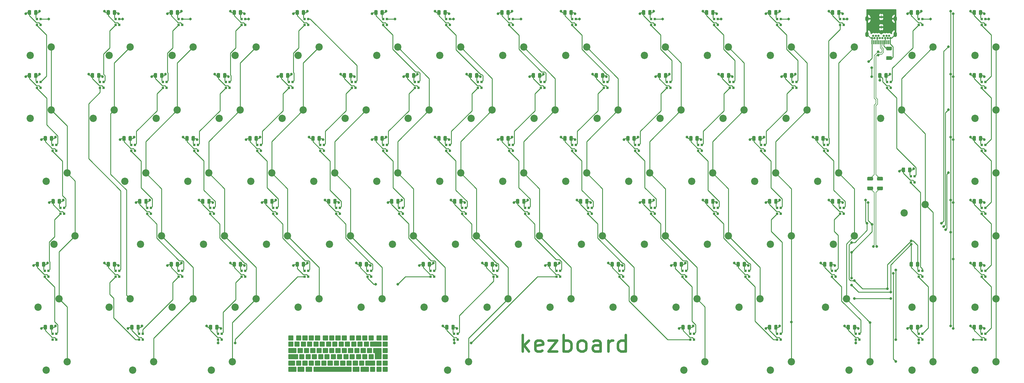
<source format=gtl>
G04 #@! TF.GenerationSoftware,KiCad,Pcbnew,5.1.10*
G04 #@! TF.CreationDate,2021-07-18T23:08:07+02:00*
G04 #@! TF.ProjectId,kezboard-pcb,6b657a62-6f61-4726-942d-7063622e6b69,rev?*
G04 #@! TF.SameCoordinates,Original*
G04 #@! TF.FileFunction,Copper,L1,Top*
G04 #@! TF.FilePolarity,Positive*
%FSLAX46Y46*%
G04 Gerber Fmt 4.6, Leading zero omitted, Abs format (unit mm)*
G04 Created by KiCad (PCBNEW 5.1.10) date 2021-07-18 23:08:07*
%MOMM*%
%LPD*%
G01*
G04 APERTURE LIST*
G04 #@! TA.AperFunction,NonConductor*
%ADD10C,0.800000*%
G04 #@! TD*
G04 #@! TA.AperFunction,EtchedComponent*
%ADD11C,0.400000*%
G04 #@! TD*
G04 #@! TA.AperFunction,ComponentPad*
%ADD12C,2.200000*%
G04 #@! TD*
G04 #@! TA.AperFunction,SMDPad,CuDef*
%ADD13R,0.300000X1.200000*%
G04 #@! TD*
G04 #@! TA.AperFunction,ComponentPad*
%ADD14O,1.000000X1.600000*%
G04 #@! TD*
G04 #@! TA.AperFunction,SMDPad,CuDef*
%ADD15R,0.200000X1.000000*%
G04 #@! TD*
G04 #@! TA.AperFunction,ComponentPad*
%ADD16C,0.650000*%
G04 #@! TD*
G04 #@! TA.AperFunction,SMDPad,CuDef*
%ADD17R,0.700000X0.700000*%
G04 #@! TD*
G04 #@! TA.AperFunction,ViaPad*
%ADD18C,0.800000*%
G04 #@! TD*
G04 #@! TA.AperFunction,Conductor*
%ADD19C,0.250000*%
G04 #@! TD*
G04 #@! TA.AperFunction,Conductor*
%ADD20C,0.200000*%
G04 #@! TD*
G04 #@! TA.AperFunction,Conductor*
%ADD21C,0.254000*%
G04 #@! TD*
G04 #@! TA.AperFunction,Conductor*
%ADD22C,0.100000*%
G04 #@! TD*
G04 APERTURE END LIST*
D10*
X193954761Y-142261904D02*
X193954761Y-137261904D01*
X194430952Y-140357142D02*
X195859523Y-142261904D01*
X195859523Y-138928571D02*
X193954761Y-140833333D01*
X199907142Y-142023809D02*
X199430952Y-142261904D01*
X198478571Y-142261904D01*
X198002380Y-142023809D01*
X197764285Y-141547619D01*
X197764285Y-139642857D01*
X198002380Y-139166666D01*
X198478571Y-138928571D01*
X199430952Y-138928571D01*
X199907142Y-139166666D01*
X200145238Y-139642857D01*
X200145238Y-140119047D01*
X197764285Y-140595238D01*
X201811904Y-138928571D02*
X204430952Y-138928571D01*
X201811904Y-142261904D01*
X204430952Y-142261904D01*
X206335714Y-142261904D02*
X206335714Y-137261904D01*
X206335714Y-139166666D02*
X206811904Y-138928571D01*
X207764285Y-138928571D01*
X208240476Y-139166666D01*
X208478571Y-139404761D01*
X208716666Y-139880952D01*
X208716666Y-141309523D01*
X208478571Y-141785714D01*
X208240476Y-142023809D01*
X207764285Y-142261904D01*
X206811904Y-142261904D01*
X206335714Y-142023809D01*
X211573809Y-142261904D02*
X211097619Y-142023809D01*
X210859523Y-141785714D01*
X210621428Y-141309523D01*
X210621428Y-139880952D01*
X210859523Y-139404761D01*
X211097619Y-139166666D01*
X211573809Y-138928571D01*
X212288095Y-138928571D01*
X212764285Y-139166666D01*
X213002380Y-139404761D01*
X213240476Y-139880952D01*
X213240476Y-141309523D01*
X213002380Y-141785714D01*
X212764285Y-142023809D01*
X212288095Y-142261904D01*
X211573809Y-142261904D01*
X217526190Y-142261904D02*
X217526190Y-139642857D01*
X217288095Y-139166666D01*
X216811904Y-138928571D01*
X215859523Y-138928571D01*
X215383333Y-139166666D01*
X217526190Y-142023809D02*
X217050000Y-142261904D01*
X215859523Y-142261904D01*
X215383333Y-142023809D01*
X215145238Y-141547619D01*
X215145238Y-141071428D01*
X215383333Y-140595238D01*
X215859523Y-140357142D01*
X217050000Y-140357142D01*
X217526190Y-140119047D01*
X219907142Y-142261904D02*
X219907142Y-138928571D01*
X219907142Y-139880952D02*
X220145238Y-139404761D01*
X220383333Y-139166666D01*
X220859523Y-138928571D01*
X221335714Y-138928571D01*
X225145238Y-142261904D02*
X225145238Y-137261904D01*
X225145238Y-142023809D02*
X224669047Y-142261904D01*
X223716666Y-142261904D01*
X223240476Y-142023809D01*
X223002380Y-141785714D01*
X222764285Y-141309523D01*
X222764285Y-139880952D01*
X223002380Y-139404761D01*
X223240476Y-139166666D01*
X223716666Y-138928571D01*
X224669047Y-138928571D01*
X225145238Y-139166666D01*
D11*
G36*
X151838000Y-147075500D02*
G01*
X152962000Y-147075500D01*
X152962000Y-148199500D01*
X151838000Y-148199500D01*
X151838000Y-147075500D01*
G37*
X151838000Y-147075500D02*
X152962000Y-147075500D01*
X152962000Y-148199500D01*
X151838000Y-148199500D01*
X151838000Y-147075500D01*
G36*
X149933000Y-147075500D02*
G01*
X151057000Y-147075500D01*
X151057000Y-148199500D01*
X149933000Y-148199500D01*
X149933000Y-147075500D01*
G37*
X149933000Y-147075500D02*
X151057000Y-147075500D01*
X151057000Y-148199500D01*
X149933000Y-148199500D01*
X149933000Y-147075500D01*
G36*
X148028000Y-147075500D02*
G01*
X149152000Y-147075500D01*
X149152000Y-148199500D01*
X148028000Y-148199500D01*
X148028000Y-147075500D01*
G37*
X148028000Y-147075500D02*
X149152000Y-147075500D01*
X149152000Y-148199500D01*
X148028000Y-148199500D01*
X148028000Y-147075500D01*
G36*
X145170500Y-147075500D02*
G01*
X147247000Y-147075500D01*
X147247000Y-148199500D01*
X145170500Y-148199500D01*
X145170500Y-147075500D01*
G37*
X145170500Y-147075500D02*
X147247000Y-147075500D01*
X147247000Y-148199500D01*
X145170500Y-148199500D01*
X145170500Y-147075500D01*
G36*
X142789250Y-147075500D02*
G01*
X144389500Y-147075500D01*
X144389500Y-148199500D01*
X142789250Y-148199500D01*
X142789250Y-147075500D01*
G37*
X142789250Y-147075500D02*
X144389500Y-147075500D01*
X144389500Y-148199500D01*
X142789250Y-148199500D01*
X142789250Y-147075500D01*
G36*
X130883000Y-147075500D02*
G01*
X142008250Y-147075500D01*
X142008250Y-148199500D01*
X130883000Y-148199500D01*
X130883000Y-147075500D01*
G37*
X130883000Y-147075500D02*
X142008250Y-147075500D01*
X142008250Y-148199500D01*
X130883000Y-148199500D01*
X130883000Y-147075500D01*
G36*
X128501750Y-147075500D02*
G01*
X130102000Y-147075500D01*
X130102000Y-148199500D01*
X128501750Y-148199500D01*
X128501750Y-147075500D01*
G37*
X128501750Y-147075500D02*
X130102000Y-147075500D01*
X130102000Y-148199500D01*
X128501750Y-148199500D01*
X128501750Y-147075500D01*
G36*
X126120500Y-147075500D02*
G01*
X127720750Y-147075500D01*
X127720750Y-148199500D01*
X126120500Y-148199500D01*
X126120500Y-147075500D01*
G37*
X126120500Y-147075500D02*
X127720750Y-147075500D01*
X127720750Y-148199500D01*
X126120500Y-148199500D01*
X126120500Y-147075500D01*
G36*
X123263000Y-147075500D02*
G01*
X125339500Y-147075500D01*
X125339500Y-148199500D01*
X123263000Y-148199500D01*
X123263000Y-147075500D01*
G37*
X123263000Y-147075500D02*
X125339500Y-147075500D01*
X125339500Y-148199500D01*
X123263000Y-148199500D01*
X123263000Y-147075500D01*
G36*
X151838000Y-145170500D02*
G01*
X152962000Y-145170500D01*
X152962000Y-146294500D01*
X151838000Y-146294500D01*
X151838000Y-145170500D01*
G37*
X151838000Y-145170500D02*
X152962000Y-145170500D01*
X152962000Y-146294500D01*
X151838000Y-146294500D01*
X151838000Y-145170500D01*
G36*
X149933000Y-145170500D02*
G01*
X151057000Y-145170500D01*
X151057000Y-146294500D01*
X149933000Y-146294500D01*
X149933000Y-145170500D01*
G37*
X149933000Y-145170500D02*
X151057000Y-145170500D01*
X151057000Y-146294500D01*
X149933000Y-146294500D01*
X149933000Y-145170500D01*
G36*
X146599250Y-145170500D02*
G01*
X149152000Y-145170500D01*
X149152000Y-146294500D01*
X146599250Y-146294500D01*
X146599250Y-145170500D01*
G37*
X146599250Y-145170500D02*
X149152000Y-145170500D01*
X149152000Y-146294500D01*
X146599250Y-146294500D01*
X146599250Y-145170500D01*
G36*
X144694250Y-145170500D02*
G01*
X145818250Y-145170500D01*
X145818250Y-146294500D01*
X144694250Y-146294500D01*
X144694250Y-145170500D01*
G37*
X144694250Y-145170500D02*
X145818250Y-145170500D01*
X145818250Y-146294500D01*
X144694250Y-146294500D01*
X144694250Y-145170500D01*
G36*
X142789250Y-145170500D02*
G01*
X143913250Y-145170500D01*
X143913250Y-146294500D01*
X142789250Y-146294500D01*
X142789250Y-145170500D01*
G37*
X142789250Y-145170500D02*
X143913250Y-145170500D01*
X143913250Y-146294500D01*
X142789250Y-146294500D01*
X142789250Y-145170500D01*
G36*
X140884250Y-145170500D02*
G01*
X142008250Y-145170500D01*
X142008250Y-146294500D01*
X140884250Y-146294500D01*
X140884250Y-145170500D01*
G37*
X140884250Y-145170500D02*
X142008250Y-145170500D01*
X142008250Y-146294500D01*
X140884250Y-146294500D01*
X140884250Y-145170500D01*
G36*
X138979250Y-145170500D02*
G01*
X140103250Y-145170500D01*
X140103250Y-146294500D01*
X138979250Y-146294500D01*
X138979250Y-145170500D01*
G37*
X138979250Y-145170500D02*
X140103250Y-145170500D01*
X140103250Y-146294500D01*
X138979250Y-146294500D01*
X138979250Y-145170500D01*
G36*
X137074250Y-145170500D02*
G01*
X138198250Y-145170500D01*
X138198250Y-146294500D01*
X137074250Y-146294500D01*
X137074250Y-145170500D01*
G37*
X137074250Y-145170500D02*
X138198250Y-145170500D01*
X138198250Y-146294500D01*
X137074250Y-146294500D01*
X137074250Y-145170500D01*
G36*
X135169250Y-145170500D02*
G01*
X136293250Y-145170500D01*
X136293250Y-146294500D01*
X135169250Y-146294500D01*
X135169250Y-145170500D01*
G37*
X135169250Y-145170500D02*
X136293250Y-145170500D01*
X136293250Y-146294500D01*
X135169250Y-146294500D01*
X135169250Y-145170500D01*
G36*
X133264250Y-145170500D02*
G01*
X134388250Y-145170500D01*
X134388250Y-146294500D01*
X133264250Y-146294500D01*
X133264250Y-145170500D01*
G37*
X133264250Y-145170500D02*
X134388250Y-145170500D01*
X134388250Y-146294500D01*
X133264250Y-146294500D01*
X133264250Y-145170500D01*
G36*
X131359250Y-145170500D02*
G01*
X132483250Y-145170500D01*
X132483250Y-146294500D01*
X131359250Y-146294500D01*
X131359250Y-145170500D01*
G37*
X131359250Y-145170500D02*
X132483250Y-145170500D01*
X132483250Y-146294500D01*
X131359250Y-146294500D01*
X131359250Y-145170500D01*
G36*
X129454250Y-145170500D02*
G01*
X130578250Y-145170500D01*
X130578250Y-146294500D01*
X129454250Y-146294500D01*
X129454250Y-145170500D01*
G37*
X129454250Y-145170500D02*
X130578250Y-145170500D01*
X130578250Y-146294500D01*
X129454250Y-146294500D01*
X129454250Y-145170500D01*
G36*
X127549250Y-145170500D02*
G01*
X128673250Y-145170500D01*
X128673250Y-146294500D01*
X127549250Y-146294500D01*
X127549250Y-145170500D01*
G37*
X127549250Y-145170500D02*
X128673250Y-145170500D01*
X128673250Y-146294500D01*
X127549250Y-146294500D01*
X127549250Y-145170500D01*
G36*
X125644250Y-145170500D02*
G01*
X126768250Y-145170500D01*
X126768250Y-146294500D01*
X125644250Y-146294500D01*
X125644250Y-145170500D01*
G37*
X125644250Y-145170500D02*
X126768250Y-145170500D01*
X126768250Y-146294500D01*
X125644250Y-146294500D01*
X125644250Y-145170500D01*
G36*
X123263000Y-145170500D02*
G01*
X124863250Y-145170500D01*
X124863250Y-146294500D01*
X123263000Y-146294500D01*
X123263000Y-145170500D01*
G37*
X123263000Y-145170500D02*
X124863250Y-145170500D01*
X124863250Y-146294500D01*
X123263000Y-146294500D01*
X123263000Y-145170500D01*
G36*
X151838000Y-143265500D02*
G01*
X152962000Y-143265500D01*
X152962000Y-144389500D01*
X151838000Y-144389500D01*
X151838000Y-143265500D01*
G37*
X151838000Y-143265500D02*
X152962000Y-143265500D01*
X152962000Y-144389500D01*
X151838000Y-144389500D01*
X151838000Y-143265500D01*
G36*
X147551750Y-143265500D02*
G01*
X148675750Y-143265500D01*
X148675750Y-144389500D01*
X147551750Y-144389500D01*
X147551750Y-143265500D01*
G37*
X147551750Y-143265500D02*
X148675750Y-143265500D01*
X148675750Y-144389500D01*
X147551750Y-144389500D01*
X147551750Y-143265500D01*
G36*
X145646750Y-143265500D02*
G01*
X146770750Y-143265500D01*
X146770750Y-144389500D01*
X145646750Y-144389500D01*
X145646750Y-143265500D01*
G37*
X145646750Y-143265500D02*
X146770750Y-143265500D01*
X146770750Y-144389500D01*
X145646750Y-144389500D01*
X145646750Y-143265500D01*
G36*
X143741750Y-143265500D02*
G01*
X144865750Y-143265500D01*
X144865750Y-144389500D01*
X143741750Y-144389500D01*
X143741750Y-143265500D01*
G37*
X143741750Y-143265500D02*
X144865750Y-143265500D01*
X144865750Y-144389500D01*
X143741750Y-144389500D01*
X143741750Y-143265500D01*
G36*
X141836750Y-143265500D02*
G01*
X142960750Y-143265500D01*
X142960750Y-144389500D01*
X141836750Y-144389500D01*
X141836750Y-143265500D01*
G37*
X141836750Y-143265500D02*
X142960750Y-143265500D01*
X142960750Y-144389500D01*
X141836750Y-144389500D01*
X141836750Y-143265500D01*
G36*
X139931750Y-143265500D02*
G01*
X141055750Y-143265500D01*
X141055750Y-144389500D01*
X139931750Y-144389500D01*
X139931750Y-143265500D01*
G37*
X139931750Y-143265500D02*
X141055750Y-143265500D01*
X141055750Y-144389500D01*
X139931750Y-144389500D01*
X139931750Y-143265500D01*
G36*
X138026750Y-143265500D02*
G01*
X139150750Y-143265500D01*
X139150750Y-144389500D01*
X138026750Y-144389500D01*
X138026750Y-143265500D01*
G37*
X138026750Y-143265500D02*
X139150750Y-143265500D01*
X139150750Y-144389500D01*
X138026750Y-144389500D01*
X138026750Y-143265500D01*
G36*
X136121750Y-143265500D02*
G01*
X137245750Y-143265500D01*
X137245750Y-144389500D01*
X136121750Y-144389500D01*
X136121750Y-143265500D01*
G37*
X136121750Y-143265500D02*
X137245750Y-143265500D01*
X137245750Y-144389500D01*
X136121750Y-144389500D01*
X136121750Y-143265500D01*
G36*
X134216750Y-143265500D02*
G01*
X135340750Y-143265500D01*
X135340750Y-144389500D01*
X134216750Y-144389500D01*
X134216750Y-143265500D01*
G37*
X134216750Y-143265500D02*
X135340750Y-143265500D01*
X135340750Y-144389500D01*
X134216750Y-144389500D01*
X134216750Y-143265500D01*
G36*
X132311750Y-143265500D02*
G01*
X133435750Y-143265500D01*
X133435750Y-144389500D01*
X132311750Y-144389500D01*
X132311750Y-143265500D01*
G37*
X132311750Y-143265500D02*
X133435750Y-143265500D01*
X133435750Y-144389500D01*
X132311750Y-144389500D01*
X132311750Y-143265500D01*
G36*
X130406750Y-143265500D02*
G01*
X131530750Y-143265500D01*
X131530750Y-144389500D01*
X130406750Y-144389500D01*
X130406750Y-143265500D01*
G37*
X130406750Y-143265500D02*
X131530750Y-143265500D01*
X131530750Y-144389500D01*
X130406750Y-144389500D01*
X130406750Y-143265500D01*
G36*
X128501750Y-143265500D02*
G01*
X129625750Y-143265500D01*
X129625750Y-144389500D01*
X128501750Y-144389500D01*
X128501750Y-143265500D01*
G37*
X128501750Y-143265500D02*
X129625750Y-143265500D01*
X129625750Y-144389500D01*
X128501750Y-144389500D01*
X128501750Y-143265500D01*
G36*
X126596750Y-143265500D02*
G01*
X127720750Y-143265500D01*
X127720750Y-144389500D01*
X126596750Y-144389500D01*
X126596750Y-143265500D01*
G37*
X126596750Y-143265500D02*
X127720750Y-143265500D01*
X127720750Y-144389500D01*
X126596750Y-144389500D01*
X126596750Y-143265500D01*
G36*
X123263000Y-143265500D02*
G01*
X125815750Y-143265500D01*
X125815750Y-144389500D01*
X123263000Y-144389500D01*
X123263000Y-143265500D01*
G37*
X123263000Y-143265500D02*
X125815750Y-143265500D01*
X125815750Y-144389500D01*
X123263000Y-144389500D01*
X123263000Y-143265500D01*
G36*
X151838000Y-141360500D02*
G01*
X152962000Y-141360500D01*
X152962000Y-142484500D01*
X151838000Y-142484500D01*
X151838000Y-141360500D01*
G37*
X151838000Y-141360500D02*
X152962000Y-141360500D01*
X152962000Y-142484500D01*
X151838000Y-142484500D01*
X151838000Y-141360500D01*
G36*
X148980500Y-141360500D02*
G01*
X151057000Y-141360500D01*
X151057000Y-142484500D01*
X148980500Y-142484500D01*
X148980500Y-141360500D01*
G37*
X148980500Y-141360500D02*
X151057000Y-141360500D01*
X151057000Y-142484500D01*
X148980500Y-142484500D01*
X148980500Y-141360500D01*
G36*
X149456750Y-141360500D02*
G01*
X151057000Y-141360500D01*
X151057000Y-144389500D01*
X149456750Y-144389500D01*
X149456750Y-141360500D01*
G37*
X149456750Y-141360500D02*
X151057000Y-141360500D01*
X151057000Y-144389500D01*
X149456750Y-144389500D01*
X149456750Y-141360500D01*
G36*
X147075500Y-141360500D02*
G01*
X148199500Y-141360500D01*
X148199500Y-142484500D01*
X147075500Y-142484500D01*
X147075500Y-141360500D01*
G37*
X147075500Y-141360500D02*
X148199500Y-141360500D01*
X148199500Y-142484500D01*
X147075500Y-142484500D01*
X147075500Y-141360500D01*
G36*
X145170500Y-141360500D02*
G01*
X146294500Y-141360500D01*
X146294500Y-142484500D01*
X145170500Y-142484500D01*
X145170500Y-141360500D01*
G37*
X145170500Y-141360500D02*
X146294500Y-141360500D01*
X146294500Y-142484500D01*
X145170500Y-142484500D01*
X145170500Y-141360500D01*
G36*
X143265500Y-141360500D02*
G01*
X144389500Y-141360500D01*
X144389500Y-142484500D01*
X143265500Y-142484500D01*
X143265500Y-141360500D01*
G37*
X143265500Y-141360500D02*
X144389500Y-141360500D01*
X144389500Y-142484500D01*
X143265500Y-142484500D01*
X143265500Y-141360500D01*
G36*
X141360500Y-141360500D02*
G01*
X142484500Y-141360500D01*
X142484500Y-142484500D01*
X141360500Y-142484500D01*
X141360500Y-141360500D01*
G37*
X141360500Y-141360500D02*
X142484500Y-141360500D01*
X142484500Y-142484500D01*
X141360500Y-142484500D01*
X141360500Y-141360500D01*
G36*
X139455500Y-141360500D02*
G01*
X140579500Y-141360500D01*
X140579500Y-142484500D01*
X139455500Y-142484500D01*
X139455500Y-141360500D01*
G37*
X139455500Y-141360500D02*
X140579500Y-141360500D01*
X140579500Y-142484500D01*
X139455500Y-142484500D01*
X139455500Y-141360500D01*
G36*
X137550500Y-141360500D02*
G01*
X138674500Y-141360500D01*
X138674500Y-142484500D01*
X137550500Y-142484500D01*
X137550500Y-141360500D01*
G37*
X137550500Y-141360500D02*
X138674500Y-141360500D01*
X138674500Y-142484500D01*
X137550500Y-142484500D01*
X137550500Y-141360500D01*
G36*
X135645500Y-141360500D02*
G01*
X136769500Y-141360500D01*
X136769500Y-142484500D01*
X135645500Y-142484500D01*
X135645500Y-141360500D01*
G37*
X135645500Y-141360500D02*
X136769500Y-141360500D01*
X136769500Y-142484500D01*
X135645500Y-142484500D01*
X135645500Y-141360500D01*
G36*
X133740500Y-141360500D02*
G01*
X134864500Y-141360500D01*
X134864500Y-142484500D01*
X133740500Y-142484500D01*
X133740500Y-141360500D01*
G37*
X133740500Y-141360500D02*
X134864500Y-141360500D01*
X134864500Y-142484500D01*
X133740500Y-142484500D01*
X133740500Y-141360500D01*
G36*
X131835500Y-141360500D02*
G01*
X132959500Y-141360500D01*
X132959500Y-142484500D01*
X131835500Y-142484500D01*
X131835500Y-141360500D01*
G37*
X131835500Y-141360500D02*
X132959500Y-141360500D01*
X132959500Y-142484500D01*
X131835500Y-142484500D01*
X131835500Y-141360500D01*
G36*
X129930500Y-141360500D02*
G01*
X131054500Y-141360500D01*
X131054500Y-142484500D01*
X129930500Y-142484500D01*
X129930500Y-141360500D01*
G37*
X129930500Y-141360500D02*
X131054500Y-141360500D01*
X131054500Y-142484500D01*
X129930500Y-142484500D01*
X129930500Y-141360500D01*
G36*
X128025500Y-141360500D02*
G01*
X129149500Y-141360500D01*
X129149500Y-142484500D01*
X128025500Y-142484500D01*
X128025500Y-141360500D01*
G37*
X128025500Y-141360500D02*
X129149500Y-141360500D01*
X129149500Y-142484500D01*
X128025500Y-142484500D01*
X128025500Y-141360500D01*
G36*
X126120500Y-141360500D02*
G01*
X127244500Y-141360500D01*
X127244500Y-142484500D01*
X126120500Y-142484500D01*
X126120500Y-141360500D01*
G37*
X126120500Y-141360500D02*
X127244500Y-141360500D01*
X127244500Y-142484500D01*
X126120500Y-142484500D01*
X126120500Y-141360500D01*
G36*
X123263000Y-141360500D02*
G01*
X125339500Y-141360500D01*
X125339500Y-142484500D01*
X123263000Y-142484500D01*
X123263000Y-141360500D01*
G37*
X123263000Y-141360500D02*
X125339500Y-141360500D01*
X125339500Y-142484500D01*
X123263000Y-142484500D01*
X123263000Y-141360500D01*
G36*
X151838000Y-139455500D02*
G01*
X152962000Y-139455500D01*
X152962000Y-140579500D01*
X151838000Y-140579500D01*
X151838000Y-139455500D01*
G37*
X151838000Y-139455500D02*
X152962000Y-139455500D01*
X152962000Y-140579500D01*
X151838000Y-140579500D01*
X151838000Y-139455500D01*
G36*
X148028000Y-139455500D02*
G01*
X151057000Y-139455500D01*
X151057000Y-140579500D01*
X148028000Y-140579500D01*
X148028000Y-139455500D01*
G37*
X148028000Y-139455500D02*
X151057000Y-139455500D01*
X151057000Y-140579500D01*
X148028000Y-140579500D01*
X148028000Y-139455500D01*
G36*
X146123000Y-139455500D02*
G01*
X147247000Y-139455500D01*
X147247000Y-140579500D01*
X146123000Y-140579500D01*
X146123000Y-139455500D01*
G37*
X146123000Y-139455500D02*
X147247000Y-139455500D01*
X147247000Y-140579500D01*
X146123000Y-140579500D01*
X146123000Y-139455500D01*
G36*
X144218000Y-139455500D02*
G01*
X145342000Y-139455500D01*
X145342000Y-140579500D01*
X144218000Y-140579500D01*
X144218000Y-139455500D01*
G37*
X144218000Y-139455500D02*
X145342000Y-139455500D01*
X145342000Y-140579500D01*
X144218000Y-140579500D01*
X144218000Y-139455500D01*
G36*
X142313000Y-139455500D02*
G01*
X143437000Y-139455500D01*
X143437000Y-140579500D01*
X142313000Y-140579500D01*
X142313000Y-139455500D01*
G37*
X142313000Y-139455500D02*
X143437000Y-139455500D01*
X143437000Y-140579500D01*
X142313000Y-140579500D01*
X142313000Y-139455500D01*
G36*
X140408000Y-139455500D02*
G01*
X141532000Y-139455500D01*
X141532000Y-140579500D01*
X140408000Y-140579500D01*
X140408000Y-139455500D01*
G37*
X140408000Y-139455500D02*
X141532000Y-139455500D01*
X141532000Y-140579500D01*
X140408000Y-140579500D01*
X140408000Y-139455500D01*
G36*
X138503000Y-139455500D02*
G01*
X139627000Y-139455500D01*
X139627000Y-140579500D01*
X138503000Y-140579500D01*
X138503000Y-139455500D01*
G37*
X138503000Y-139455500D02*
X139627000Y-139455500D01*
X139627000Y-140579500D01*
X138503000Y-140579500D01*
X138503000Y-139455500D01*
G36*
X136598000Y-139455500D02*
G01*
X137722000Y-139455500D01*
X137722000Y-140579500D01*
X136598000Y-140579500D01*
X136598000Y-139455500D01*
G37*
X136598000Y-139455500D02*
X137722000Y-139455500D01*
X137722000Y-140579500D01*
X136598000Y-140579500D01*
X136598000Y-139455500D01*
G36*
X134693000Y-139455500D02*
G01*
X135817000Y-139455500D01*
X135817000Y-140579500D01*
X134693000Y-140579500D01*
X134693000Y-139455500D01*
G37*
X134693000Y-139455500D02*
X135817000Y-139455500D01*
X135817000Y-140579500D01*
X134693000Y-140579500D01*
X134693000Y-139455500D01*
G36*
X132788000Y-139455500D02*
G01*
X133912000Y-139455500D01*
X133912000Y-140579500D01*
X132788000Y-140579500D01*
X132788000Y-139455500D01*
G37*
X132788000Y-139455500D02*
X133912000Y-139455500D01*
X133912000Y-140579500D01*
X132788000Y-140579500D01*
X132788000Y-139455500D01*
G36*
X130883000Y-139455500D02*
G01*
X132007000Y-139455500D01*
X132007000Y-140579500D01*
X130883000Y-140579500D01*
X130883000Y-139455500D01*
G37*
X130883000Y-139455500D02*
X132007000Y-139455500D01*
X132007000Y-140579500D01*
X130883000Y-140579500D01*
X130883000Y-139455500D01*
G36*
X128978000Y-139455500D02*
G01*
X130102000Y-139455500D01*
X130102000Y-140579500D01*
X128978000Y-140579500D01*
X128978000Y-139455500D01*
G37*
X128978000Y-139455500D02*
X130102000Y-139455500D01*
X130102000Y-140579500D01*
X128978000Y-140579500D01*
X128978000Y-139455500D01*
G36*
X127073000Y-139455500D02*
G01*
X128197000Y-139455500D01*
X128197000Y-140579500D01*
X127073000Y-140579500D01*
X127073000Y-139455500D01*
G37*
X127073000Y-139455500D02*
X128197000Y-139455500D01*
X128197000Y-140579500D01*
X127073000Y-140579500D01*
X127073000Y-139455500D01*
G36*
X125168000Y-139455500D02*
G01*
X126292000Y-139455500D01*
X126292000Y-140579500D01*
X125168000Y-140579500D01*
X125168000Y-139455500D01*
G37*
X125168000Y-139455500D02*
X126292000Y-139455500D01*
X126292000Y-140579500D01*
X125168000Y-140579500D01*
X125168000Y-139455500D01*
G36*
X123263000Y-139455500D02*
G01*
X124387000Y-139455500D01*
X124387000Y-140579500D01*
X123263000Y-140579500D01*
X123263000Y-139455500D01*
G37*
X123263000Y-139455500D02*
X124387000Y-139455500D01*
X124387000Y-140579500D01*
X123263000Y-140579500D01*
X123263000Y-139455500D01*
G36*
X151838000Y-137550500D02*
G01*
X152962000Y-137550500D01*
X152962000Y-138674500D01*
X151838000Y-138674500D01*
X151838000Y-137550500D01*
G37*
X151838000Y-137550500D02*
X152962000Y-137550500D01*
X152962000Y-138674500D01*
X151838000Y-138674500D01*
X151838000Y-137550500D01*
G36*
X149933000Y-137550500D02*
G01*
X151057000Y-137550500D01*
X151057000Y-138674500D01*
X149933000Y-138674500D01*
X149933000Y-137550500D01*
G37*
X149933000Y-137550500D02*
X151057000Y-137550500D01*
X151057000Y-138674500D01*
X149933000Y-138674500D01*
X149933000Y-137550500D01*
G36*
X147551750Y-137550500D02*
G01*
X148675750Y-137550500D01*
X148675750Y-138674500D01*
X147551750Y-138674500D01*
X147551750Y-137550500D01*
G37*
X147551750Y-137550500D02*
X148675750Y-137550500D01*
X148675750Y-138674500D01*
X147551750Y-138674500D01*
X147551750Y-137550500D01*
G36*
X145646750Y-137550500D02*
G01*
X146770750Y-137550500D01*
X146770750Y-138674500D01*
X145646750Y-138674500D01*
X145646750Y-137550500D01*
G37*
X145646750Y-137550500D02*
X146770750Y-137550500D01*
X146770750Y-138674500D01*
X145646750Y-138674500D01*
X145646750Y-137550500D01*
G36*
X143741750Y-137550500D02*
G01*
X144865750Y-137550500D01*
X144865750Y-138674500D01*
X143741750Y-138674500D01*
X143741750Y-137550500D01*
G37*
X143741750Y-137550500D02*
X144865750Y-137550500D01*
X144865750Y-138674500D01*
X143741750Y-138674500D01*
X143741750Y-137550500D01*
G36*
X141836750Y-137550500D02*
G01*
X142960750Y-137550500D01*
X142960750Y-138674500D01*
X141836750Y-138674500D01*
X141836750Y-137550500D01*
G37*
X141836750Y-137550500D02*
X142960750Y-137550500D01*
X142960750Y-138674500D01*
X141836750Y-138674500D01*
X141836750Y-137550500D01*
G36*
X139455500Y-137550500D02*
G01*
X140579500Y-137550500D01*
X140579500Y-138674500D01*
X139455500Y-138674500D01*
X139455500Y-137550500D01*
G37*
X139455500Y-137550500D02*
X140579500Y-137550500D01*
X140579500Y-138674500D01*
X139455500Y-138674500D01*
X139455500Y-137550500D01*
G36*
X137550500Y-137550500D02*
G01*
X138674500Y-137550500D01*
X138674500Y-138674500D01*
X137550500Y-138674500D01*
X137550500Y-137550500D01*
G37*
X137550500Y-137550500D02*
X138674500Y-137550500D01*
X138674500Y-138674500D01*
X137550500Y-138674500D01*
X137550500Y-137550500D01*
G36*
X135645500Y-137550500D02*
G01*
X136769500Y-137550500D01*
X136769500Y-138674500D01*
X135645500Y-138674500D01*
X135645500Y-137550500D01*
G37*
X135645500Y-137550500D02*
X136769500Y-137550500D01*
X136769500Y-138674500D01*
X135645500Y-138674500D01*
X135645500Y-137550500D01*
G36*
X133740500Y-137550500D02*
G01*
X134864500Y-137550500D01*
X134864500Y-138674500D01*
X133740500Y-138674500D01*
X133740500Y-137550500D01*
G37*
X133740500Y-137550500D02*
X134864500Y-137550500D01*
X134864500Y-138674500D01*
X133740500Y-138674500D01*
X133740500Y-137550500D01*
G36*
X131359250Y-137550500D02*
G01*
X132483250Y-137550500D01*
X132483250Y-138674500D01*
X131359250Y-138674500D01*
X131359250Y-137550500D01*
G37*
X131359250Y-137550500D02*
X132483250Y-137550500D01*
X132483250Y-138674500D01*
X131359250Y-138674500D01*
X131359250Y-137550500D01*
G36*
X129454250Y-137550500D02*
G01*
X130578250Y-137550500D01*
X130578250Y-138674500D01*
X129454250Y-138674500D01*
X129454250Y-137550500D01*
G37*
X129454250Y-137550500D02*
X130578250Y-137550500D01*
X130578250Y-138674500D01*
X129454250Y-138674500D01*
X129454250Y-137550500D01*
G36*
X127549250Y-137550500D02*
G01*
X128673250Y-137550500D01*
X128673250Y-138674500D01*
X127549250Y-138674500D01*
X127549250Y-137550500D01*
G37*
X127549250Y-137550500D02*
X128673250Y-137550500D01*
X128673250Y-138674500D01*
X127549250Y-138674500D01*
X127549250Y-137550500D01*
G36*
X125644250Y-137550500D02*
G01*
X126768250Y-137550500D01*
X126768250Y-138674500D01*
X125644250Y-138674500D01*
X125644250Y-137550500D01*
G37*
X125644250Y-137550500D02*
X126768250Y-137550500D01*
X126768250Y-138674500D01*
X125644250Y-138674500D01*
X125644250Y-137550500D01*
G36*
X123263000Y-137550500D02*
G01*
X124387000Y-137550500D01*
X124387000Y-138674500D01*
X123263000Y-138674500D01*
X123263000Y-137550500D01*
G37*
X123263000Y-137550500D02*
X124387000Y-137550500D01*
X124387000Y-138674500D01*
X123263000Y-138674500D01*
X123263000Y-137550500D01*
D12*
X309403750Y-100330000D03*
X315753750Y-97790000D03*
X302260000Y-71755000D03*
X308610000Y-69215000D03*
X171291250Y-147955000D03*
X177641250Y-145415000D03*
G04 #@! TA.AperFunction,SMDPad,CuDef*
G36*
G01*
X299702501Y-90540000D02*
X298452499Y-90540000D01*
G75*
G02*
X298202500Y-90290001I0J249999D01*
G01*
X298202500Y-89664999D01*
G75*
G02*
X298452499Y-89415000I249999J0D01*
G01*
X299702501Y-89415000D01*
G75*
G02*
X299952500Y-89664999I0J-249999D01*
G01*
X299952500Y-90290001D01*
G75*
G02*
X299702501Y-90540000I-249999J0D01*
G01*
G37*
G04 #@! TD.AperFunction*
G04 #@! TA.AperFunction,SMDPad,CuDef*
G36*
G01*
X299702501Y-93465000D02*
X298452499Y-93465000D01*
G75*
G02*
X298202500Y-93215001I0J249999D01*
G01*
X298202500Y-92589999D01*
G75*
G02*
X298452499Y-92340000I249999J0D01*
G01*
X299702501Y-92340000D01*
G75*
G02*
X299952500Y-92589999I0J-249999D01*
G01*
X299952500Y-93215001D01*
G75*
G02*
X299702501Y-93465000I-249999J0D01*
G01*
G37*
G04 #@! TD.AperFunction*
G04 #@! TA.AperFunction,SMDPad,CuDef*
G36*
G01*
X301452499Y-92340000D02*
X302702501Y-92340000D01*
G75*
G02*
X302952500Y-92589999I0J-249999D01*
G01*
X302952500Y-93215001D01*
G75*
G02*
X302702501Y-93465000I-249999J0D01*
G01*
X301452499Y-93465000D01*
G75*
G02*
X301202500Y-93215001I0J249999D01*
G01*
X301202500Y-92589999D01*
G75*
G02*
X301452499Y-92340000I249999J0D01*
G01*
G37*
G04 #@! TD.AperFunction*
G04 #@! TA.AperFunction,SMDPad,CuDef*
G36*
G01*
X301452499Y-89415000D02*
X302702501Y-89415000D01*
G75*
G02*
X302952500Y-89664999I0J-249999D01*
G01*
X302952500Y-90290001D01*
G75*
G02*
X302702501Y-90540000I-249999J0D01*
G01*
X301452499Y-90540000D01*
G75*
G02*
X301202500Y-90290001I0J249999D01*
G01*
X301202500Y-89664999D01*
G75*
G02*
X301452499Y-89415000I249999J0D01*
G01*
G37*
G04 #@! TD.AperFunction*
G04 #@! TA.AperFunction,SMDPad,CuDef*
G36*
G01*
X304174999Y-52933500D02*
X305425001Y-52933500D01*
G75*
G02*
X305675000Y-53183499I0J-249999D01*
G01*
X305675000Y-53808501D01*
G75*
G02*
X305425001Y-54058500I-249999J0D01*
G01*
X304174999Y-54058500D01*
G75*
G02*
X303925000Y-53808501I0J249999D01*
G01*
X303925000Y-53183499D01*
G75*
G02*
X304174999Y-52933500I249999J0D01*
G01*
G37*
G04 #@! TD.AperFunction*
G04 #@! TA.AperFunction,SMDPad,CuDef*
G36*
G01*
X304174999Y-50008500D02*
X305425001Y-50008500D01*
G75*
G02*
X305675000Y-50258499I0J-249999D01*
G01*
X305675000Y-50883501D01*
G75*
G02*
X305425001Y-51133500I-249999J0D01*
G01*
X304174999Y-51133500D01*
G75*
G02*
X303925000Y-50883501I0J249999D01*
G01*
X303925000Y-50258499D01*
G75*
G02*
X304174999Y-50008500I249999J0D01*
G01*
G37*
G04 #@! TD.AperFunction*
D13*
X299668750Y-48680000D03*
X300168750Y-48680000D03*
X300668750Y-48680000D03*
X301168750Y-48680000D03*
X301668750Y-48680000D03*
X302168750Y-48680000D03*
X302668750Y-48680000D03*
X303168750Y-48680000D03*
X303668750Y-48680000D03*
X304168750Y-48680000D03*
X304668750Y-48680000D03*
X305168750Y-48680000D03*
D14*
X298148750Y-41550000D03*
X306688750Y-41550000D03*
X306688750Y-46280000D03*
X298148750Y-46280000D03*
D15*
X302418750Y-41000000D03*
X302418750Y-44100000D03*
D16*
X302018750Y-47430000D03*
X302818750Y-47430000D03*
X301218750Y-47430000D03*
X303618750Y-47430000D03*
X300418750Y-47430000D03*
X304418750Y-47430000D03*
X299618750Y-47430000D03*
X304018750Y-46720000D03*
X300818750Y-46720000D03*
X303218750Y-46720000D03*
X301618750Y-46720000D03*
X305218750Y-47430000D03*
X300018750Y-46720000D03*
X304818750Y-46720000D03*
G04 #@! TA.AperFunction,SMDPad,CuDef*
G36*
G01*
X50096000Y-134462500D02*
X50096000Y-135412500D01*
G75*
G02*
X49846000Y-135662500I-250000J0D01*
G01*
X49346000Y-135662500D01*
G75*
G02*
X49096000Y-135412500I0J250000D01*
G01*
X49096000Y-134462500D01*
G75*
G02*
X49346000Y-134212500I250000J0D01*
G01*
X49846000Y-134212500D01*
G75*
G02*
X50096000Y-134462500I0J-250000D01*
G01*
G37*
G04 #@! TD.AperFunction*
G04 #@! TA.AperFunction,SMDPad,CuDef*
G36*
G01*
X51996000Y-134462500D02*
X51996000Y-135412500D01*
G75*
G02*
X51746000Y-135662500I-250000J0D01*
G01*
X51246000Y-135662500D01*
G75*
G02*
X50996000Y-135412500I0J250000D01*
G01*
X50996000Y-134462500D01*
G75*
G02*
X51246000Y-134212500I250000J0D01*
G01*
X51746000Y-134212500D01*
G75*
G02*
X51996000Y-134462500I0J-250000D01*
G01*
G37*
G04 #@! TD.AperFunction*
G04 #@! TA.AperFunction,SMDPad,CuDef*
G36*
G01*
X47714750Y-115412500D02*
X47714750Y-116362500D01*
G75*
G02*
X47464750Y-116612500I-250000J0D01*
G01*
X46964750Y-116612500D01*
G75*
G02*
X46714750Y-116362500I0J250000D01*
G01*
X46714750Y-115412500D01*
G75*
G02*
X46964750Y-115162500I250000J0D01*
G01*
X47464750Y-115162500D01*
G75*
G02*
X47714750Y-115412500I0J-250000D01*
G01*
G37*
G04 #@! TD.AperFunction*
G04 #@! TA.AperFunction,SMDPad,CuDef*
G36*
G01*
X49614750Y-115412500D02*
X49614750Y-116362500D01*
G75*
G02*
X49364750Y-116612500I-250000J0D01*
G01*
X48864750Y-116612500D01*
G75*
G02*
X48614750Y-116362500I0J250000D01*
G01*
X48614750Y-115412500D01*
G75*
G02*
X48864750Y-115162500I250000J0D01*
G01*
X49364750Y-115162500D01*
G75*
G02*
X49614750Y-115412500I0J-250000D01*
G01*
G37*
G04 #@! TD.AperFunction*
G04 #@! TA.AperFunction,SMDPad,CuDef*
G36*
G01*
X52477250Y-96362500D02*
X52477250Y-97312500D01*
G75*
G02*
X52227250Y-97562500I-250000J0D01*
G01*
X51727250Y-97562500D01*
G75*
G02*
X51477250Y-97312500I0J250000D01*
G01*
X51477250Y-96362500D01*
G75*
G02*
X51727250Y-96112500I250000J0D01*
G01*
X52227250Y-96112500D01*
G75*
G02*
X52477250Y-96362500I0J-250000D01*
G01*
G37*
G04 #@! TD.AperFunction*
G04 #@! TA.AperFunction,SMDPad,CuDef*
G36*
G01*
X54377250Y-96362500D02*
X54377250Y-97312500D01*
G75*
G02*
X54127250Y-97562500I-250000J0D01*
G01*
X53627250Y-97562500D01*
G75*
G02*
X53377250Y-97312500I0J250000D01*
G01*
X53377250Y-96362500D01*
G75*
G02*
X53627250Y-96112500I250000J0D01*
G01*
X54127250Y-96112500D01*
G75*
G02*
X54377250Y-96362500I0J-250000D01*
G01*
G37*
G04 #@! TD.AperFunction*
G04 #@! TA.AperFunction,SMDPad,CuDef*
G36*
G01*
X50096000Y-77312500D02*
X50096000Y-78262500D01*
G75*
G02*
X49846000Y-78512500I-250000J0D01*
G01*
X49346000Y-78512500D01*
G75*
G02*
X49096000Y-78262500I0J250000D01*
G01*
X49096000Y-77312500D01*
G75*
G02*
X49346000Y-77062500I250000J0D01*
G01*
X49846000Y-77062500D01*
G75*
G02*
X50096000Y-77312500I0J-250000D01*
G01*
G37*
G04 #@! TD.AperFunction*
G04 #@! TA.AperFunction,SMDPad,CuDef*
G36*
G01*
X51996000Y-77312500D02*
X51996000Y-78262500D01*
G75*
G02*
X51746000Y-78512500I-250000J0D01*
G01*
X51246000Y-78512500D01*
G75*
G02*
X50996000Y-78262500I0J250000D01*
G01*
X50996000Y-77312500D01*
G75*
G02*
X51246000Y-77062500I250000J0D01*
G01*
X51746000Y-77062500D01*
G75*
G02*
X51996000Y-77312500I0J-250000D01*
G01*
G37*
G04 #@! TD.AperFunction*
G04 #@! TA.AperFunction,SMDPad,CuDef*
G36*
G01*
X45333500Y-58262500D02*
X45333500Y-59212500D01*
G75*
G02*
X45083500Y-59462500I-250000J0D01*
G01*
X44583500Y-59462500D01*
G75*
G02*
X44333500Y-59212500I0J250000D01*
G01*
X44333500Y-58262500D01*
G75*
G02*
X44583500Y-58012500I250000J0D01*
G01*
X45083500Y-58012500D01*
G75*
G02*
X45333500Y-58262500I0J-250000D01*
G01*
G37*
G04 #@! TD.AperFunction*
G04 #@! TA.AperFunction,SMDPad,CuDef*
G36*
G01*
X47233500Y-58262500D02*
X47233500Y-59212500D01*
G75*
G02*
X46983500Y-59462500I-250000J0D01*
G01*
X46483500Y-59462500D01*
G75*
G02*
X46233500Y-59212500I0J250000D01*
G01*
X46233500Y-58262500D01*
G75*
G02*
X46483500Y-58012500I250000J0D01*
G01*
X46983500Y-58012500D01*
G75*
G02*
X47233500Y-58262500I0J-250000D01*
G01*
G37*
G04 #@! TD.AperFunction*
G04 #@! TA.AperFunction,SMDPad,CuDef*
G36*
G01*
X45333500Y-39212500D02*
X45333500Y-40162500D01*
G75*
G02*
X45083500Y-40412500I-250000J0D01*
G01*
X44583500Y-40412500D01*
G75*
G02*
X44333500Y-40162500I0J250000D01*
G01*
X44333500Y-39212500D01*
G75*
G02*
X44583500Y-38962500I250000J0D01*
G01*
X45083500Y-38962500D01*
G75*
G02*
X45333500Y-39212500I0J-250000D01*
G01*
G37*
G04 #@! TD.AperFunction*
G04 #@! TA.AperFunction,SMDPad,CuDef*
G36*
G01*
X47233500Y-39212500D02*
X47233500Y-40162500D01*
G75*
G02*
X46983500Y-40412500I-250000J0D01*
G01*
X46483500Y-40412500D01*
G75*
G02*
X46233500Y-40162500I0J250000D01*
G01*
X46233500Y-39212500D01*
G75*
G02*
X46483500Y-38962500I250000J0D01*
G01*
X46983500Y-38962500D01*
G75*
G02*
X47233500Y-39212500I0J-250000D01*
G01*
G37*
G04 #@! TD.AperFunction*
G04 #@! TA.AperFunction,SMDPad,CuDef*
G36*
G01*
X70046000Y-40162500D02*
X70046000Y-39212500D01*
G75*
G02*
X70296000Y-38962500I250000J0D01*
G01*
X70796000Y-38962500D01*
G75*
G02*
X71046000Y-39212500I0J-250000D01*
G01*
X71046000Y-40162500D01*
G75*
G02*
X70796000Y-40412500I-250000J0D01*
G01*
X70296000Y-40412500D01*
G75*
G02*
X70046000Y-40162500I0J250000D01*
G01*
G37*
G04 #@! TD.AperFunction*
G04 #@! TA.AperFunction,SMDPad,CuDef*
G36*
G01*
X68146000Y-40162500D02*
X68146000Y-39212500D01*
G75*
G02*
X68396000Y-38962500I250000J0D01*
G01*
X68896000Y-38962500D01*
G75*
G02*
X69146000Y-39212500I0J-250000D01*
G01*
X69146000Y-40162500D01*
G75*
G02*
X68896000Y-40412500I-250000J0D01*
G01*
X68396000Y-40412500D01*
G75*
G02*
X68146000Y-40162500I0J250000D01*
G01*
G37*
G04 #@! TD.AperFunction*
G04 #@! TA.AperFunction,SMDPad,CuDef*
G36*
G01*
X65283500Y-59212500D02*
X65283500Y-58262500D01*
G75*
G02*
X65533500Y-58012500I250000J0D01*
G01*
X66033500Y-58012500D01*
G75*
G02*
X66283500Y-58262500I0J-250000D01*
G01*
X66283500Y-59212500D01*
G75*
G02*
X66033500Y-59462500I-250000J0D01*
G01*
X65533500Y-59462500D01*
G75*
G02*
X65283500Y-59212500I0J250000D01*
G01*
G37*
G04 #@! TD.AperFunction*
G04 #@! TA.AperFunction,SMDPad,CuDef*
G36*
G01*
X63383500Y-59212500D02*
X63383500Y-58262500D01*
G75*
G02*
X63633500Y-58012500I250000J0D01*
G01*
X64133500Y-58012500D01*
G75*
G02*
X64383500Y-58262500I0J-250000D01*
G01*
X64383500Y-59212500D01*
G75*
G02*
X64133500Y-59462500I-250000J0D01*
G01*
X63633500Y-59462500D01*
G75*
G02*
X63383500Y-59212500I0J250000D01*
G01*
G37*
G04 #@! TD.AperFunction*
G04 #@! TA.AperFunction,SMDPad,CuDef*
G36*
G01*
X70046000Y-116362500D02*
X70046000Y-115412500D01*
G75*
G02*
X70296000Y-115162500I250000J0D01*
G01*
X70796000Y-115162500D01*
G75*
G02*
X71046000Y-115412500I0J-250000D01*
G01*
X71046000Y-116362500D01*
G75*
G02*
X70796000Y-116612500I-250000J0D01*
G01*
X70296000Y-116612500D01*
G75*
G02*
X70046000Y-116362500I0J250000D01*
G01*
G37*
G04 #@! TD.AperFunction*
G04 #@! TA.AperFunction,SMDPad,CuDef*
G36*
G01*
X68146000Y-116362500D02*
X68146000Y-115412500D01*
G75*
G02*
X68396000Y-115162500I250000J0D01*
G01*
X68896000Y-115162500D01*
G75*
G02*
X69146000Y-115412500I0J-250000D01*
G01*
X69146000Y-116362500D01*
G75*
G02*
X68896000Y-116612500I-250000J0D01*
G01*
X68396000Y-116612500D01*
G75*
G02*
X68146000Y-116362500I0J250000D01*
G01*
G37*
G04 #@! TD.AperFunction*
G04 #@! TA.AperFunction,SMDPad,CuDef*
G36*
G01*
X76289750Y-134462500D02*
X76289750Y-135412500D01*
G75*
G02*
X76039750Y-135662500I-250000J0D01*
G01*
X75539750Y-135662500D01*
G75*
G02*
X75289750Y-135412500I0J250000D01*
G01*
X75289750Y-134462500D01*
G75*
G02*
X75539750Y-134212500I250000J0D01*
G01*
X76039750Y-134212500D01*
G75*
G02*
X76289750Y-134462500I0J-250000D01*
G01*
G37*
G04 #@! TD.AperFunction*
G04 #@! TA.AperFunction,SMDPad,CuDef*
G36*
G01*
X78189750Y-134462500D02*
X78189750Y-135412500D01*
G75*
G02*
X77939750Y-135662500I-250000J0D01*
G01*
X77439750Y-135662500D01*
G75*
G02*
X77189750Y-135412500I0J250000D01*
G01*
X77189750Y-134462500D01*
G75*
G02*
X77439750Y-134212500I250000J0D01*
G01*
X77939750Y-134212500D01*
G75*
G02*
X78189750Y-134462500I0J-250000D01*
G01*
G37*
G04 #@! TD.AperFunction*
G04 #@! TA.AperFunction,SMDPad,CuDef*
G36*
G01*
X88196000Y-115412500D02*
X88196000Y-116362500D01*
G75*
G02*
X87946000Y-116612500I-250000J0D01*
G01*
X87446000Y-116612500D01*
G75*
G02*
X87196000Y-116362500I0J250000D01*
G01*
X87196000Y-115412500D01*
G75*
G02*
X87446000Y-115162500I250000J0D01*
G01*
X87946000Y-115162500D01*
G75*
G02*
X88196000Y-115412500I0J-250000D01*
G01*
G37*
G04 #@! TD.AperFunction*
G04 #@! TA.AperFunction,SMDPad,CuDef*
G36*
G01*
X90096000Y-115412500D02*
X90096000Y-116362500D01*
G75*
G02*
X89846000Y-116612500I-250000J0D01*
G01*
X89346000Y-116612500D01*
G75*
G02*
X89096000Y-116362500I0J250000D01*
G01*
X89096000Y-115412500D01*
G75*
G02*
X89346000Y-115162500I250000J0D01*
G01*
X89846000Y-115162500D01*
G75*
G02*
X90096000Y-115412500I0J-250000D01*
G01*
G37*
G04 #@! TD.AperFunction*
G04 #@! TA.AperFunction,SMDPad,CuDef*
G36*
G01*
X78671000Y-96362500D02*
X78671000Y-97312500D01*
G75*
G02*
X78421000Y-97562500I-250000J0D01*
G01*
X77921000Y-97562500D01*
G75*
G02*
X77671000Y-97312500I0J250000D01*
G01*
X77671000Y-96362500D01*
G75*
G02*
X77921000Y-96112500I250000J0D01*
G01*
X78421000Y-96112500D01*
G75*
G02*
X78671000Y-96362500I0J-250000D01*
G01*
G37*
G04 #@! TD.AperFunction*
G04 #@! TA.AperFunction,SMDPad,CuDef*
G36*
G01*
X80571000Y-96362500D02*
X80571000Y-97312500D01*
G75*
G02*
X80321000Y-97562500I-250000J0D01*
G01*
X79821000Y-97562500D01*
G75*
G02*
X79571000Y-97312500I0J250000D01*
G01*
X79571000Y-96362500D01*
G75*
G02*
X79821000Y-96112500I250000J0D01*
G01*
X80321000Y-96112500D01*
G75*
G02*
X80571000Y-96362500I0J-250000D01*
G01*
G37*
G04 #@! TD.AperFunction*
G04 #@! TA.AperFunction,SMDPad,CuDef*
G36*
G01*
X73908500Y-77312500D02*
X73908500Y-78262500D01*
G75*
G02*
X73658500Y-78512500I-250000J0D01*
G01*
X73158500Y-78512500D01*
G75*
G02*
X72908500Y-78262500I0J250000D01*
G01*
X72908500Y-77312500D01*
G75*
G02*
X73158500Y-77062500I250000J0D01*
G01*
X73658500Y-77062500D01*
G75*
G02*
X73908500Y-77312500I0J-250000D01*
G01*
G37*
G04 #@! TD.AperFunction*
G04 #@! TA.AperFunction,SMDPad,CuDef*
G36*
G01*
X75808500Y-77312500D02*
X75808500Y-78262500D01*
G75*
G02*
X75558500Y-78512500I-250000J0D01*
G01*
X75058500Y-78512500D01*
G75*
G02*
X74808500Y-78262500I0J250000D01*
G01*
X74808500Y-77312500D01*
G75*
G02*
X75058500Y-77062500I250000J0D01*
G01*
X75558500Y-77062500D01*
G75*
G02*
X75808500Y-77312500I0J-250000D01*
G01*
G37*
G04 #@! TD.AperFunction*
G04 #@! TA.AperFunction,SMDPad,CuDef*
G36*
G01*
X83433500Y-58262500D02*
X83433500Y-59212500D01*
G75*
G02*
X83183500Y-59462500I-250000J0D01*
G01*
X82683500Y-59462500D01*
G75*
G02*
X82433500Y-59212500I0J250000D01*
G01*
X82433500Y-58262500D01*
G75*
G02*
X82683500Y-58012500I250000J0D01*
G01*
X83183500Y-58012500D01*
G75*
G02*
X83433500Y-58262500I0J-250000D01*
G01*
G37*
G04 #@! TD.AperFunction*
G04 #@! TA.AperFunction,SMDPad,CuDef*
G36*
G01*
X85333500Y-58262500D02*
X85333500Y-59212500D01*
G75*
G02*
X85083500Y-59462500I-250000J0D01*
G01*
X84583500Y-59462500D01*
G75*
G02*
X84333500Y-59212500I0J250000D01*
G01*
X84333500Y-58262500D01*
G75*
G02*
X84583500Y-58012500I250000J0D01*
G01*
X85083500Y-58012500D01*
G75*
G02*
X85333500Y-58262500I0J-250000D01*
G01*
G37*
G04 #@! TD.AperFunction*
G04 #@! TA.AperFunction,SMDPad,CuDef*
G36*
G01*
X88196000Y-39212500D02*
X88196000Y-40162500D01*
G75*
G02*
X87946000Y-40412500I-250000J0D01*
G01*
X87446000Y-40412500D01*
G75*
G02*
X87196000Y-40162500I0J250000D01*
G01*
X87196000Y-39212500D01*
G75*
G02*
X87446000Y-38962500I250000J0D01*
G01*
X87946000Y-38962500D01*
G75*
G02*
X88196000Y-39212500I0J-250000D01*
G01*
G37*
G04 #@! TD.AperFunction*
G04 #@! TA.AperFunction,SMDPad,CuDef*
G36*
G01*
X90096000Y-39212500D02*
X90096000Y-40162500D01*
G75*
G02*
X89846000Y-40412500I-250000J0D01*
G01*
X89346000Y-40412500D01*
G75*
G02*
X89096000Y-40162500I0J250000D01*
G01*
X89096000Y-39212500D01*
G75*
G02*
X89346000Y-38962500I250000J0D01*
G01*
X89846000Y-38962500D01*
G75*
G02*
X90096000Y-39212500I0J-250000D01*
G01*
G37*
G04 #@! TD.AperFunction*
G04 #@! TA.AperFunction,SMDPad,CuDef*
G36*
G01*
X108146000Y-40162500D02*
X108146000Y-39212500D01*
G75*
G02*
X108396000Y-38962500I250000J0D01*
G01*
X108896000Y-38962500D01*
G75*
G02*
X109146000Y-39212500I0J-250000D01*
G01*
X109146000Y-40162500D01*
G75*
G02*
X108896000Y-40412500I-250000J0D01*
G01*
X108396000Y-40412500D01*
G75*
G02*
X108146000Y-40162500I0J250000D01*
G01*
G37*
G04 #@! TD.AperFunction*
G04 #@! TA.AperFunction,SMDPad,CuDef*
G36*
G01*
X106246000Y-40162500D02*
X106246000Y-39212500D01*
G75*
G02*
X106496000Y-38962500I250000J0D01*
G01*
X106996000Y-38962500D01*
G75*
G02*
X107246000Y-39212500I0J-250000D01*
G01*
X107246000Y-40162500D01*
G75*
G02*
X106996000Y-40412500I-250000J0D01*
G01*
X106496000Y-40412500D01*
G75*
G02*
X106246000Y-40162500I0J250000D01*
G01*
G37*
G04 #@! TD.AperFunction*
G04 #@! TA.AperFunction,SMDPad,CuDef*
G36*
G01*
X103383500Y-59212500D02*
X103383500Y-58262500D01*
G75*
G02*
X103633500Y-58012500I250000J0D01*
G01*
X104133500Y-58012500D01*
G75*
G02*
X104383500Y-58262500I0J-250000D01*
G01*
X104383500Y-59212500D01*
G75*
G02*
X104133500Y-59462500I-250000J0D01*
G01*
X103633500Y-59462500D01*
G75*
G02*
X103383500Y-59212500I0J250000D01*
G01*
G37*
G04 #@! TD.AperFunction*
G04 #@! TA.AperFunction,SMDPad,CuDef*
G36*
G01*
X101483500Y-59212500D02*
X101483500Y-58262500D01*
G75*
G02*
X101733500Y-58012500I250000J0D01*
G01*
X102233500Y-58012500D01*
G75*
G02*
X102483500Y-58262500I0J-250000D01*
G01*
X102483500Y-59212500D01*
G75*
G02*
X102233500Y-59462500I-250000J0D01*
G01*
X101733500Y-59462500D01*
G75*
G02*
X101483500Y-59212500I0J250000D01*
G01*
G37*
G04 #@! TD.AperFunction*
G04 #@! TA.AperFunction,SMDPad,CuDef*
G36*
G01*
X93858500Y-78262500D02*
X93858500Y-77312500D01*
G75*
G02*
X94108500Y-77062500I250000J0D01*
G01*
X94608500Y-77062500D01*
G75*
G02*
X94858500Y-77312500I0J-250000D01*
G01*
X94858500Y-78262500D01*
G75*
G02*
X94608500Y-78512500I-250000J0D01*
G01*
X94108500Y-78512500D01*
G75*
G02*
X93858500Y-78262500I0J250000D01*
G01*
G37*
G04 #@! TD.AperFunction*
G04 #@! TA.AperFunction,SMDPad,CuDef*
G36*
G01*
X91958500Y-78262500D02*
X91958500Y-77312500D01*
G75*
G02*
X92208500Y-77062500I250000J0D01*
G01*
X92708500Y-77062500D01*
G75*
G02*
X92958500Y-77312500I0J-250000D01*
G01*
X92958500Y-78262500D01*
G75*
G02*
X92708500Y-78512500I-250000J0D01*
G01*
X92208500Y-78512500D01*
G75*
G02*
X91958500Y-78262500I0J250000D01*
G01*
G37*
G04 #@! TD.AperFunction*
G04 #@! TA.AperFunction,SMDPad,CuDef*
G36*
G01*
X98621000Y-97312500D02*
X98621000Y-96362500D01*
G75*
G02*
X98871000Y-96112500I250000J0D01*
G01*
X99371000Y-96112500D01*
G75*
G02*
X99621000Y-96362500I0J-250000D01*
G01*
X99621000Y-97312500D01*
G75*
G02*
X99371000Y-97562500I-250000J0D01*
G01*
X98871000Y-97562500D01*
G75*
G02*
X98621000Y-97312500I0J250000D01*
G01*
G37*
G04 #@! TD.AperFunction*
G04 #@! TA.AperFunction,SMDPad,CuDef*
G36*
G01*
X96721000Y-97312500D02*
X96721000Y-96362500D01*
G75*
G02*
X96971000Y-96112500I250000J0D01*
G01*
X97471000Y-96112500D01*
G75*
G02*
X97721000Y-96362500I0J-250000D01*
G01*
X97721000Y-97312500D01*
G75*
G02*
X97471000Y-97562500I-250000J0D01*
G01*
X96971000Y-97562500D01*
G75*
G02*
X96721000Y-97312500I0J250000D01*
G01*
G37*
G04 #@! TD.AperFunction*
G04 #@! TA.AperFunction,SMDPad,CuDef*
G36*
G01*
X108146000Y-116362500D02*
X108146000Y-115412500D01*
G75*
G02*
X108396000Y-115162500I250000J0D01*
G01*
X108896000Y-115162500D01*
G75*
G02*
X109146000Y-115412500I0J-250000D01*
G01*
X109146000Y-116362500D01*
G75*
G02*
X108896000Y-116612500I-250000J0D01*
G01*
X108396000Y-116612500D01*
G75*
G02*
X108146000Y-116362500I0J250000D01*
G01*
G37*
G04 #@! TD.AperFunction*
G04 #@! TA.AperFunction,SMDPad,CuDef*
G36*
G01*
X106246000Y-116362500D02*
X106246000Y-115412500D01*
G75*
G02*
X106496000Y-115162500I250000J0D01*
G01*
X106996000Y-115162500D01*
G75*
G02*
X107246000Y-115412500I0J-250000D01*
G01*
X107246000Y-116362500D01*
G75*
G02*
X106996000Y-116612500I-250000J0D01*
G01*
X106496000Y-116612500D01*
G75*
G02*
X106246000Y-116362500I0J250000D01*
G01*
G37*
G04 #@! TD.AperFunction*
G04 #@! TA.AperFunction,SMDPad,CuDef*
G36*
G01*
X101002250Y-135412500D02*
X101002250Y-134462500D01*
G75*
G02*
X101252250Y-134212500I250000J0D01*
G01*
X101752250Y-134212500D01*
G75*
G02*
X102002250Y-134462500I0J-250000D01*
G01*
X102002250Y-135412500D01*
G75*
G02*
X101752250Y-135662500I-250000J0D01*
G01*
X101252250Y-135662500D01*
G75*
G02*
X101002250Y-135412500I0J250000D01*
G01*
G37*
G04 #@! TD.AperFunction*
G04 #@! TA.AperFunction,SMDPad,CuDef*
G36*
G01*
X99102250Y-135412500D02*
X99102250Y-134462500D01*
G75*
G02*
X99352250Y-134212500I250000J0D01*
G01*
X99852250Y-134212500D01*
G75*
G02*
X100102250Y-134462500I0J-250000D01*
G01*
X100102250Y-135412500D01*
G75*
G02*
X99852250Y-135662500I-250000J0D01*
G01*
X99352250Y-135662500D01*
G75*
G02*
X99102250Y-135412500I0J250000D01*
G01*
G37*
G04 #@! TD.AperFunction*
G04 #@! TA.AperFunction,SMDPad,CuDef*
G36*
G01*
X126296000Y-115412500D02*
X126296000Y-116362500D01*
G75*
G02*
X126046000Y-116612500I-250000J0D01*
G01*
X125546000Y-116612500D01*
G75*
G02*
X125296000Y-116362500I0J250000D01*
G01*
X125296000Y-115412500D01*
G75*
G02*
X125546000Y-115162500I250000J0D01*
G01*
X126046000Y-115162500D01*
G75*
G02*
X126296000Y-115412500I0J-250000D01*
G01*
G37*
G04 #@! TD.AperFunction*
G04 #@! TA.AperFunction,SMDPad,CuDef*
G36*
G01*
X128196000Y-115412500D02*
X128196000Y-116362500D01*
G75*
G02*
X127946000Y-116612500I-250000J0D01*
G01*
X127446000Y-116612500D01*
G75*
G02*
X127196000Y-116362500I0J250000D01*
G01*
X127196000Y-115412500D01*
G75*
G02*
X127446000Y-115162500I250000J0D01*
G01*
X127946000Y-115162500D01*
G75*
G02*
X128196000Y-115412500I0J-250000D01*
G01*
G37*
G04 #@! TD.AperFunction*
G04 #@! TA.AperFunction,SMDPad,CuDef*
G36*
G01*
X116771000Y-96362500D02*
X116771000Y-97312500D01*
G75*
G02*
X116521000Y-97562500I-250000J0D01*
G01*
X116021000Y-97562500D01*
G75*
G02*
X115771000Y-97312500I0J250000D01*
G01*
X115771000Y-96362500D01*
G75*
G02*
X116021000Y-96112500I250000J0D01*
G01*
X116521000Y-96112500D01*
G75*
G02*
X116771000Y-96362500I0J-250000D01*
G01*
G37*
G04 #@! TD.AperFunction*
G04 #@! TA.AperFunction,SMDPad,CuDef*
G36*
G01*
X118671000Y-96362500D02*
X118671000Y-97312500D01*
G75*
G02*
X118421000Y-97562500I-250000J0D01*
G01*
X117921000Y-97562500D01*
G75*
G02*
X117671000Y-97312500I0J250000D01*
G01*
X117671000Y-96362500D01*
G75*
G02*
X117921000Y-96112500I250000J0D01*
G01*
X118421000Y-96112500D01*
G75*
G02*
X118671000Y-96362500I0J-250000D01*
G01*
G37*
G04 #@! TD.AperFunction*
G04 #@! TA.AperFunction,SMDPad,CuDef*
G36*
G01*
X112008500Y-77312500D02*
X112008500Y-78262500D01*
G75*
G02*
X111758500Y-78512500I-250000J0D01*
G01*
X111258500Y-78512500D01*
G75*
G02*
X111008500Y-78262500I0J250000D01*
G01*
X111008500Y-77312500D01*
G75*
G02*
X111258500Y-77062500I250000J0D01*
G01*
X111758500Y-77062500D01*
G75*
G02*
X112008500Y-77312500I0J-250000D01*
G01*
G37*
G04 #@! TD.AperFunction*
G04 #@! TA.AperFunction,SMDPad,CuDef*
G36*
G01*
X113908500Y-77312500D02*
X113908500Y-78262500D01*
G75*
G02*
X113658500Y-78512500I-250000J0D01*
G01*
X113158500Y-78512500D01*
G75*
G02*
X112908500Y-78262500I0J250000D01*
G01*
X112908500Y-77312500D01*
G75*
G02*
X113158500Y-77062500I250000J0D01*
G01*
X113658500Y-77062500D01*
G75*
G02*
X113908500Y-77312500I0J-250000D01*
G01*
G37*
G04 #@! TD.AperFunction*
G04 #@! TA.AperFunction,SMDPad,CuDef*
G36*
G01*
X121533500Y-58262500D02*
X121533500Y-59212500D01*
G75*
G02*
X121283500Y-59462500I-250000J0D01*
G01*
X120783500Y-59462500D01*
G75*
G02*
X120533500Y-59212500I0J250000D01*
G01*
X120533500Y-58262500D01*
G75*
G02*
X120783500Y-58012500I250000J0D01*
G01*
X121283500Y-58012500D01*
G75*
G02*
X121533500Y-58262500I0J-250000D01*
G01*
G37*
G04 #@! TD.AperFunction*
G04 #@! TA.AperFunction,SMDPad,CuDef*
G36*
G01*
X123433500Y-58262500D02*
X123433500Y-59212500D01*
G75*
G02*
X123183500Y-59462500I-250000J0D01*
G01*
X122683500Y-59462500D01*
G75*
G02*
X122433500Y-59212500I0J250000D01*
G01*
X122433500Y-58262500D01*
G75*
G02*
X122683500Y-58012500I250000J0D01*
G01*
X123183500Y-58012500D01*
G75*
G02*
X123433500Y-58262500I0J-250000D01*
G01*
G37*
G04 #@! TD.AperFunction*
G04 #@! TA.AperFunction,SMDPad,CuDef*
G36*
G01*
X126296000Y-39212500D02*
X126296000Y-40162500D01*
G75*
G02*
X126046000Y-40412500I-250000J0D01*
G01*
X125546000Y-40412500D01*
G75*
G02*
X125296000Y-40162500I0J250000D01*
G01*
X125296000Y-39212500D01*
G75*
G02*
X125546000Y-38962500I250000J0D01*
G01*
X126046000Y-38962500D01*
G75*
G02*
X126296000Y-39212500I0J-250000D01*
G01*
G37*
G04 #@! TD.AperFunction*
G04 #@! TA.AperFunction,SMDPad,CuDef*
G36*
G01*
X128196000Y-39212500D02*
X128196000Y-40162500D01*
G75*
G02*
X127946000Y-40412500I-250000J0D01*
G01*
X127446000Y-40412500D01*
G75*
G02*
X127196000Y-40162500I0J250000D01*
G01*
X127196000Y-39212500D01*
G75*
G02*
X127446000Y-38962500I250000J0D01*
G01*
X127946000Y-38962500D01*
G75*
G02*
X128196000Y-39212500I0J-250000D01*
G01*
G37*
G04 #@! TD.AperFunction*
G04 #@! TA.AperFunction,SMDPad,CuDef*
G36*
G01*
X141483500Y-59212500D02*
X141483500Y-58262500D01*
G75*
G02*
X141733500Y-58012500I250000J0D01*
G01*
X142233500Y-58012500D01*
G75*
G02*
X142483500Y-58262500I0J-250000D01*
G01*
X142483500Y-59212500D01*
G75*
G02*
X142233500Y-59462500I-250000J0D01*
G01*
X141733500Y-59462500D01*
G75*
G02*
X141483500Y-59212500I0J250000D01*
G01*
G37*
G04 #@! TD.AperFunction*
G04 #@! TA.AperFunction,SMDPad,CuDef*
G36*
G01*
X139583500Y-59212500D02*
X139583500Y-58262500D01*
G75*
G02*
X139833500Y-58012500I250000J0D01*
G01*
X140333500Y-58012500D01*
G75*
G02*
X140583500Y-58262500I0J-250000D01*
G01*
X140583500Y-59212500D01*
G75*
G02*
X140333500Y-59462500I-250000J0D01*
G01*
X139833500Y-59462500D01*
G75*
G02*
X139583500Y-59212500I0J250000D01*
G01*
G37*
G04 #@! TD.AperFunction*
G04 #@! TA.AperFunction,SMDPad,CuDef*
G36*
G01*
X131958500Y-78262500D02*
X131958500Y-77312500D01*
G75*
G02*
X132208500Y-77062500I250000J0D01*
G01*
X132708500Y-77062500D01*
G75*
G02*
X132958500Y-77312500I0J-250000D01*
G01*
X132958500Y-78262500D01*
G75*
G02*
X132708500Y-78512500I-250000J0D01*
G01*
X132208500Y-78512500D01*
G75*
G02*
X131958500Y-78262500I0J250000D01*
G01*
G37*
G04 #@! TD.AperFunction*
G04 #@! TA.AperFunction,SMDPad,CuDef*
G36*
G01*
X130058500Y-78262500D02*
X130058500Y-77312500D01*
G75*
G02*
X130308500Y-77062500I250000J0D01*
G01*
X130808500Y-77062500D01*
G75*
G02*
X131058500Y-77312500I0J-250000D01*
G01*
X131058500Y-78262500D01*
G75*
G02*
X130808500Y-78512500I-250000J0D01*
G01*
X130308500Y-78512500D01*
G75*
G02*
X130058500Y-78262500I0J250000D01*
G01*
G37*
G04 #@! TD.AperFunction*
G04 #@! TA.AperFunction,SMDPad,CuDef*
G36*
G01*
X136721000Y-97312500D02*
X136721000Y-96362500D01*
G75*
G02*
X136971000Y-96112500I250000J0D01*
G01*
X137471000Y-96112500D01*
G75*
G02*
X137721000Y-96362500I0J-250000D01*
G01*
X137721000Y-97312500D01*
G75*
G02*
X137471000Y-97562500I-250000J0D01*
G01*
X136971000Y-97562500D01*
G75*
G02*
X136721000Y-97312500I0J250000D01*
G01*
G37*
G04 #@! TD.AperFunction*
G04 #@! TA.AperFunction,SMDPad,CuDef*
G36*
G01*
X134821000Y-97312500D02*
X134821000Y-96362500D01*
G75*
G02*
X135071000Y-96112500I250000J0D01*
G01*
X135571000Y-96112500D01*
G75*
G02*
X135821000Y-96362500I0J-250000D01*
G01*
X135821000Y-97312500D01*
G75*
G02*
X135571000Y-97562500I-250000J0D01*
G01*
X135071000Y-97562500D01*
G75*
G02*
X134821000Y-97312500I0J250000D01*
G01*
G37*
G04 #@! TD.AperFunction*
G04 #@! TA.AperFunction,SMDPad,CuDef*
G36*
G01*
X146246000Y-116362500D02*
X146246000Y-115412500D01*
G75*
G02*
X146496000Y-115162500I250000J0D01*
G01*
X146996000Y-115162500D01*
G75*
G02*
X147246000Y-115412500I0J-250000D01*
G01*
X147246000Y-116362500D01*
G75*
G02*
X146996000Y-116612500I-250000J0D01*
G01*
X146496000Y-116612500D01*
G75*
G02*
X146246000Y-116362500I0J250000D01*
G01*
G37*
G04 #@! TD.AperFunction*
G04 #@! TA.AperFunction,SMDPad,CuDef*
G36*
G01*
X144346000Y-116362500D02*
X144346000Y-115412500D01*
G75*
G02*
X144596000Y-115162500I250000J0D01*
G01*
X145096000Y-115162500D01*
G75*
G02*
X145346000Y-115412500I0J-250000D01*
G01*
X145346000Y-116362500D01*
G75*
G02*
X145096000Y-116612500I-250000J0D01*
G01*
X144596000Y-116612500D01*
G75*
G02*
X144346000Y-116362500I0J250000D01*
G01*
G37*
G04 #@! TD.AperFunction*
G04 #@! TA.AperFunction,SMDPad,CuDef*
G36*
G01*
X164396000Y-115412500D02*
X164396000Y-116362500D01*
G75*
G02*
X164146000Y-116612500I-250000J0D01*
G01*
X163646000Y-116612500D01*
G75*
G02*
X163396000Y-116362500I0J250000D01*
G01*
X163396000Y-115412500D01*
G75*
G02*
X163646000Y-115162500I250000J0D01*
G01*
X164146000Y-115162500D01*
G75*
G02*
X164396000Y-115412500I0J-250000D01*
G01*
G37*
G04 #@! TD.AperFunction*
G04 #@! TA.AperFunction,SMDPad,CuDef*
G36*
G01*
X166296000Y-115412500D02*
X166296000Y-116362500D01*
G75*
G02*
X166046000Y-116612500I-250000J0D01*
G01*
X165546000Y-116612500D01*
G75*
G02*
X165296000Y-116362500I0J250000D01*
G01*
X165296000Y-115412500D01*
G75*
G02*
X165546000Y-115162500I250000J0D01*
G01*
X166046000Y-115162500D01*
G75*
G02*
X166296000Y-115412500I0J-250000D01*
G01*
G37*
G04 #@! TD.AperFunction*
G04 #@! TA.AperFunction,SMDPad,CuDef*
G36*
G01*
X154871000Y-96362500D02*
X154871000Y-97312500D01*
G75*
G02*
X154621000Y-97562500I-250000J0D01*
G01*
X154121000Y-97562500D01*
G75*
G02*
X153871000Y-97312500I0J250000D01*
G01*
X153871000Y-96362500D01*
G75*
G02*
X154121000Y-96112500I250000J0D01*
G01*
X154621000Y-96112500D01*
G75*
G02*
X154871000Y-96362500I0J-250000D01*
G01*
G37*
G04 #@! TD.AperFunction*
G04 #@! TA.AperFunction,SMDPad,CuDef*
G36*
G01*
X156771000Y-96362500D02*
X156771000Y-97312500D01*
G75*
G02*
X156521000Y-97562500I-250000J0D01*
G01*
X156021000Y-97562500D01*
G75*
G02*
X155771000Y-97312500I0J250000D01*
G01*
X155771000Y-96362500D01*
G75*
G02*
X156021000Y-96112500I250000J0D01*
G01*
X156521000Y-96112500D01*
G75*
G02*
X156771000Y-96362500I0J-250000D01*
G01*
G37*
G04 #@! TD.AperFunction*
G04 #@! TA.AperFunction,SMDPad,CuDef*
G36*
G01*
X150108500Y-77312500D02*
X150108500Y-78262500D01*
G75*
G02*
X149858500Y-78512500I-250000J0D01*
G01*
X149358500Y-78512500D01*
G75*
G02*
X149108500Y-78262500I0J250000D01*
G01*
X149108500Y-77312500D01*
G75*
G02*
X149358500Y-77062500I250000J0D01*
G01*
X149858500Y-77062500D01*
G75*
G02*
X150108500Y-77312500I0J-250000D01*
G01*
G37*
G04 #@! TD.AperFunction*
G04 #@! TA.AperFunction,SMDPad,CuDef*
G36*
G01*
X152008500Y-77312500D02*
X152008500Y-78262500D01*
G75*
G02*
X151758500Y-78512500I-250000J0D01*
G01*
X151258500Y-78512500D01*
G75*
G02*
X151008500Y-78262500I0J250000D01*
G01*
X151008500Y-77312500D01*
G75*
G02*
X151258500Y-77062500I250000J0D01*
G01*
X151758500Y-77062500D01*
G75*
G02*
X152008500Y-77312500I0J-250000D01*
G01*
G37*
G04 #@! TD.AperFunction*
G04 #@! TA.AperFunction,SMDPad,CuDef*
G36*
G01*
X159633500Y-58262500D02*
X159633500Y-59212500D01*
G75*
G02*
X159383500Y-59462500I-250000J0D01*
G01*
X158883500Y-59462500D01*
G75*
G02*
X158633500Y-59212500I0J250000D01*
G01*
X158633500Y-58262500D01*
G75*
G02*
X158883500Y-58012500I250000J0D01*
G01*
X159383500Y-58012500D01*
G75*
G02*
X159633500Y-58262500I0J-250000D01*
G01*
G37*
G04 #@! TD.AperFunction*
G04 #@! TA.AperFunction,SMDPad,CuDef*
G36*
G01*
X161533500Y-58262500D02*
X161533500Y-59212500D01*
G75*
G02*
X161283500Y-59462500I-250000J0D01*
G01*
X160783500Y-59462500D01*
G75*
G02*
X160533500Y-59212500I0J250000D01*
G01*
X160533500Y-58262500D01*
G75*
G02*
X160783500Y-58012500I250000J0D01*
G01*
X161283500Y-58012500D01*
G75*
G02*
X161533500Y-58262500I0J-250000D01*
G01*
G37*
G04 #@! TD.AperFunction*
G04 #@! TA.AperFunction,SMDPad,CuDef*
G36*
G01*
X150108500Y-39212500D02*
X150108500Y-40162500D01*
G75*
G02*
X149858500Y-40412500I-250000J0D01*
G01*
X149358500Y-40412500D01*
G75*
G02*
X149108500Y-40162500I0J250000D01*
G01*
X149108500Y-39212500D01*
G75*
G02*
X149358500Y-38962500I250000J0D01*
G01*
X149858500Y-38962500D01*
G75*
G02*
X150108500Y-39212500I0J-250000D01*
G01*
G37*
G04 #@! TD.AperFunction*
G04 #@! TA.AperFunction,SMDPad,CuDef*
G36*
G01*
X152008500Y-39212500D02*
X152008500Y-40162500D01*
G75*
G02*
X151758500Y-40412500I-250000J0D01*
G01*
X151258500Y-40412500D01*
G75*
G02*
X151008500Y-40162500I0J250000D01*
G01*
X151008500Y-39212500D01*
G75*
G02*
X151258500Y-38962500I250000J0D01*
G01*
X151758500Y-38962500D01*
G75*
G02*
X152008500Y-39212500I0J-250000D01*
G01*
G37*
G04 #@! TD.AperFunction*
G04 #@! TA.AperFunction,SMDPad,CuDef*
G36*
G01*
X168158500Y-40162500D02*
X168158500Y-39212500D01*
G75*
G02*
X168408500Y-38962500I250000J0D01*
G01*
X168908500Y-38962500D01*
G75*
G02*
X169158500Y-39212500I0J-250000D01*
G01*
X169158500Y-40162500D01*
G75*
G02*
X168908500Y-40412500I-250000J0D01*
G01*
X168408500Y-40412500D01*
G75*
G02*
X168158500Y-40162500I0J250000D01*
G01*
G37*
G04 #@! TD.AperFunction*
G04 #@! TA.AperFunction,SMDPad,CuDef*
G36*
G01*
X170058500Y-40162500D02*
X170058500Y-39212500D01*
G75*
G02*
X170308500Y-38962500I250000J0D01*
G01*
X170808500Y-38962500D01*
G75*
G02*
X171058500Y-39212500I0J-250000D01*
G01*
X171058500Y-40162500D01*
G75*
G02*
X170808500Y-40412500I-250000J0D01*
G01*
X170308500Y-40412500D01*
G75*
G02*
X170058500Y-40162500I0J250000D01*
G01*
G37*
G04 #@! TD.AperFunction*
G04 #@! TA.AperFunction,SMDPad,CuDef*
G36*
G01*
X179583500Y-59212500D02*
X179583500Y-58262500D01*
G75*
G02*
X179833500Y-58012500I250000J0D01*
G01*
X180333500Y-58012500D01*
G75*
G02*
X180583500Y-58262500I0J-250000D01*
G01*
X180583500Y-59212500D01*
G75*
G02*
X180333500Y-59462500I-250000J0D01*
G01*
X179833500Y-59462500D01*
G75*
G02*
X179583500Y-59212500I0J250000D01*
G01*
G37*
G04 #@! TD.AperFunction*
G04 #@! TA.AperFunction,SMDPad,CuDef*
G36*
G01*
X177683500Y-59212500D02*
X177683500Y-58262500D01*
G75*
G02*
X177933500Y-58012500I250000J0D01*
G01*
X178433500Y-58012500D01*
G75*
G02*
X178683500Y-58262500I0J-250000D01*
G01*
X178683500Y-59212500D01*
G75*
G02*
X178433500Y-59462500I-250000J0D01*
G01*
X177933500Y-59462500D01*
G75*
G02*
X177683500Y-59212500I0J250000D01*
G01*
G37*
G04 #@! TD.AperFunction*
G04 #@! TA.AperFunction,SMDPad,CuDef*
G36*
G01*
X170058500Y-78262500D02*
X170058500Y-77312500D01*
G75*
G02*
X170308500Y-77062500I250000J0D01*
G01*
X170808500Y-77062500D01*
G75*
G02*
X171058500Y-77312500I0J-250000D01*
G01*
X171058500Y-78262500D01*
G75*
G02*
X170808500Y-78512500I-250000J0D01*
G01*
X170308500Y-78512500D01*
G75*
G02*
X170058500Y-78262500I0J250000D01*
G01*
G37*
G04 #@! TD.AperFunction*
G04 #@! TA.AperFunction,SMDPad,CuDef*
G36*
G01*
X168158500Y-78262500D02*
X168158500Y-77312500D01*
G75*
G02*
X168408500Y-77062500I250000J0D01*
G01*
X168908500Y-77062500D01*
G75*
G02*
X169158500Y-77312500I0J-250000D01*
G01*
X169158500Y-78262500D01*
G75*
G02*
X168908500Y-78512500I-250000J0D01*
G01*
X168408500Y-78512500D01*
G75*
G02*
X168158500Y-78262500I0J250000D01*
G01*
G37*
G04 #@! TD.AperFunction*
G04 #@! TA.AperFunction,SMDPad,CuDef*
G36*
G01*
X174821000Y-97312500D02*
X174821000Y-96362500D01*
G75*
G02*
X175071000Y-96112500I250000J0D01*
G01*
X175571000Y-96112500D01*
G75*
G02*
X175821000Y-96362500I0J-250000D01*
G01*
X175821000Y-97312500D01*
G75*
G02*
X175571000Y-97562500I-250000J0D01*
G01*
X175071000Y-97562500D01*
G75*
G02*
X174821000Y-97312500I0J250000D01*
G01*
G37*
G04 #@! TD.AperFunction*
G04 #@! TA.AperFunction,SMDPad,CuDef*
G36*
G01*
X172921000Y-97312500D02*
X172921000Y-96362500D01*
G75*
G02*
X173171000Y-96112500I250000J0D01*
G01*
X173671000Y-96112500D01*
G75*
G02*
X173921000Y-96362500I0J-250000D01*
G01*
X173921000Y-97312500D01*
G75*
G02*
X173671000Y-97562500I-250000J0D01*
G01*
X173171000Y-97562500D01*
G75*
G02*
X172921000Y-97312500I0J250000D01*
G01*
G37*
G04 #@! TD.AperFunction*
G04 #@! TA.AperFunction,SMDPad,CuDef*
G36*
G01*
X184346000Y-116362500D02*
X184346000Y-115412500D01*
G75*
G02*
X184596000Y-115162500I250000J0D01*
G01*
X185096000Y-115162500D01*
G75*
G02*
X185346000Y-115412500I0J-250000D01*
G01*
X185346000Y-116362500D01*
G75*
G02*
X185096000Y-116612500I-250000J0D01*
G01*
X184596000Y-116612500D01*
G75*
G02*
X184346000Y-116362500I0J250000D01*
G01*
G37*
G04 #@! TD.AperFunction*
G04 #@! TA.AperFunction,SMDPad,CuDef*
G36*
G01*
X182446000Y-116362500D02*
X182446000Y-115412500D01*
G75*
G02*
X182696000Y-115162500I250000J0D01*
G01*
X183196000Y-115162500D01*
G75*
G02*
X183446000Y-115412500I0J-250000D01*
G01*
X183446000Y-116362500D01*
G75*
G02*
X183196000Y-116612500I-250000J0D01*
G01*
X182696000Y-116612500D01*
G75*
G02*
X182446000Y-116362500I0J250000D01*
G01*
G37*
G04 #@! TD.AperFunction*
G04 #@! TA.AperFunction,SMDPad,CuDef*
G36*
G01*
X172439750Y-135412500D02*
X172439750Y-134462500D01*
G75*
G02*
X172689750Y-134212500I250000J0D01*
G01*
X173189750Y-134212500D01*
G75*
G02*
X173439750Y-134462500I0J-250000D01*
G01*
X173439750Y-135412500D01*
G75*
G02*
X173189750Y-135662500I-250000J0D01*
G01*
X172689750Y-135662500D01*
G75*
G02*
X172439750Y-135412500I0J250000D01*
G01*
G37*
G04 #@! TD.AperFunction*
G04 #@! TA.AperFunction,SMDPad,CuDef*
G36*
G01*
X170539750Y-135412500D02*
X170539750Y-134462500D01*
G75*
G02*
X170789750Y-134212500I250000J0D01*
G01*
X171289750Y-134212500D01*
G75*
G02*
X171539750Y-134462500I0J-250000D01*
G01*
X171539750Y-135412500D01*
G75*
G02*
X171289750Y-135662500I-250000J0D01*
G01*
X170789750Y-135662500D01*
G75*
G02*
X170539750Y-135412500I0J250000D01*
G01*
G37*
G04 #@! TD.AperFunction*
G04 #@! TA.AperFunction,SMDPad,CuDef*
G36*
G01*
X202496000Y-115412500D02*
X202496000Y-116362500D01*
G75*
G02*
X202246000Y-116612500I-250000J0D01*
G01*
X201746000Y-116612500D01*
G75*
G02*
X201496000Y-116362500I0J250000D01*
G01*
X201496000Y-115412500D01*
G75*
G02*
X201746000Y-115162500I250000J0D01*
G01*
X202246000Y-115162500D01*
G75*
G02*
X202496000Y-115412500I0J-250000D01*
G01*
G37*
G04 #@! TD.AperFunction*
G04 #@! TA.AperFunction,SMDPad,CuDef*
G36*
G01*
X204396000Y-115412500D02*
X204396000Y-116362500D01*
G75*
G02*
X204146000Y-116612500I-250000J0D01*
G01*
X203646000Y-116612500D01*
G75*
G02*
X203396000Y-116362500I0J250000D01*
G01*
X203396000Y-115412500D01*
G75*
G02*
X203646000Y-115162500I250000J0D01*
G01*
X204146000Y-115162500D01*
G75*
G02*
X204396000Y-115412500I0J-250000D01*
G01*
G37*
G04 #@! TD.AperFunction*
G04 #@! TA.AperFunction,SMDPad,CuDef*
G36*
G01*
X194871000Y-96362500D02*
X194871000Y-97312500D01*
G75*
G02*
X194621000Y-97562500I-250000J0D01*
G01*
X194121000Y-97562500D01*
G75*
G02*
X193871000Y-97312500I0J250000D01*
G01*
X193871000Y-96362500D01*
G75*
G02*
X194121000Y-96112500I250000J0D01*
G01*
X194621000Y-96112500D01*
G75*
G02*
X194871000Y-96362500I0J-250000D01*
G01*
G37*
G04 #@! TD.AperFunction*
G04 #@! TA.AperFunction,SMDPad,CuDef*
G36*
G01*
X192971000Y-96362500D02*
X192971000Y-97312500D01*
G75*
G02*
X192721000Y-97562500I-250000J0D01*
G01*
X192221000Y-97562500D01*
G75*
G02*
X191971000Y-97312500I0J250000D01*
G01*
X191971000Y-96362500D01*
G75*
G02*
X192221000Y-96112500I250000J0D01*
G01*
X192721000Y-96112500D01*
G75*
G02*
X192971000Y-96362500I0J-250000D01*
G01*
G37*
G04 #@! TD.AperFunction*
G04 #@! TA.AperFunction,SMDPad,CuDef*
G36*
G01*
X188208500Y-77312500D02*
X188208500Y-78262500D01*
G75*
G02*
X187958500Y-78512500I-250000J0D01*
G01*
X187458500Y-78512500D01*
G75*
G02*
X187208500Y-78262500I0J250000D01*
G01*
X187208500Y-77312500D01*
G75*
G02*
X187458500Y-77062500I250000J0D01*
G01*
X187958500Y-77062500D01*
G75*
G02*
X188208500Y-77312500I0J-250000D01*
G01*
G37*
G04 #@! TD.AperFunction*
G04 #@! TA.AperFunction,SMDPad,CuDef*
G36*
G01*
X190108500Y-77312500D02*
X190108500Y-78262500D01*
G75*
G02*
X189858500Y-78512500I-250000J0D01*
G01*
X189358500Y-78512500D01*
G75*
G02*
X189108500Y-78262500I0J250000D01*
G01*
X189108500Y-77312500D01*
G75*
G02*
X189358500Y-77062500I250000J0D01*
G01*
X189858500Y-77062500D01*
G75*
G02*
X190108500Y-77312500I0J-250000D01*
G01*
G37*
G04 #@! TD.AperFunction*
G04 #@! TA.AperFunction,SMDPad,CuDef*
G36*
G01*
X197733500Y-58262500D02*
X197733500Y-59212500D01*
G75*
G02*
X197483500Y-59462500I-250000J0D01*
G01*
X196983500Y-59462500D01*
G75*
G02*
X196733500Y-59212500I0J250000D01*
G01*
X196733500Y-58262500D01*
G75*
G02*
X196983500Y-58012500I250000J0D01*
G01*
X197483500Y-58012500D01*
G75*
G02*
X197733500Y-58262500I0J-250000D01*
G01*
G37*
G04 #@! TD.AperFunction*
G04 #@! TA.AperFunction,SMDPad,CuDef*
G36*
G01*
X199633500Y-58262500D02*
X199633500Y-59212500D01*
G75*
G02*
X199383500Y-59462500I-250000J0D01*
G01*
X198883500Y-59462500D01*
G75*
G02*
X198633500Y-59212500I0J250000D01*
G01*
X198633500Y-58262500D01*
G75*
G02*
X198883500Y-58012500I250000J0D01*
G01*
X199383500Y-58012500D01*
G75*
G02*
X199633500Y-58262500I0J-250000D01*
G01*
G37*
G04 #@! TD.AperFunction*
G04 #@! TA.AperFunction,SMDPad,CuDef*
G36*
G01*
X188208500Y-39212500D02*
X188208500Y-40162500D01*
G75*
G02*
X187958500Y-40412500I-250000J0D01*
G01*
X187458500Y-40412500D01*
G75*
G02*
X187208500Y-40162500I0J250000D01*
G01*
X187208500Y-39212500D01*
G75*
G02*
X187458500Y-38962500I250000J0D01*
G01*
X187958500Y-38962500D01*
G75*
G02*
X188208500Y-39212500I0J-250000D01*
G01*
G37*
G04 #@! TD.AperFunction*
G04 #@! TA.AperFunction,SMDPad,CuDef*
G36*
G01*
X190108500Y-39212500D02*
X190108500Y-40162500D01*
G75*
G02*
X189858500Y-40412500I-250000J0D01*
G01*
X189358500Y-40412500D01*
G75*
G02*
X189108500Y-40162500I0J250000D01*
G01*
X189108500Y-39212500D01*
G75*
G02*
X189358500Y-38962500I250000J0D01*
G01*
X189858500Y-38962500D01*
G75*
G02*
X190108500Y-39212500I0J-250000D01*
G01*
G37*
G04 #@! TD.AperFunction*
G04 #@! TA.AperFunction,SMDPad,CuDef*
G36*
G01*
X208158500Y-40162500D02*
X208158500Y-39212500D01*
G75*
G02*
X208408500Y-38962500I250000J0D01*
G01*
X208908500Y-38962500D01*
G75*
G02*
X209158500Y-39212500I0J-250000D01*
G01*
X209158500Y-40162500D01*
G75*
G02*
X208908500Y-40412500I-250000J0D01*
G01*
X208408500Y-40412500D01*
G75*
G02*
X208158500Y-40162500I0J250000D01*
G01*
G37*
G04 #@! TD.AperFunction*
G04 #@! TA.AperFunction,SMDPad,CuDef*
G36*
G01*
X206258500Y-40162500D02*
X206258500Y-39212500D01*
G75*
G02*
X206508500Y-38962500I250000J0D01*
G01*
X207008500Y-38962500D01*
G75*
G02*
X207258500Y-39212500I0J-250000D01*
G01*
X207258500Y-40162500D01*
G75*
G02*
X207008500Y-40412500I-250000J0D01*
G01*
X206508500Y-40412500D01*
G75*
G02*
X206258500Y-40162500I0J250000D01*
G01*
G37*
G04 #@! TD.AperFunction*
G04 #@! TA.AperFunction,SMDPad,CuDef*
G36*
G01*
X217683500Y-59212500D02*
X217683500Y-58262500D01*
G75*
G02*
X217933500Y-58012500I250000J0D01*
G01*
X218433500Y-58012500D01*
G75*
G02*
X218683500Y-58262500I0J-250000D01*
G01*
X218683500Y-59212500D01*
G75*
G02*
X218433500Y-59462500I-250000J0D01*
G01*
X217933500Y-59462500D01*
G75*
G02*
X217683500Y-59212500I0J250000D01*
G01*
G37*
G04 #@! TD.AperFunction*
G04 #@! TA.AperFunction,SMDPad,CuDef*
G36*
G01*
X215783500Y-59212500D02*
X215783500Y-58262500D01*
G75*
G02*
X216033500Y-58012500I250000J0D01*
G01*
X216533500Y-58012500D01*
G75*
G02*
X216783500Y-58262500I0J-250000D01*
G01*
X216783500Y-59212500D01*
G75*
G02*
X216533500Y-59462500I-250000J0D01*
G01*
X216033500Y-59462500D01*
G75*
G02*
X215783500Y-59212500I0J250000D01*
G01*
G37*
G04 #@! TD.AperFunction*
G04 #@! TA.AperFunction,SMDPad,CuDef*
G36*
G01*
X208158500Y-78262500D02*
X208158500Y-77312500D01*
G75*
G02*
X208408500Y-77062500I250000J0D01*
G01*
X208908500Y-77062500D01*
G75*
G02*
X209158500Y-77312500I0J-250000D01*
G01*
X209158500Y-78262500D01*
G75*
G02*
X208908500Y-78512500I-250000J0D01*
G01*
X208408500Y-78512500D01*
G75*
G02*
X208158500Y-78262500I0J250000D01*
G01*
G37*
G04 #@! TD.AperFunction*
G04 #@! TA.AperFunction,SMDPad,CuDef*
G36*
G01*
X206258500Y-78262500D02*
X206258500Y-77312500D01*
G75*
G02*
X206508500Y-77062500I250000J0D01*
G01*
X207008500Y-77062500D01*
G75*
G02*
X207258500Y-77312500I0J-250000D01*
G01*
X207258500Y-78262500D01*
G75*
G02*
X207008500Y-78512500I-250000J0D01*
G01*
X206508500Y-78512500D01*
G75*
G02*
X206258500Y-78262500I0J250000D01*
G01*
G37*
G04 #@! TD.AperFunction*
G04 #@! TA.AperFunction,SMDPad,CuDef*
G36*
G01*
X212921000Y-97312500D02*
X212921000Y-96362500D01*
G75*
G02*
X213171000Y-96112500I250000J0D01*
G01*
X213671000Y-96112500D01*
G75*
G02*
X213921000Y-96362500I0J-250000D01*
G01*
X213921000Y-97312500D01*
G75*
G02*
X213671000Y-97562500I-250000J0D01*
G01*
X213171000Y-97562500D01*
G75*
G02*
X212921000Y-97312500I0J250000D01*
G01*
G37*
G04 #@! TD.AperFunction*
G04 #@! TA.AperFunction,SMDPad,CuDef*
G36*
G01*
X211021000Y-97312500D02*
X211021000Y-96362500D01*
G75*
G02*
X211271000Y-96112500I250000J0D01*
G01*
X211771000Y-96112500D01*
G75*
G02*
X212021000Y-96362500I0J-250000D01*
G01*
X212021000Y-97312500D01*
G75*
G02*
X211771000Y-97562500I-250000J0D01*
G01*
X211271000Y-97562500D01*
G75*
G02*
X211021000Y-97312500I0J250000D01*
G01*
G37*
G04 #@! TD.AperFunction*
G04 #@! TA.AperFunction,SMDPad,CuDef*
G36*
G01*
X222446000Y-116362500D02*
X222446000Y-115412500D01*
G75*
G02*
X222696000Y-115162500I250000J0D01*
G01*
X223196000Y-115162500D01*
G75*
G02*
X223446000Y-115412500I0J-250000D01*
G01*
X223446000Y-116362500D01*
G75*
G02*
X223196000Y-116612500I-250000J0D01*
G01*
X222696000Y-116612500D01*
G75*
G02*
X222446000Y-116362500I0J250000D01*
G01*
G37*
G04 #@! TD.AperFunction*
G04 #@! TA.AperFunction,SMDPad,CuDef*
G36*
G01*
X220546000Y-116362500D02*
X220546000Y-115412500D01*
G75*
G02*
X220796000Y-115162500I250000J0D01*
G01*
X221296000Y-115162500D01*
G75*
G02*
X221546000Y-115412500I0J-250000D01*
G01*
X221546000Y-116362500D01*
G75*
G02*
X221296000Y-116612500I-250000J0D01*
G01*
X220796000Y-116612500D01*
G75*
G02*
X220546000Y-116362500I0J250000D01*
G01*
G37*
G04 #@! TD.AperFunction*
G04 #@! TA.AperFunction,SMDPad,CuDef*
G36*
G01*
X242977250Y-134462500D02*
X242977250Y-135412500D01*
G75*
G02*
X242727250Y-135662500I-250000J0D01*
G01*
X242227250Y-135662500D01*
G75*
G02*
X241977250Y-135412500I0J250000D01*
G01*
X241977250Y-134462500D01*
G75*
G02*
X242227250Y-134212500I250000J0D01*
G01*
X242727250Y-134212500D01*
G75*
G02*
X242977250Y-134462500I0J-250000D01*
G01*
G37*
G04 #@! TD.AperFunction*
G04 #@! TA.AperFunction,SMDPad,CuDef*
G36*
G01*
X244877250Y-134462500D02*
X244877250Y-135412500D01*
G75*
G02*
X244627250Y-135662500I-250000J0D01*
G01*
X244127250Y-135662500D01*
G75*
G02*
X243877250Y-135412500I0J250000D01*
G01*
X243877250Y-134462500D01*
G75*
G02*
X244127250Y-134212500I250000J0D01*
G01*
X244627250Y-134212500D01*
G75*
G02*
X244877250Y-134462500I0J-250000D01*
G01*
G37*
G04 #@! TD.AperFunction*
G04 #@! TA.AperFunction,SMDPad,CuDef*
G36*
G01*
X240596000Y-115412500D02*
X240596000Y-116362500D01*
G75*
G02*
X240346000Y-116612500I-250000J0D01*
G01*
X239846000Y-116612500D01*
G75*
G02*
X239596000Y-116362500I0J250000D01*
G01*
X239596000Y-115412500D01*
G75*
G02*
X239846000Y-115162500I250000J0D01*
G01*
X240346000Y-115162500D01*
G75*
G02*
X240596000Y-115412500I0J-250000D01*
G01*
G37*
G04 #@! TD.AperFunction*
G04 #@! TA.AperFunction,SMDPad,CuDef*
G36*
G01*
X242496000Y-115412500D02*
X242496000Y-116362500D01*
G75*
G02*
X242246000Y-116612500I-250000J0D01*
G01*
X241746000Y-116612500D01*
G75*
G02*
X241496000Y-116362500I0J250000D01*
G01*
X241496000Y-115412500D01*
G75*
G02*
X241746000Y-115162500I250000J0D01*
G01*
X242246000Y-115162500D01*
G75*
G02*
X242496000Y-115412500I0J-250000D01*
G01*
G37*
G04 #@! TD.AperFunction*
G04 #@! TA.AperFunction,SMDPad,CuDef*
G36*
G01*
X231071000Y-96362500D02*
X231071000Y-97312500D01*
G75*
G02*
X230821000Y-97562500I-250000J0D01*
G01*
X230321000Y-97562500D01*
G75*
G02*
X230071000Y-97312500I0J250000D01*
G01*
X230071000Y-96362500D01*
G75*
G02*
X230321000Y-96112500I250000J0D01*
G01*
X230821000Y-96112500D01*
G75*
G02*
X231071000Y-96362500I0J-250000D01*
G01*
G37*
G04 #@! TD.AperFunction*
G04 #@! TA.AperFunction,SMDPad,CuDef*
G36*
G01*
X232971000Y-96362500D02*
X232971000Y-97312500D01*
G75*
G02*
X232721000Y-97562500I-250000J0D01*
G01*
X232221000Y-97562500D01*
G75*
G02*
X231971000Y-97312500I0J250000D01*
G01*
X231971000Y-96362500D01*
G75*
G02*
X232221000Y-96112500I250000J0D01*
G01*
X232721000Y-96112500D01*
G75*
G02*
X232971000Y-96362500I0J-250000D01*
G01*
G37*
G04 #@! TD.AperFunction*
G04 #@! TA.AperFunction,SMDPad,CuDef*
G36*
G01*
X226308500Y-77312500D02*
X226308500Y-78262500D01*
G75*
G02*
X226058500Y-78512500I-250000J0D01*
G01*
X225558500Y-78512500D01*
G75*
G02*
X225308500Y-78262500I0J250000D01*
G01*
X225308500Y-77312500D01*
G75*
G02*
X225558500Y-77062500I250000J0D01*
G01*
X226058500Y-77062500D01*
G75*
G02*
X226308500Y-77312500I0J-250000D01*
G01*
G37*
G04 #@! TD.AperFunction*
G04 #@! TA.AperFunction,SMDPad,CuDef*
G36*
G01*
X228208500Y-77312500D02*
X228208500Y-78262500D01*
G75*
G02*
X227958500Y-78512500I-250000J0D01*
G01*
X227458500Y-78512500D01*
G75*
G02*
X227208500Y-78262500I0J250000D01*
G01*
X227208500Y-77312500D01*
G75*
G02*
X227458500Y-77062500I250000J0D01*
G01*
X227958500Y-77062500D01*
G75*
G02*
X228208500Y-77312500I0J-250000D01*
G01*
G37*
G04 #@! TD.AperFunction*
G04 #@! TA.AperFunction,SMDPad,CuDef*
G36*
G01*
X235833500Y-58262500D02*
X235833500Y-59212500D01*
G75*
G02*
X235583500Y-59462500I-250000J0D01*
G01*
X235083500Y-59462500D01*
G75*
G02*
X234833500Y-59212500I0J250000D01*
G01*
X234833500Y-58262500D01*
G75*
G02*
X235083500Y-58012500I250000J0D01*
G01*
X235583500Y-58012500D01*
G75*
G02*
X235833500Y-58262500I0J-250000D01*
G01*
G37*
G04 #@! TD.AperFunction*
G04 #@! TA.AperFunction,SMDPad,CuDef*
G36*
G01*
X237733500Y-58262500D02*
X237733500Y-59212500D01*
G75*
G02*
X237483500Y-59462500I-250000J0D01*
G01*
X236983500Y-59462500D01*
G75*
G02*
X236733500Y-59212500I0J250000D01*
G01*
X236733500Y-58262500D01*
G75*
G02*
X236983500Y-58012500I250000J0D01*
G01*
X237483500Y-58012500D01*
G75*
G02*
X237733500Y-58262500I0J-250000D01*
G01*
G37*
G04 #@! TD.AperFunction*
G04 #@! TA.AperFunction,SMDPad,CuDef*
G36*
G01*
X231071000Y-39212500D02*
X231071000Y-40162500D01*
G75*
G02*
X230821000Y-40412500I-250000J0D01*
G01*
X230321000Y-40412500D01*
G75*
G02*
X230071000Y-40162500I0J250000D01*
G01*
X230071000Y-39212500D01*
G75*
G02*
X230321000Y-38962500I250000J0D01*
G01*
X230821000Y-38962500D01*
G75*
G02*
X231071000Y-39212500I0J-250000D01*
G01*
G37*
G04 #@! TD.AperFunction*
G04 #@! TA.AperFunction,SMDPad,CuDef*
G36*
G01*
X232971000Y-39212500D02*
X232971000Y-40162500D01*
G75*
G02*
X232721000Y-40412500I-250000J0D01*
G01*
X232221000Y-40412500D01*
G75*
G02*
X231971000Y-40162500I0J250000D01*
G01*
X231971000Y-39212500D01*
G75*
G02*
X232221000Y-38962500I250000J0D01*
G01*
X232721000Y-38962500D01*
G75*
G02*
X232971000Y-39212500I0J-250000D01*
G01*
G37*
G04 #@! TD.AperFunction*
G04 #@! TA.AperFunction,SMDPad,CuDef*
G36*
G01*
X251021000Y-40162500D02*
X251021000Y-39212500D01*
G75*
G02*
X251271000Y-38962500I250000J0D01*
G01*
X251771000Y-38962500D01*
G75*
G02*
X252021000Y-39212500I0J-250000D01*
G01*
X252021000Y-40162500D01*
G75*
G02*
X251771000Y-40412500I-250000J0D01*
G01*
X251271000Y-40412500D01*
G75*
G02*
X251021000Y-40162500I0J250000D01*
G01*
G37*
G04 #@! TD.AperFunction*
G04 #@! TA.AperFunction,SMDPad,CuDef*
G36*
G01*
X249121000Y-40162500D02*
X249121000Y-39212500D01*
G75*
G02*
X249371000Y-38962500I250000J0D01*
G01*
X249871000Y-38962500D01*
G75*
G02*
X250121000Y-39212500I0J-250000D01*
G01*
X250121000Y-40162500D01*
G75*
G02*
X249871000Y-40412500I-250000J0D01*
G01*
X249371000Y-40412500D01*
G75*
G02*
X249121000Y-40162500I0J250000D01*
G01*
G37*
G04 #@! TD.AperFunction*
G04 #@! TA.AperFunction,SMDPad,CuDef*
G36*
G01*
X255783500Y-59212500D02*
X255783500Y-58262500D01*
G75*
G02*
X256033500Y-58012500I250000J0D01*
G01*
X256533500Y-58012500D01*
G75*
G02*
X256783500Y-58262500I0J-250000D01*
G01*
X256783500Y-59212500D01*
G75*
G02*
X256533500Y-59462500I-250000J0D01*
G01*
X256033500Y-59462500D01*
G75*
G02*
X255783500Y-59212500I0J250000D01*
G01*
G37*
G04 #@! TD.AperFunction*
G04 #@! TA.AperFunction,SMDPad,CuDef*
G36*
G01*
X253883500Y-59212500D02*
X253883500Y-58262500D01*
G75*
G02*
X254133500Y-58012500I250000J0D01*
G01*
X254633500Y-58012500D01*
G75*
G02*
X254883500Y-58262500I0J-250000D01*
G01*
X254883500Y-59212500D01*
G75*
G02*
X254633500Y-59462500I-250000J0D01*
G01*
X254133500Y-59462500D01*
G75*
G02*
X253883500Y-59212500I0J250000D01*
G01*
G37*
G04 #@! TD.AperFunction*
G04 #@! TA.AperFunction,SMDPad,CuDef*
G36*
G01*
X246258500Y-78262500D02*
X246258500Y-77312500D01*
G75*
G02*
X246508500Y-77062500I250000J0D01*
G01*
X247008500Y-77062500D01*
G75*
G02*
X247258500Y-77312500I0J-250000D01*
G01*
X247258500Y-78262500D01*
G75*
G02*
X247008500Y-78512500I-250000J0D01*
G01*
X246508500Y-78512500D01*
G75*
G02*
X246258500Y-78262500I0J250000D01*
G01*
G37*
G04 #@! TD.AperFunction*
G04 #@! TA.AperFunction,SMDPad,CuDef*
G36*
G01*
X244358500Y-78262500D02*
X244358500Y-77312500D01*
G75*
G02*
X244608500Y-77062500I250000J0D01*
G01*
X245108500Y-77062500D01*
G75*
G02*
X245358500Y-77312500I0J-250000D01*
G01*
X245358500Y-78262500D01*
G75*
G02*
X245108500Y-78512500I-250000J0D01*
G01*
X244608500Y-78512500D01*
G75*
G02*
X244358500Y-78262500I0J250000D01*
G01*
G37*
G04 #@! TD.AperFunction*
G04 #@! TA.AperFunction,SMDPad,CuDef*
G36*
G01*
X251021000Y-97312500D02*
X251021000Y-96362500D01*
G75*
G02*
X251271000Y-96112500I250000J0D01*
G01*
X251771000Y-96112500D01*
G75*
G02*
X252021000Y-96362500I0J-250000D01*
G01*
X252021000Y-97312500D01*
G75*
G02*
X251771000Y-97562500I-250000J0D01*
G01*
X251271000Y-97562500D01*
G75*
G02*
X251021000Y-97312500I0J250000D01*
G01*
G37*
G04 #@! TD.AperFunction*
G04 #@! TA.AperFunction,SMDPad,CuDef*
G36*
G01*
X249121000Y-97312500D02*
X249121000Y-96362500D01*
G75*
G02*
X249371000Y-96112500I250000J0D01*
G01*
X249871000Y-96112500D01*
G75*
G02*
X250121000Y-96362500I0J-250000D01*
G01*
X250121000Y-97312500D01*
G75*
G02*
X249871000Y-97562500I-250000J0D01*
G01*
X249371000Y-97562500D01*
G75*
G02*
X249121000Y-97312500I0J250000D01*
G01*
G37*
G04 #@! TD.AperFunction*
G04 #@! TA.AperFunction,SMDPad,CuDef*
G36*
G01*
X260546000Y-116362500D02*
X260546000Y-115412500D01*
G75*
G02*
X260796000Y-115162500I250000J0D01*
G01*
X261296000Y-115162500D01*
G75*
G02*
X261546000Y-115412500I0J-250000D01*
G01*
X261546000Y-116362500D01*
G75*
G02*
X261296000Y-116612500I-250000J0D01*
G01*
X260796000Y-116612500D01*
G75*
G02*
X260546000Y-116362500I0J250000D01*
G01*
G37*
G04 #@! TD.AperFunction*
G04 #@! TA.AperFunction,SMDPad,CuDef*
G36*
G01*
X258646000Y-116362500D02*
X258646000Y-115412500D01*
G75*
G02*
X258896000Y-115162500I250000J0D01*
G01*
X259396000Y-115162500D01*
G75*
G02*
X259646000Y-115412500I0J-250000D01*
G01*
X259646000Y-116362500D01*
G75*
G02*
X259396000Y-116612500I-250000J0D01*
G01*
X258896000Y-116612500D01*
G75*
G02*
X258646000Y-116362500I0J250000D01*
G01*
G37*
G04 #@! TD.AperFunction*
G04 #@! TA.AperFunction,SMDPad,CuDef*
G36*
G01*
X269171000Y-134462500D02*
X269171000Y-135412500D01*
G75*
G02*
X268921000Y-135662500I-250000J0D01*
G01*
X268421000Y-135662500D01*
G75*
G02*
X268171000Y-135412500I0J250000D01*
G01*
X268171000Y-134462500D01*
G75*
G02*
X268421000Y-134212500I250000J0D01*
G01*
X268921000Y-134212500D01*
G75*
G02*
X269171000Y-134462500I0J-250000D01*
G01*
G37*
G04 #@! TD.AperFunction*
G04 #@! TA.AperFunction,SMDPad,CuDef*
G36*
G01*
X271071000Y-134462500D02*
X271071000Y-135412500D01*
G75*
G02*
X270821000Y-135662500I-250000J0D01*
G01*
X270321000Y-135662500D01*
G75*
G02*
X270071000Y-135412500I0J250000D01*
G01*
X270071000Y-134462500D01*
G75*
G02*
X270321000Y-134212500I250000J0D01*
G01*
X270821000Y-134212500D01*
G75*
G02*
X271071000Y-134462500I0J-250000D01*
G01*
G37*
G04 #@! TD.AperFunction*
G04 #@! TA.AperFunction,SMDPad,CuDef*
G36*
G01*
X269171000Y-96362500D02*
X269171000Y-97312500D01*
G75*
G02*
X268921000Y-97562500I-250000J0D01*
G01*
X268421000Y-97562500D01*
G75*
G02*
X268171000Y-97312500I0J250000D01*
G01*
X268171000Y-96362500D01*
G75*
G02*
X268421000Y-96112500I250000J0D01*
G01*
X268921000Y-96112500D01*
G75*
G02*
X269171000Y-96362500I0J-250000D01*
G01*
G37*
G04 #@! TD.AperFunction*
G04 #@! TA.AperFunction,SMDPad,CuDef*
G36*
G01*
X271071000Y-96362500D02*
X271071000Y-97312500D01*
G75*
G02*
X270821000Y-97562500I-250000J0D01*
G01*
X270321000Y-97562500D01*
G75*
G02*
X270071000Y-97312500I0J250000D01*
G01*
X270071000Y-96362500D01*
G75*
G02*
X270321000Y-96112500I250000J0D01*
G01*
X270821000Y-96112500D01*
G75*
G02*
X271071000Y-96362500I0J-250000D01*
G01*
G37*
G04 #@! TD.AperFunction*
G04 #@! TA.AperFunction,SMDPad,CuDef*
G36*
G01*
X264408500Y-77312500D02*
X264408500Y-78262500D01*
G75*
G02*
X264158500Y-78512500I-250000J0D01*
G01*
X263658500Y-78512500D01*
G75*
G02*
X263408500Y-78262500I0J250000D01*
G01*
X263408500Y-77312500D01*
G75*
G02*
X263658500Y-77062500I250000J0D01*
G01*
X264158500Y-77062500D01*
G75*
G02*
X264408500Y-77312500I0J-250000D01*
G01*
G37*
G04 #@! TD.AperFunction*
G04 #@! TA.AperFunction,SMDPad,CuDef*
G36*
G01*
X266308500Y-77312500D02*
X266308500Y-78262500D01*
G75*
G02*
X266058500Y-78512500I-250000J0D01*
G01*
X265558500Y-78512500D01*
G75*
G02*
X265308500Y-78262500I0J250000D01*
G01*
X265308500Y-77312500D01*
G75*
G02*
X265558500Y-77062500I250000J0D01*
G01*
X266058500Y-77062500D01*
G75*
G02*
X266308500Y-77312500I0J-250000D01*
G01*
G37*
G04 #@! TD.AperFunction*
G04 #@! TA.AperFunction,SMDPad,CuDef*
G36*
G01*
X273933500Y-58262500D02*
X273933500Y-59212500D01*
G75*
G02*
X273683500Y-59462500I-250000J0D01*
G01*
X273183500Y-59462500D01*
G75*
G02*
X272933500Y-59212500I0J250000D01*
G01*
X272933500Y-58262500D01*
G75*
G02*
X273183500Y-58012500I250000J0D01*
G01*
X273683500Y-58012500D01*
G75*
G02*
X273933500Y-58262500I0J-250000D01*
G01*
G37*
G04 #@! TD.AperFunction*
G04 #@! TA.AperFunction,SMDPad,CuDef*
G36*
G01*
X275833500Y-58262500D02*
X275833500Y-59212500D01*
G75*
G02*
X275583500Y-59462500I-250000J0D01*
G01*
X275083500Y-59462500D01*
G75*
G02*
X274833500Y-59212500I0J250000D01*
G01*
X274833500Y-58262500D01*
G75*
G02*
X275083500Y-58012500I250000J0D01*
G01*
X275583500Y-58012500D01*
G75*
G02*
X275833500Y-58262500I0J-250000D01*
G01*
G37*
G04 #@! TD.AperFunction*
G04 #@! TA.AperFunction,SMDPad,CuDef*
G36*
G01*
X269171000Y-39212500D02*
X269171000Y-40162500D01*
G75*
G02*
X268921000Y-40412500I-250000J0D01*
G01*
X268421000Y-40412500D01*
G75*
G02*
X268171000Y-40162500I0J250000D01*
G01*
X268171000Y-39212500D01*
G75*
G02*
X268421000Y-38962500I250000J0D01*
G01*
X268921000Y-38962500D01*
G75*
G02*
X269171000Y-39212500I0J-250000D01*
G01*
G37*
G04 #@! TD.AperFunction*
G04 #@! TA.AperFunction,SMDPad,CuDef*
G36*
G01*
X271071000Y-39212500D02*
X271071000Y-40162500D01*
G75*
G02*
X270821000Y-40412500I-250000J0D01*
G01*
X270321000Y-40412500D01*
G75*
G02*
X270071000Y-40162500I0J250000D01*
G01*
X270071000Y-39212500D01*
G75*
G02*
X270321000Y-38962500I250000J0D01*
G01*
X270821000Y-38962500D01*
G75*
G02*
X271071000Y-39212500I0J-250000D01*
G01*
G37*
G04 #@! TD.AperFunction*
G04 #@! TA.AperFunction,SMDPad,CuDef*
G36*
G01*
X289121000Y-40162500D02*
X289121000Y-39212500D01*
G75*
G02*
X289371000Y-38962500I250000J0D01*
G01*
X289871000Y-38962500D01*
G75*
G02*
X290121000Y-39212500I0J-250000D01*
G01*
X290121000Y-40162500D01*
G75*
G02*
X289871000Y-40412500I-250000J0D01*
G01*
X289371000Y-40412500D01*
G75*
G02*
X289121000Y-40162500I0J250000D01*
G01*
G37*
G04 #@! TD.AperFunction*
G04 #@! TA.AperFunction,SMDPad,CuDef*
G36*
G01*
X287221000Y-40162500D02*
X287221000Y-39212500D01*
G75*
G02*
X287471000Y-38962500I250000J0D01*
G01*
X287971000Y-38962500D01*
G75*
G02*
X288221000Y-39212500I0J-250000D01*
G01*
X288221000Y-40162500D01*
G75*
G02*
X287971000Y-40412500I-250000J0D01*
G01*
X287471000Y-40412500D01*
G75*
G02*
X287221000Y-40162500I0J250000D01*
G01*
G37*
G04 #@! TD.AperFunction*
G04 #@! TA.AperFunction,SMDPad,CuDef*
G36*
G01*
X284358500Y-78262500D02*
X284358500Y-77312500D01*
G75*
G02*
X284608500Y-77062500I250000J0D01*
G01*
X285108500Y-77062500D01*
G75*
G02*
X285358500Y-77312500I0J-250000D01*
G01*
X285358500Y-78262500D01*
G75*
G02*
X285108500Y-78512500I-250000J0D01*
G01*
X284608500Y-78512500D01*
G75*
G02*
X284358500Y-78262500I0J250000D01*
G01*
G37*
G04 #@! TD.AperFunction*
G04 #@! TA.AperFunction,SMDPad,CuDef*
G36*
G01*
X282458500Y-78262500D02*
X282458500Y-77312500D01*
G75*
G02*
X282708500Y-77062500I250000J0D01*
G01*
X283208500Y-77062500D01*
G75*
G02*
X283458500Y-77312500I0J-250000D01*
G01*
X283458500Y-78262500D01*
G75*
G02*
X283208500Y-78512500I-250000J0D01*
G01*
X282708500Y-78512500D01*
G75*
G02*
X282458500Y-78262500I0J250000D01*
G01*
G37*
G04 #@! TD.AperFunction*
G04 #@! TA.AperFunction,SMDPad,CuDef*
G36*
G01*
X289121000Y-97312500D02*
X289121000Y-96362500D01*
G75*
G02*
X289371000Y-96112500I250000J0D01*
G01*
X289871000Y-96112500D01*
G75*
G02*
X290121000Y-96362500I0J-250000D01*
G01*
X290121000Y-97312500D01*
G75*
G02*
X289871000Y-97562500I-250000J0D01*
G01*
X289371000Y-97562500D01*
G75*
G02*
X289121000Y-97312500I0J250000D01*
G01*
G37*
G04 #@! TD.AperFunction*
G04 #@! TA.AperFunction,SMDPad,CuDef*
G36*
G01*
X287221000Y-97312500D02*
X287221000Y-96362500D01*
G75*
G02*
X287471000Y-96112500I250000J0D01*
G01*
X287971000Y-96112500D01*
G75*
G02*
X288221000Y-96362500I0J-250000D01*
G01*
X288221000Y-97312500D01*
G75*
G02*
X287971000Y-97562500I-250000J0D01*
G01*
X287471000Y-97562500D01*
G75*
G02*
X287221000Y-97312500I0J250000D01*
G01*
G37*
G04 #@! TD.AperFunction*
G04 #@! TA.AperFunction,SMDPad,CuDef*
G36*
G01*
X286739750Y-116362500D02*
X286739750Y-115412500D01*
G75*
G02*
X286989750Y-115162500I250000J0D01*
G01*
X287489750Y-115162500D01*
G75*
G02*
X287739750Y-115412500I0J-250000D01*
G01*
X287739750Y-116362500D01*
G75*
G02*
X287489750Y-116612500I-250000J0D01*
G01*
X286989750Y-116612500D01*
G75*
G02*
X286739750Y-116362500I0J250000D01*
G01*
G37*
G04 #@! TD.AperFunction*
G04 #@! TA.AperFunction,SMDPad,CuDef*
G36*
G01*
X284839750Y-116362500D02*
X284839750Y-115412500D01*
G75*
G02*
X285089750Y-115162500I250000J0D01*
G01*
X285589750Y-115162500D01*
G75*
G02*
X285839750Y-115412500I0J-250000D01*
G01*
X285839750Y-116362500D01*
G75*
G02*
X285589750Y-116612500I-250000J0D01*
G01*
X285089750Y-116612500D01*
G75*
G02*
X284839750Y-116362500I0J250000D01*
G01*
G37*
G04 #@! TD.AperFunction*
G04 #@! TA.AperFunction,SMDPad,CuDef*
G36*
G01*
X293883500Y-135412500D02*
X293883500Y-134462500D01*
G75*
G02*
X294133500Y-134212500I250000J0D01*
G01*
X294633500Y-134212500D01*
G75*
G02*
X294883500Y-134462500I0J-250000D01*
G01*
X294883500Y-135412500D01*
G75*
G02*
X294633500Y-135662500I-250000J0D01*
G01*
X294133500Y-135662500D01*
G75*
G02*
X293883500Y-135412500I0J250000D01*
G01*
G37*
G04 #@! TD.AperFunction*
G04 #@! TA.AperFunction,SMDPad,CuDef*
G36*
G01*
X291983500Y-135412500D02*
X291983500Y-134462500D01*
G75*
G02*
X292233500Y-134212500I250000J0D01*
G01*
X292733500Y-134212500D01*
G75*
G02*
X292983500Y-134462500I0J-250000D01*
G01*
X292983500Y-135412500D01*
G75*
G02*
X292733500Y-135662500I-250000J0D01*
G01*
X292233500Y-135662500D01*
G75*
G02*
X291983500Y-135412500I0J250000D01*
G01*
G37*
G04 #@! TD.AperFunction*
G04 #@! TA.AperFunction,SMDPad,CuDef*
G36*
G01*
X312033500Y-134462500D02*
X312033500Y-135412500D01*
G75*
G02*
X311783500Y-135662500I-250000J0D01*
G01*
X311283500Y-135662500D01*
G75*
G02*
X311033500Y-135412500I0J250000D01*
G01*
X311033500Y-134462500D01*
G75*
G02*
X311283500Y-134212500I250000J0D01*
G01*
X311783500Y-134212500D01*
G75*
G02*
X312033500Y-134462500I0J-250000D01*
G01*
G37*
G04 #@! TD.AperFunction*
G04 #@! TA.AperFunction,SMDPad,CuDef*
G36*
G01*
X313933500Y-134462500D02*
X313933500Y-135412500D01*
G75*
G02*
X313683500Y-135662500I-250000J0D01*
G01*
X313183500Y-135662500D01*
G75*
G02*
X312933500Y-135412500I0J250000D01*
G01*
X312933500Y-134462500D01*
G75*
G02*
X313183500Y-134212500I250000J0D01*
G01*
X313683500Y-134212500D01*
G75*
G02*
X313933500Y-134462500I0J-250000D01*
G01*
G37*
G04 #@! TD.AperFunction*
G04 #@! TA.AperFunction,SMDPad,CuDef*
G36*
G01*
X312033500Y-115412500D02*
X312033500Y-116362500D01*
G75*
G02*
X311783500Y-116612500I-250000J0D01*
G01*
X311283500Y-116612500D01*
G75*
G02*
X311033500Y-116362500I0J250000D01*
G01*
X311033500Y-115412500D01*
G75*
G02*
X311283500Y-115162500I250000J0D01*
G01*
X311783500Y-115162500D01*
G75*
G02*
X312033500Y-115412500I0J-250000D01*
G01*
G37*
G04 #@! TD.AperFunction*
G04 #@! TA.AperFunction,SMDPad,CuDef*
G36*
G01*
X313933500Y-115412500D02*
X313933500Y-116362500D01*
G75*
G02*
X313683500Y-116612500I-250000J0D01*
G01*
X313183500Y-116612500D01*
G75*
G02*
X312933500Y-116362500I0J250000D01*
G01*
X312933500Y-115412500D01*
G75*
G02*
X313183500Y-115162500I250000J0D01*
G01*
X313683500Y-115162500D01*
G75*
G02*
X313933500Y-115412500I0J-250000D01*
G01*
G37*
G04 #@! TD.AperFunction*
G04 #@! TA.AperFunction,SMDPad,CuDef*
G36*
G01*
X309652250Y-86837500D02*
X309652250Y-87787500D01*
G75*
G02*
X309402250Y-88037500I-250000J0D01*
G01*
X308902250Y-88037500D01*
G75*
G02*
X308652250Y-87787500I0J250000D01*
G01*
X308652250Y-86837500D01*
G75*
G02*
X308902250Y-86587500I250000J0D01*
G01*
X309402250Y-86587500D01*
G75*
G02*
X309652250Y-86837500I0J-250000D01*
G01*
G37*
G04 #@! TD.AperFunction*
G04 #@! TA.AperFunction,SMDPad,CuDef*
G36*
G01*
X311552250Y-86837500D02*
X311552250Y-87787500D01*
G75*
G02*
X311302250Y-88037500I-250000J0D01*
G01*
X310802250Y-88037500D01*
G75*
G02*
X310552250Y-87787500I0J250000D01*
G01*
X310552250Y-86837500D01*
G75*
G02*
X310802250Y-86587500I250000J0D01*
G01*
X311302250Y-86587500D01*
G75*
G02*
X311552250Y-86837500I0J-250000D01*
G01*
G37*
G04 #@! TD.AperFunction*
G04 #@! TA.AperFunction,SMDPad,CuDef*
G36*
G01*
X302508500Y-58262500D02*
X302508500Y-59212500D01*
G75*
G02*
X302258500Y-59462500I-250000J0D01*
G01*
X301758500Y-59462500D01*
G75*
G02*
X301508500Y-59212500I0J250000D01*
G01*
X301508500Y-58262500D01*
G75*
G02*
X301758500Y-58012500I250000J0D01*
G01*
X302258500Y-58012500D01*
G75*
G02*
X302508500Y-58262500I0J-250000D01*
G01*
G37*
G04 #@! TD.AperFunction*
G04 #@! TA.AperFunction,SMDPad,CuDef*
G36*
G01*
X304408500Y-58262500D02*
X304408500Y-59212500D01*
G75*
G02*
X304158500Y-59462500I-250000J0D01*
G01*
X303658500Y-59462500D01*
G75*
G02*
X303408500Y-59212500I0J250000D01*
G01*
X303408500Y-58262500D01*
G75*
G02*
X303658500Y-58012500I250000J0D01*
G01*
X304158500Y-58012500D01*
G75*
G02*
X304408500Y-58262500I0J-250000D01*
G01*
G37*
G04 #@! TD.AperFunction*
G04 #@! TA.AperFunction,SMDPad,CuDef*
G36*
G01*
X312033500Y-39212500D02*
X312033500Y-40162500D01*
G75*
G02*
X311783500Y-40412500I-250000J0D01*
G01*
X311283500Y-40412500D01*
G75*
G02*
X311033500Y-40162500I0J250000D01*
G01*
X311033500Y-39212500D01*
G75*
G02*
X311283500Y-38962500I250000J0D01*
G01*
X311783500Y-38962500D01*
G75*
G02*
X312033500Y-39212500I0J-250000D01*
G01*
G37*
G04 #@! TD.AperFunction*
G04 #@! TA.AperFunction,SMDPad,CuDef*
G36*
G01*
X313933500Y-39212500D02*
X313933500Y-40162500D01*
G75*
G02*
X313683500Y-40412500I-250000J0D01*
G01*
X313183500Y-40412500D01*
G75*
G02*
X312933500Y-40162500I0J250000D01*
G01*
X312933500Y-39212500D01*
G75*
G02*
X313183500Y-38962500I250000J0D01*
G01*
X313683500Y-38962500D01*
G75*
G02*
X313933500Y-39212500I0J-250000D01*
G01*
G37*
G04 #@! TD.AperFunction*
G04 #@! TA.AperFunction,SMDPad,CuDef*
G36*
G01*
X331983500Y-40162500D02*
X331983500Y-39212500D01*
G75*
G02*
X332233500Y-38962500I250000J0D01*
G01*
X332733500Y-38962500D01*
G75*
G02*
X332983500Y-39212500I0J-250000D01*
G01*
X332983500Y-40162500D01*
G75*
G02*
X332733500Y-40412500I-250000J0D01*
G01*
X332233500Y-40412500D01*
G75*
G02*
X331983500Y-40162500I0J250000D01*
G01*
G37*
G04 #@! TD.AperFunction*
G04 #@! TA.AperFunction,SMDPad,CuDef*
G36*
G01*
X330083500Y-40162500D02*
X330083500Y-39212500D01*
G75*
G02*
X330333500Y-38962500I250000J0D01*
G01*
X330833500Y-38962500D01*
G75*
G02*
X331083500Y-39212500I0J-250000D01*
G01*
X331083500Y-40162500D01*
G75*
G02*
X330833500Y-40412500I-250000J0D01*
G01*
X330333500Y-40412500D01*
G75*
G02*
X330083500Y-40162500I0J250000D01*
G01*
G37*
G04 #@! TD.AperFunction*
G04 #@! TA.AperFunction,SMDPad,CuDef*
G36*
G01*
X331983500Y-59212500D02*
X331983500Y-58262500D01*
G75*
G02*
X332233500Y-58012500I250000J0D01*
G01*
X332733500Y-58012500D01*
G75*
G02*
X332983500Y-58262500I0J-250000D01*
G01*
X332983500Y-59212500D01*
G75*
G02*
X332733500Y-59462500I-250000J0D01*
G01*
X332233500Y-59462500D01*
G75*
G02*
X331983500Y-59212500I0J250000D01*
G01*
G37*
G04 #@! TD.AperFunction*
G04 #@! TA.AperFunction,SMDPad,CuDef*
G36*
G01*
X330083500Y-59212500D02*
X330083500Y-58262500D01*
G75*
G02*
X330333500Y-58012500I250000J0D01*
G01*
X330833500Y-58012500D01*
G75*
G02*
X331083500Y-58262500I0J-250000D01*
G01*
X331083500Y-59212500D01*
G75*
G02*
X330833500Y-59462500I-250000J0D01*
G01*
X330333500Y-59462500D01*
G75*
G02*
X330083500Y-59212500I0J250000D01*
G01*
G37*
G04 #@! TD.AperFunction*
G04 #@! TA.AperFunction,SMDPad,CuDef*
G36*
G01*
X331983500Y-78262500D02*
X331983500Y-77312500D01*
G75*
G02*
X332233500Y-77062500I250000J0D01*
G01*
X332733500Y-77062500D01*
G75*
G02*
X332983500Y-77312500I0J-250000D01*
G01*
X332983500Y-78262500D01*
G75*
G02*
X332733500Y-78512500I-250000J0D01*
G01*
X332233500Y-78512500D01*
G75*
G02*
X331983500Y-78262500I0J250000D01*
G01*
G37*
G04 #@! TD.AperFunction*
G04 #@! TA.AperFunction,SMDPad,CuDef*
G36*
G01*
X330083500Y-78262500D02*
X330083500Y-77312500D01*
G75*
G02*
X330333500Y-77062500I250000J0D01*
G01*
X330833500Y-77062500D01*
G75*
G02*
X331083500Y-77312500I0J-250000D01*
G01*
X331083500Y-78262500D01*
G75*
G02*
X330833500Y-78512500I-250000J0D01*
G01*
X330333500Y-78512500D01*
G75*
G02*
X330083500Y-78262500I0J250000D01*
G01*
G37*
G04 #@! TD.AperFunction*
G04 #@! TA.AperFunction,SMDPad,CuDef*
G36*
G01*
X331983500Y-97312500D02*
X331983500Y-96362500D01*
G75*
G02*
X332233500Y-96112500I250000J0D01*
G01*
X332733500Y-96112500D01*
G75*
G02*
X332983500Y-96362500I0J-250000D01*
G01*
X332983500Y-97312500D01*
G75*
G02*
X332733500Y-97562500I-250000J0D01*
G01*
X332233500Y-97562500D01*
G75*
G02*
X331983500Y-97312500I0J250000D01*
G01*
G37*
G04 #@! TD.AperFunction*
G04 #@! TA.AperFunction,SMDPad,CuDef*
G36*
G01*
X330083500Y-97312500D02*
X330083500Y-96362500D01*
G75*
G02*
X330333500Y-96112500I250000J0D01*
G01*
X330833500Y-96112500D01*
G75*
G02*
X331083500Y-96362500I0J-250000D01*
G01*
X331083500Y-97312500D01*
G75*
G02*
X330833500Y-97562500I-250000J0D01*
G01*
X330333500Y-97562500D01*
G75*
G02*
X330083500Y-97312500I0J250000D01*
G01*
G37*
G04 #@! TD.AperFunction*
G04 #@! TA.AperFunction,SMDPad,CuDef*
G36*
G01*
X331983500Y-116362500D02*
X331983500Y-115412500D01*
G75*
G02*
X332233500Y-115162500I250000J0D01*
G01*
X332733500Y-115162500D01*
G75*
G02*
X332983500Y-115412500I0J-250000D01*
G01*
X332983500Y-116362500D01*
G75*
G02*
X332733500Y-116612500I-250000J0D01*
G01*
X332233500Y-116612500D01*
G75*
G02*
X331983500Y-116362500I0J250000D01*
G01*
G37*
G04 #@! TD.AperFunction*
G04 #@! TA.AperFunction,SMDPad,CuDef*
G36*
G01*
X330083500Y-116362500D02*
X330083500Y-115412500D01*
G75*
G02*
X330333500Y-115162500I250000J0D01*
G01*
X330833500Y-115162500D01*
G75*
G02*
X331083500Y-115412500I0J-250000D01*
G01*
X331083500Y-116362500D01*
G75*
G02*
X330833500Y-116612500I-250000J0D01*
G01*
X330333500Y-116612500D01*
G75*
G02*
X330083500Y-116362500I0J250000D01*
G01*
G37*
G04 #@! TD.AperFunction*
G04 #@! TA.AperFunction,SMDPad,CuDef*
G36*
G01*
X331983500Y-135412500D02*
X331983500Y-134462500D01*
G75*
G02*
X332233500Y-134212500I250000J0D01*
G01*
X332733500Y-134212500D01*
G75*
G02*
X332983500Y-134462500I0J-250000D01*
G01*
X332983500Y-135412500D01*
G75*
G02*
X332733500Y-135662500I-250000J0D01*
G01*
X332233500Y-135662500D01*
G75*
G02*
X331983500Y-135412500I0J250000D01*
G01*
G37*
G04 #@! TD.AperFunction*
G04 #@! TA.AperFunction,SMDPad,CuDef*
G36*
G01*
X330083500Y-135412500D02*
X330083500Y-134462500D01*
G75*
G02*
X330333500Y-134212500I250000J0D01*
G01*
X330833500Y-134212500D01*
G75*
G02*
X331083500Y-134462500I0J-250000D01*
G01*
X331083500Y-135412500D01*
G75*
G02*
X330833500Y-135662500I-250000J0D01*
G01*
X330333500Y-135662500D01*
G75*
G02*
X330083500Y-135412500I0J250000D01*
G01*
G37*
G04 #@! TD.AperFunction*
D17*
X333925000Y-136893500D03*
X332825000Y-136893500D03*
X332825000Y-138696500D03*
X333925000Y-138696500D03*
X333925000Y-119646500D03*
X332825000Y-119646500D03*
X332825000Y-117843500D03*
X333925000Y-117843500D03*
X333925000Y-100596500D03*
X332825000Y-100596500D03*
X332825000Y-98793500D03*
X333925000Y-98793500D03*
X333925000Y-81546500D03*
X332825000Y-81546500D03*
X332825000Y-79743500D03*
X333925000Y-79743500D03*
X333925000Y-60693500D03*
X332825000Y-60693500D03*
X332825000Y-62496500D03*
X333925000Y-62496500D03*
X333925000Y-43446500D03*
X332825000Y-43446500D03*
X332825000Y-41643500D03*
X333925000Y-41643500D03*
X313775000Y-43446500D03*
X314875000Y-43446500D03*
X314875000Y-41643500D03*
X313775000Y-41643500D03*
X304250000Y-60693500D03*
X305350000Y-60693500D03*
X305350000Y-62496500D03*
X304250000Y-62496500D03*
X311393750Y-91071500D03*
X312493750Y-91071500D03*
X312493750Y-89268500D03*
X311393750Y-89268500D03*
X313775000Y-117843500D03*
X314875000Y-117843500D03*
X314875000Y-119646500D03*
X313775000Y-119646500D03*
X313775000Y-136893500D03*
X314875000Y-136893500D03*
X314875000Y-138696500D03*
X313775000Y-138696500D03*
X295825000Y-136893500D03*
X294725000Y-136893500D03*
X294725000Y-138696500D03*
X295825000Y-138696500D03*
X288681250Y-119646500D03*
X287581250Y-119646500D03*
X287581250Y-117843500D03*
X288681250Y-117843500D03*
X291062500Y-100596500D03*
X289962500Y-100596500D03*
X289962500Y-98793500D03*
X291062500Y-98793500D03*
X286300000Y-81546500D03*
X285200000Y-81546500D03*
X285200000Y-79743500D03*
X286300000Y-79743500D03*
X291062500Y-43446500D03*
X289962500Y-43446500D03*
X289962500Y-41643500D03*
X291062500Y-41643500D03*
X270912500Y-41643500D03*
X272012500Y-41643500D03*
X272012500Y-43446500D03*
X270912500Y-43446500D03*
X275675000Y-62496500D03*
X276775000Y-62496500D03*
X276775000Y-60693500D03*
X275675000Y-60693500D03*
X266150000Y-79743500D03*
X267250000Y-79743500D03*
X267250000Y-81546500D03*
X266150000Y-81546500D03*
X270912500Y-98793500D03*
X272012500Y-98793500D03*
X272012500Y-100596500D03*
X270912500Y-100596500D03*
X270912500Y-136893500D03*
X272012500Y-136893500D03*
X272012500Y-138696500D03*
X270912500Y-138696500D03*
X262487500Y-119646500D03*
X261387500Y-119646500D03*
X261387500Y-117843500D03*
X262487500Y-117843500D03*
X252962500Y-100596500D03*
X251862500Y-100596500D03*
X251862500Y-98793500D03*
X252962500Y-98793500D03*
X248200000Y-81546500D03*
X247100000Y-81546500D03*
X247100000Y-79743500D03*
X248200000Y-79743500D03*
X257725000Y-62496500D03*
X256625000Y-62496500D03*
X256625000Y-60693500D03*
X257725000Y-60693500D03*
X252962500Y-43446500D03*
X251862500Y-43446500D03*
X251862500Y-41643500D03*
X252962500Y-41643500D03*
X232812500Y-41643500D03*
X233912500Y-41643500D03*
X233912500Y-43446500D03*
X232812500Y-43446500D03*
X237575000Y-60693500D03*
X238675000Y-60693500D03*
X238675000Y-62496500D03*
X237575000Y-62496500D03*
X228050000Y-79743500D03*
X229150000Y-79743500D03*
X229150000Y-81546500D03*
X228050000Y-81546500D03*
X232812500Y-98793500D03*
X233912500Y-98793500D03*
X233912500Y-100596500D03*
X232812500Y-100596500D03*
X242337500Y-117843500D03*
X243437500Y-117843500D03*
X243437500Y-119646500D03*
X242337500Y-119646500D03*
X244718750Y-136893500D03*
X245818750Y-136893500D03*
X245818750Y-138696500D03*
X244718750Y-138696500D03*
X224387500Y-119646500D03*
X223287500Y-119646500D03*
X223287500Y-117843500D03*
X224387500Y-117843500D03*
X214862500Y-100596500D03*
X213762500Y-100596500D03*
X213762500Y-98793500D03*
X214862500Y-98793500D03*
X210100000Y-81546500D03*
X209000000Y-81546500D03*
X209000000Y-79743500D03*
X210100000Y-79743500D03*
X219625000Y-62496500D03*
X218525000Y-62496500D03*
X218525000Y-60693500D03*
X219625000Y-60693500D03*
X210100000Y-43446500D03*
X209000000Y-43446500D03*
X209000000Y-41643500D03*
X210100000Y-41643500D03*
X189950000Y-41643500D03*
X191050000Y-41643500D03*
X191050000Y-43446500D03*
X189950000Y-43446500D03*
X199475000Y-62496500D03*
X200575000Y-62496500D03*
X200575000Y-60693500D03*
X199475000Y-60693500D03*
X189950000Y-79743500D03*
X191050000Y-79743500D03*
X191050000Y-81546500D03*
X189950000Y-81546500D03*
X194712500Y-98793500D03*
X195812500Y-98793500D03*
X195812500Y-100596500D03*
X194712500Y-100596500D03*
X204237500Y-117843500D03*
X205337500Y-117843500D03*
X205337500Y-119646500D03*
X204237500Y-119646500D03*
X174381250Y-138696500D03*
X173281250Y-138696500D03*
X173281250Y-136893500D03*
X174381250Y-136893500D03*
X186287500Y-119646500D03*
X185187500Y-119646500D03*
X185187500Y-117843500D03*
X186287500Y-117843500D03*
X176762500Y-100596500D03*
X175662500Y-100596500D03*
X175662500Y-98793500D03*
X176762500Y-98793500D03*
X172000000Y-81546500D03*
X170900000Y-81546500D03*
X170900000Y-79743500D03*
X172000000Y-79743500D03*
X181525000Y-60693500D03*
X180425000Y-60693500D03*
X180425000Y-62496500D03*
X181525000Y-62496500D03*
X172000000Y-41643500D03*
X170900000Y-41643500D03*
X170900000Y-43446500D03*
X172000000Y-43446500D03*
X151850000Y-43446500D03*
X152950000Y-43446500D03*
X152950000Y-41643500D03*
X151850000Y-41643500D03*
X161375000Y-62496500D03*
X162475000Y-62496500D03*
X162475000Y-60693500D03*
X161375000Y-60693500D03*
X151850000Y-79743500D03*
X152950000Y-79743500D03*
X152950000Y-81546500D03*
X151850000Y-81546500D03*
X156612500Y-98793500D03*
X157712500Y-98793500D03*
X157712500Y-100596500D03*
X156612500Y-100596500D03*
X166137500Y-119646500D03*
X167237500Y-119646500D03*
X167237500Y-117843500D03*
X166137500Y-117843500D03*
X148187500Y-119646500D03*
X147087500Y-119646500D03*
X147087500Y-117843500D03*
X148187500Y-117843500D03*
X138662500Y-100596500D03*
X137562500Y-100596500D03*
X137562500Y-98793500D03*
X138662500Y-98793500D03*
X133900000Y-81546500D03*
X132800000Y-81546500D03*
X132800000Y-79743500D03*
X133900000Y-79743500D03*
X143425000Y-60693500D03*
X142325000Y-60693500D03*
X142325000Y-62496500D03*
X143425000Y-62496500D03*
X128037500Y-43446500D03*
X129137500Y-43446500D03*
X129137500Y-41643500D03*
X128037500Y-41643500D03*
X123275000Y-62496500D03*
X124375000Y-62496500D03*
X124375000Y-60693500D03*
X123275000Y-60693500D03*
X113750000Y-79743500D03*
X114850000Y-79743500D03*
X114850000Y-81546500D03*
X113750000Y-81546500D03*
X118512500Y-98793500D03*
X119612500Y-98793500D03*
X119612500Y-100596500D03*
X118512500Y-100596500D03*
X128037500Y-117843500D03*
X129137500Y-117843500D03*
X129137500Y-119646500D03*
X128037500Y-119646500D03*
X102943750Y-138696500D03*
X101843750Y-138696500D03*
X101843750Y-136893500D03*
X102943750Y-136893500D03*
X110087500Y-119646500D03*
X108987500Y-119646500D03*
X108987500Y-117843500D03*
X110087500Y-117843500D03*
X100562500Y-100596500D03*
X99462500Y-100596500D03*
X99462500Y-98793500D03*
X100562500Y-98793500D03*
X95800000Y-81546500D03*
X94700000Y-81546500D03*
X94700000Y-79743500D03*
X95800000Y-79743500D03*
X105325000Y-62496500D03*
X104225000Y-62496500D03*
X104225000Y-60693500D03*
X105325000Y-60693500D03*
X110087500Y-43446500D03*
X108987500Y-43446500D03*
X108987500Y-41643500D03*
X110087500Y-41643500D03*
X89937500Y-41643500D03*
X91037500Y-41643500D03*
X91037500Y-43446500D03*
X89937500Y-43446500D03*
X85175000Y-60693500D03*
X86275000Y-60693500D03*
X86275000Y-62496500D03*
X85175000Y-62496500D03*
X75650000Y-79743500D03*
X76750000Y-79743500D03*
X76750000Y-81546500D03*
X75650000Y-81546500D03*
X80412500Y-98793500D03*
X81512500Y-98793500D03*
X81512500Y-100596500D03*
X80412500Y-100596500D03*
X89937500Y-117843500D03*
X91037500Y-117843500D03*
X91037500Y-119646500D03*
X89937500Y-119646500D03*
X78031250Y-136893500D03*
X79131250Y-136893500D03*
X79131250Y-138696500D03*
X78031250Y-138696500D03*
X71987500Y-119646500D03*
X70887500Y-119646500D03*
X70887500Y-117843500D03*
X71987500Y-117843500D03*
X67225000Y-62496500D03*
X66125000Y-62496500D03*
X66125000Y-60693500D03*
X67225000Y-60693500D03*
X71987500Y-41643500D03*
X70887500Y-41643500D03*
X70887500Y-43446500D03*
X71987500Y-43446500D03*
X47075000Y-43446500D03*
X48175000Y-43446500D03*
X48175000Y-41643500D03*
X47075000Y-41643500D03*
X47075000Y-62496500D03*
X48175000Y-62496500D03*
X48175000Y-60693500D03*
X47075000Y-60693500D03*
X51837500Y-79743500D03*
X52937500Y-79743500D03*
X52937500Y-81546500D03*
X51837500Y-81546500D03*
X54218750Y-98793500D03*
X55318750Y-98793500D03*
X55318750Y-100596500D03*
X54218750Y-100596500D03*
X49456250Y-117843500D03*
X50556250Y-117843500D03*
X50556250Y-119646500D03*
X49456250Y-119646500D03*
X51837500Y-138696500D03*
X52937500Y-138696500D03*
X52937500Y-136893500D03*
X51837500Y-136893500D03*
D12*
X45085000Y-52705000D03*
X51435000Y-50165000D03*
X68897500Y-52705000D03*
X75247500Y-50165000D03*
X94297500Y-50165000D03*
X87947500Y-52705000D03*
X106997500Y-52705000D03*
X113347500Y-50165000D03*
X132397500Y-50165000D03*
X126047500Y-52705000D03*
X149860000Y-52705000D03*
X156210000Y-50165000D03*
X175260000Y-50165000D03*
X168910000Y-52705000D03*
X187960000Y-52705000D03*
X194310000Y-50165000D03*
X207010000Y-52705000D03*
X213360000Y-50165000D03*
X237172500Y-50165000D03*
X230822500Y-52705000D03*
X249872500Y-52705000D03*
X256222500Y-50165000D03*
X268922500Y-52705000D03*
X275272500Y-50165000D03*
X287972500Y-52705000D03*
X294322500Y-50165000D03*
X318135000Y-50165000D03*
X311785000Y-52705000D03*
X330835000Y-52705000D03*
X337185000Y-50165000D03*
X51435000Y-69215000D03*
X45085000Y-71755000D03*
X70485000Y-69215000D03*
X64135000Y-71755000D03*
X83185000Y-71755000D03*
X89535000Y-69215000D03*
X108585000Y-69215000D03*
X102235000Y-71755000D03*
X127635000Y-69215000D03*
X121285000Y-71755000D03*
X140335000Y-71755000D03*
X146685000Y-69215000D03*
X165735000Y-69215000D03*
X159385000Y-71755000D03*
X178435000Y-71755000D03*
X184785000Y-69215000D03*
X203835000Y-69215000D03*
X197485000Y-71755000D03*
X216535000Y-71755000D03*
X222885000Y-69215000D03*
X241935000Y-69215000D03*
X235585000Y-71755000D03*
X254635000Y-71755000D03*
X260985000Y-69215000D03*
X280035000Y-69215000D03*
X273685000Y-71755000D03*
X337185000Y-69215000D03*
X330835000Y-71755000D03*
X56197500Y-88265000D03*
X49847500Y-90805000D03*
X80010000Y-88265000D03*
X73660000Y-90805000D03*
X92710000Y-90805000D03*
X99060000Y-88265000D03*
X111760000Y-90805000D03*
X118110000Y-88265000D03*
X137160000Y-88265000D03*
X130810000Y-90805000D03*
X156210000Y-88265000D03*
X149860000Y-90805000D03*
X175260000Y-88265000D03*
X168910000Y-90805000D03*
X187960000Y-90805000D03*
X194310000Y-88265000D03*
X213360000Y-88265000D03*
X207010000Y-90805000D03*
X226060000Y-90805000D03*
X232410000Y-88265000D03*
X251460000Y-88265000D03*
X245110000Y-90805000D03*
X264160000Y-90805000D03*
X270510000Y-88265000D03*
X289560000Y-88265000D03*
X283210000Y-90805000D03*
X330835000Y-90805000D03*
X337185000Y-88265000D03*
X52228750Y-109855000D03*
X58578750Y-107315000D03*
X78422500Y-109855000D03*
X84772500Y-107315000D03*
X103822500Y-107315000D03*
X97472500Y-109855000D03*
X122872500Y-107315000D03*
X116522500Y-109855000D03*
X135572500Y-109855000D03*
X141922500Y-107315000D03*
X154622500Y-109855000D03*
X160972500Y-107315000D03*
X173672500Y-109855000D03*
X180022500Y-107315000D03*
X199072500Y-107315000D03*
X192722500Y-109855000D03*
X211772500Y-109855000D03*
X218122500Y-107315000D03*
X237172500Y-107315000D03*
X230822500Y-109855000D03*
X249872500Y-109855000D03*
X256222500Y-107315000D03*
X268922500Y-109855000D03*
X275272500Y-107315000D03*
X287972500Y-109855000D03*
X294322500Y-107315000D03*
X337185000Y-107315000D03*
X330835000Y-109855000D03*
X53816250Y-126365000D03*
X47466250Y-128905000D03*
X68897500Y-128905000D03*
X75247500Y-126365000D03*
X94297500Y-126365000D03*
X87947500Y-128905000D03*
X106997500Y-128905000D03*
X113347500Y-126365000D03*
X132397500Y-126365000D03*
X126047500Y-128905000D03*
X151447500Y-126365000D03*
X145097500Y-128905000D03*
X170497500Y-126365000D03*
X164147500Y-128905000D03*
X189547500Y-126365000D03*
X183197500Y-128905000D03*
X202247500Y-128905000D03*
X208597500Y-126365000D03*
X227647500Y-126365000D03*
X221297500Y-128905000D03*
X240347500Y-128905000D03*
X246697500Y-126365000D03*
X265747500Y-126365000D03*
X259397500Y-128905000D03*
X291941250Y-126365000D03*
X285591250Y-128905000D03*
X311785000Y-128905000D03*
X318135000Y-126365000D03*
X330835000Y-128905000D03*
X337185000Y-126365000D03*
X56197500Y-145415000D03*
X49847500Y-147955000D03*
X76041250Y-147955000D03*
X82391250Y-145415000D03*
X106203750Y-145415000D03*
X99853750Y-147955000D03*
X242728750Y-147955000D03*
X249078750Y-145415000D03*
X268922500Y-147955000D03*
X275272500Y-145415000D03*
X299085000Y-145415000D03*
X292735000Y-147955000D03*
X318135000Y-145415000D03*
X311785000Y-147955000D03*
X330835000Y-147955000D03*
X337185000Y-145415000D03*
D18*
X299593000Y-56388000D03*
X299593000Y-59118500D03*
X302006000Y-60198000D03*
X333629000Y-59118500D03*
X324231000Y-59118500D03*
X298640500Y-54546500D03*
X310388000Y-40068500D03*
X324231000Y-40068500D03*
X310388000Y-135318500D03*
X333629000Y-135318500D03*
X324231000Y-135318500D03*
X43688000Y-40068500D03*
X71691500Y-40068500D03*
X86550500Y-40068500D03*
X109791500Y-40068500D03*
X124650500Y-40068500D03*
X148463000Y-40068500D03*
X171704000Y-40068500D03*
X186563000Y-40068500D03*
X209804000Y-40068500D03*
X229425500Y-40068500D03*
X252666500Y-40068500D03*
X267525500Y-40068500D03*
X290766500Y-40068500D03*
X333629000Y-40068500D03*
X43688000Y-59118500D03*
X66929000Y-59118500D03*
X81788000Y-59118500D03*
X105029000Y-59118500D03*
X119888000Y-59118500D03*
X143129000Y-59118500D03*
X157988000Y-59118500D03*
X181229000Y-59118500D03*
X196088000Y-59118500D03*
X219329000Y-59118500D03*
X234188000Y-59118500D03*
X257429000Y-59118500D03*
X272288000Y-59118500D03*
X48450500Y-78168500D03*
X72263000Y-78168500D03*
X95504000Y-78168500D03*
X110363000Y-78168500D03*
X133604000Y-78168500D03*
X148463000Y-78168500D03*
X171704000Y-78168500D03*
X186563000Y-78168500D03*
X209804000Y-78168500D03*
X224663000Y-78168500D03*
X247904000Y-78168500D03*
X262763000Y-78168500D03*
X286004000Y-78168500D03*
X333629000Y-78168500D03*
X50800000Y-97218500D03*
X77025500Y-97218500D03*
X100266500Y-97218500D03*
X115125500Y-97218500D03*
X138366500Y-97218500D03*
X153225500Y-97218500D03*
X176466500Y-97218500D03*
X191325500Y-97218500D03*
X214566500Y-97218500D03*
X229425500Y-97218500D03*
X252666500Y-97218500D03*
X267525500Y-97218500D03*
X290766500Y-97218500D03*
X333629000Y-97218500D03*
X46037500Y-116268500D03*
X71691500Y-116268500D03*
X86550500Y-116268500D03*
X109791500Y-116268500D03*
X124650500Y-116268500D03*
X147891500Y-116268500D03*
X162750500Y-116268500D03*
X185991500Y-116268500D03*
X200850500Y-116268500D03*
X224091500Y-116268500D03*
X238950500Y-116268500D03*
X262191500Y-116268500D03*
X288417000Y-116268500D03*
X333629000Y-116268500D03*
X48450500Y-135318500D03*
X74612500Y-135318500D03*
X102679500Y-135318500D03*
X174117000Y-135318500D03*
X241300000Y-135318500D03*
X267525500Y-135318500D03*
X295529000Y-135318500D03*
X307975000Y-87693500D03*
X324231000Y-78168500D03*
X324231000Y-97218500D03*
X324231000Y-114300000D03*
X298450000Y-97218500D03*
X299652500Y-103822500D03*
X293433500Y-112268000D03*
X293433500Y-120078500D03*
X293433500Y-122174000D03*
X305308000Y-124333000D03*
X311531000Y-109855000D03*
X305054000Y-58356500D03*
X276479000Y-58356500D03*
X329438000Y-58356500D03*
X323469000Y-58356500D03*
X329438000Y-39306500D03*
X323469000Y-39306500D03*
X314579000Y-134556500D03*
X329438000Y-134556500D03*
X323469000Y-134556500D03*
X47879000Y-39306500D03*
X67500500Y-39306500D03*
X90741500Y-39306500D03*
X105600500Y-39306500D03*
X128841500Y-39306500D03*
X152654000Y-39306500D03*
X167513000Y-39306500D03*
X190754000Y-39306500D03*
X205613000Y-39306500D03*
X233616500Y-39306500D03*
X248475500Y-39306500D03*
X271716500Y-39306500D03*
X286575500Y-39306500D03*
X314579000Y-39306500D03*
X47879000Y-58356500D03*
X62738000Y-58356500D03*
X85979000Y-58356500D03*
X100838000Y-58356500D03*
X124079000Y-58356500D03*
X138938000Y-58356500D03*
X162179000Y-58356500D03*
X177038000Y-58356500D03*
X200279000Y-58356500D03*
X215138000Y-58356500D03*
X238379000Y-58356500D03*
X253238000Y-58356500D03*
X52641500Y-77406500D03*
X76454000Y-77406500D03*
X91313000Y-77406500D03*
X114554000Y-77406500D03*
X129413000Y-77406500D03*
X152654000Y-77406500D03*
X167513000Y-77406500D03*
X190754000Y-77406500D03*
X205613000Y-77406500D03*
X228854000Y-77406500D03*
X243713000Y-77406500D03*
X266954000Y-77406500D03*
X281813000Y-77406500D03*
X329438000Y-77406500D03*
X55054500Y-96456500D03*
X81216500Y-96456500D03*
X96075500Y-96456500D03*
X119316500Y-96456500D03*
X134175500Y-96456500D03*
X157416500Y-96456500D03*
X172275500Y-96456500D03*
X195516500Y-96456500D03*
X210375500Y-96456500D03*
X233616500Y-96456500D03*
X248475500Y-96456500D03*
X271716500Y-96456500D03*
X286575500Y-96456500D03*
X329438000Y-96456500D03*
X50292000Y-115506500D03*
X67500500Y-115506500D03*
X90741500Y-115506500D03*
X105600500Y-115506500D03*
X128841500Y-115506500D03*
X143700500Y-115506500D03*
X166941500Y-115506500D03*
X181800500Y-115506500D03*
X205041500Y-115506500D03*
X219900500Y-115506500D03*
X243141500Y-115506500D03*
X258000500Y-115506500D03*
X284162500Y-115506500D03*
X329438000Y-115506500D03*
X52641500Y-134556500D03*
X78867000Y-134556500D03*
X98425000Y-134556500D03*
X169862500Y-134556500D03*
X245554500Y-134556500D03*
X271716500Y-134556500D03*
X291338000Y-134556500D03*
X312229500Y-86931500D03*
X323469000Y-77406500D03*
X323469000Y-96456500D03*
X323469000Y-106172000D03*
X297688000Y-96456500D03*
X298132500Y-103505000D03*
X293433500Y-109283500D03*
X294322500Y-120840500D03*
X304292000Y-123317000D03*
X311531000Y-108839000D03*
X322744000Y-50038000D03*
X320675000Y-103505000D03*
X322744000Y-69088000D03*
X321310000Y-104457500D03*
X322744000Y-88138000D03*
X321945000Y-105410000D03*
X294322500Y-126238000D03*
X305345000Y-126238000D03*
X306070000Y-118618000D03*
X306832000Y-145288000D03*
X330327000Y-138684000D03*
X334962500Y-41656000D03*
X317309500Y-41656000D03*
X313753500Y-139700000D03*
X294767000Y-139700000D03*
X292100000Y-41656000D03*
X274447000Y-41656000D03*
X254000000Y-41656000D03*
X236347000Y-41656000D03*
X211137500Y-41656000D03*
X193484500Y-41656000D03*
X178435000Y-139700000D03*
X173291500Y-139700000D03*
X173037500Y-41656000D03*
X155384500Y-41656000D03*
X156210000Y-121920000D03*
X149542500Y-121920000D03*
X106997500Y-139700000D03*
X101854000Y-139700000D03*
X111125000Y-41656000D03*
X93472000Y-41656000D03*
X73025000Y-41656000D03*
X50609500Y-41656000D03*
X301548300Y-51563157D03*
X300052500Y-110472227D03*
X301548300Y-52613157D03*
X301102500Y-110472227D03*
X275272500Y-133350000D03*
X299085000Y-133508750D03*
X306832000Y-117575000D03*
X306832000Y-138684000D03*
D19*
X300418750Y-47430000D02*
X299618750Y-47430000D01*
X304418750Y-47430000D02*
X305218750Y-47430000D01*
X299668750Y-47480000D02*
X299618750Y-47430000D01*
X299668750Y-48680000D02*
X299668750Y-47480000D01*
X305168750Y-47480000D02*
X305218750Y-47430000D01*
X305168750Y-48680000D02*
X305168750Y-47480000D01*
X305538750Y-47430000D02*
X306688750Y-46280000D01*
X305218750Y-47430000D02*
X305538750Y-47430000D01*
X299298750Y-47430000D02*
X298148750Y-46280000D01*
X299618750Y-47430000D02*
X299298750Y-47430000D01*
X298148750Y-46280000D02*
X298148750Y-45230000D01*
X305675000Y-53521000D02*
X304800000Y-53521000D01*
X306000010Y-53195990D02*
X305675000Y-53521000D01*
X306000010Y-50020320D02*
X306000010Y-53195990D01*
X305168750Y-49189060D02*
X306000010Y-50020320D01*
X305168750Y-48680000D02*
X305168750Y-49189060D01*
X298148750Y-41550000D02*
X299318000Y-41550000D01*
X299868000Y-41000000D02*
X302418750Y-41000000D01*
X299318000Y-41550000D02*
X299868000Y-41000000D01*
X306688750Y-41550000D02*
X305583000Y-41550000D01*
X305033000Y-41000000D02*
X302418750Y-41000000D01*
X305583000Y-41550000D02*
X305033000Y-41000000D01*
X298165000Y-44100000D02*
X298148750Y-44116250D01*
X302418750Y-44100000D02*
X298165000Y-44100000D01*
X298148750Y-44116250D02*
X298148750Y-41550000D01*
X298148750Y-45230000D02*
X298148750Y-44116250D01*
X302418750Y-44100000D02*
X306674000Y-44100000D01*
X306688750Y-44085250D02*
X306688750Y-41550000D01*
X306674000Y-44100000D02*
X306688750Y-44085250D01*
X306688750Y-46280000D02*
X306688750Y-44085250D01*
X299593000Y-56388000D02*
X299593000Y-59118500D01*
X302006000Y-58740000D02*
X302008500Y-58737500D01*
X302006000Y-60198000D02*
X302006000Y-58740000D01*
X333248000Y-58737500D02*
X333629000Y-59118500D01*
X332483500Y-58737500D02*
X333248000Y-58737500D01*
X299668750Y-53518250D02*
X298640500Y-54546500D01*
X299668750Y-48680000D02*
X299668750Y-53518250D01*
X310769000Y-39687500D02*
X310388000Y-40068500D01*
X311533500Y-39687500D02*
X310769000Y-39687500D01*
X324231000Y-40068500D02*
X324231000Y-59118500D01*
X310769000Y-134937500D02*
X310388000Y-135318500D01*
X311533500Y-134937500D02*
X310769000Y-134937500D01*
X333248000Y-134937500D02*
X333629000Y-135318500D01*
X332483500Y-134937500D02*
X333248000Y-134937500D01*
X44069000Y-39687500D02*
X43688000Y-40068500D01*
X44833500Y-39687500D02*
X44069000Y-39687500D01*
X71310500Y-39687500D02*
X71691500Y-40068500D01*
X70546000Y-39687500D02*
X71310500Y-39687500D01*
X86931500Y-39687500D02*
X86550500Y-40068500D01*
X87696000Y-39687500D02*
X86931500Y-39687500D01*
X109410500Y-39687500D02*
X109791500Y-40068500D01*
X108646000Y-39687500D02*
X109410500Y-39687500D01*
X125031500Y-39687500D02*
X124650500Y-40068500D01*
X125796000Y-39687500D02*
X125031500Y-39687500D01*
X148844000Y-39687500D02*
X148463000Y-40068500D01*
X149608500Y-39687500D02*
X148844000Y-39687500D01*
X171323000Y-39687500D02*
X171704000Y-40068500D01*
X170558500Y-39687500D02*
X171323000Y-39687500D01*
X186944000Y-39687500D02*
X186563000Y-40068500D01*
X187708500Y-39687500D02*
X186944000Y-39687500D01*
X209423000Y-39687500D02*
X209804000Y-40068500D01*
X208658500Y-39687500D02*
X209423000Y-39687500D01*
X229806500Y-39687500D02*
X229425500Y-40068500D01*
X230571000Y-39687500D02*
X229806500Y-39687500D01*
X252285500Y-39687500D02*
X252666500Y-40068500D01*
X251521000Y-39687500D02*
X252285500Y-39687500D01*
X267906500Y-39687500D02*
X267525500Y-40068500D01*
X268671000Y-39687500D02*
X267906500Y-39687500D01*
X290385500Y-39687500D02*
X290766500Y-40068500D01*
X289621000Y-39687500D02*
X290385500Y-39687500D01*
X333248000Y-39687500D02*
X333629000Y-40068500D01*
X332483500Y-39687500D02*
X333248000Y-39687500D01*
X44069000Y-58737500D02*
X43688000Y-59118500D01*
X44833500Y-58737500D02*
X44069000Y-58737500D01*
X66548000Y-58737500D02*
X66929000Y-59118500D01*
X65783500Y-58737500D02*
X66548000Y-58737500D01*
X82169000Y-58737500D02*
X81788000Y-59118500D01*
X82933500Y-58737500D02*
X82169000Y-58737500D01*
X104648000Y-58737500D02*
X105029000Y-59118500D01*
X103883500Y-58737500D02*
X104648000Y-58737500D01*
X120269000Y-58737500D02*
X119888000Y-59118500D01*
X121033500Y-58737500D02*
X120269000Y-58737500D01*
X142748000Y-58737500D02*
X143129000Y-59118500D01*
X141983500Y-58737500D02*
X142748000Y-58737500D01*
X158369000Y-58737500D02*
X157988000Y-59118500D01*
X159133500Y-58737500D02*
X158369000Y-58737500D01*
X180848000Y-58737500D02*
X181229000Y-59118500D01*
X180083500Y-58737500D02*
X180848000Y-58737500D01*
X196469000Y-58737500D02*
X196088000Y-59118500D01*
X197233500Y-58737500D02*
X196469000Y-58737500D01*
X218948000Y-58737500D02*
X219329000Y-59118500D01*
X218183500Y-58737500D02*
X218948000Y-58737500D01*
X234569000Y-58737500D02*
X234188000Y-59118500D01*
X235333500Y-58737500D02*
X234569000Y-58737500D01*
X257048000Y-58737500D02*
X257429000Y-59118500D01*
X256283500Y-58737500D02*
X257048000Y-58737500D01*
X272669000Y-58737500D02*
X272288000Y-59118500D01*
X273433500Y-58737500D02*
X272669000Y-58737500D01*
X48831500Y-77787500D02*
X48450500Y-78168500D01*
X49596000Y-77787500D02*
X48831500Y-77787500D01*
X72644000Y-77787500D02*
X72263000Y-78168500D01*
X73408500Y-77787500D02*
X72644000Y-77787500D01*
X95123000Y-77787500D02*
X95504000Y-78168500D01*
X94358500Y-77787500D02*
X95123000Y-77787500D01*
X110744000Y-77787500D02*
X110363000Y-78168500D01*
X111508500Y-77787500D02*
X110744000Y-77787500D01*
X133223000Y-77787500D02*
X133604000Y-78168500D01*
X132458500Y-77787500D02*
X133223000Y-77787500D01*
X148844000Y-77787500D02*
X148463000Y-78168500D01*
X149608500Y-77787500D02*
X148844000Y-77787500D01*
X171323000Y-77787500D02*
X171704000Y-78168500D01*
X170558500Y-77787500D02*
X171323000Y-77787500D01*
X186944000Y-77787500D02*
X186563000Y-78168500D01*
X187708500Y-77787500D02*
X186944000Y-77787500D01*
X209423000Y-77787500D02*
X209804000Y-78168500D01*
X208658500Y-77787500D02*
X209423000Y-77787500D01*
X225044000Y-77787500D02*
X224663000Y-78168500D01*
X225808500Y-77787500D02*
X225044000Y-77787500D01*
X247523000Y-77787500D02*
X247904000Y-78168500D01*
X246758500Y-77787500D02*
X247523000Y-77787500D01*
X263144000Y-77787500D02*
X262763000Y-78168500D01*
X263908500Y-77787500D02*
X263144000Y-77787500D01*
X285623000Y-77787500D02*
X286004000Y-78168500D01*
X284858500Y-77787500D02*
X285623000Y-77787500D01*
X333248000Y-77787500D02*
X333629000Y-78168500D01*
X332483500Y-77787500D02*
X333248000Y-77787500D01*
X51181000Y-96837500D02*
X50800000Y-97218500D01*
X51977250Y-96837500D02*
X51181000Y-96837500D01*
X77406500Y-96837500D02*
X77025500Y-97218500D01*
X78171000Y-96837500D02*
X77406500Y-96837500D01*
X99885500Y-96837500D02*
X100266500Y-97218500D01*
X99121000Y-96837500D02*
X99885500Y-96837500D01*
X115506500Y-96837500D02*
X115125500Y-97218500D01*
X116271000Y-96837500D02*
X115506500Y-96837500D01*
X137985500Y-96837500D02*
X138366500Y-97218500D01*
X137221000Y-96837500D02*
X137985500Y-96837500D01*
X153606500Y-96837500D02*
X153225500Y-97218500D01*
X154371000Y-96837500D02*
X153606500Y-96837500D01*
X176085500Y-96837500D02*
X176466500Y-97218500D01*
X175321000Y-96837500D02*
X176085500Y-96837500D01*
X191706500Y-96837500D02*
X191325500Y-97218500D01*
X192471000Y-96837500D02*
X191706500Y-96837500D01*
X214185500Y-96837500D02*
X214566500Y-97218500D01*
X213421000Y-96837500D02*
X214185500Y-96837500D01*
X229806500Y-96837500D02*
X229425500Y-97218500D01*
X230571000Y-96837500D02*
X229806500Y-96837500D01*
X252285500Y-96837500D02*
X252666500Y-97218500D01*
X251521000Y-96837500D02*
X252285500Y-96837500D01*
X267906500Y-96837500D02*
X267525500Y-97218500D01*
X268671000Y-96837500D02*
X267906500Y-96837500D01*
X290385500Y-96837500D02*
X290766500Y-97218500D01*
X289621000Y-96837500D02*
X290385500Y-96837500D01*
X333248000Y-96837500D02*
X333629000Y-97218500D01*
X332483500Y-96837500D02*
X333248000Y-96837500D01*
X46418500Y-115887500D02*
X46037500Y-116268500D01*
X47214750Y-115887500D02*
X46418500Y-115887500D01*
X71310500Y-115887500D02*
X71691500Y-116268500D01*
X70546000Y-115887500D02*
X71310500Y-115887500D01*
X86931500Y-115887500D02*
X86550500Y-116268500D01*
X87696000Y-115887500D02*
X86931500Y-115887500D01*
X109410500Y-115887500D02*
X109791500Y-116268500D01*
X108646000Y-115887500D02*
X109410500Y-115887500D01*
X125031500Y-115887500D02*
X124650500Y-116268500D01*
X125796000Y-115887500D02*
X125031500Y-115887500D01*
X147510500Y-115887500D02*
X147891500Y-116268500D01*
X146746000Y-115887500D02*
X147510500Y-115887500D01*
X163131500Y-115887500D02*
X162750500Y-116268500D01*
X163896000Y-115887500D02*
X163131500Y-115887500D01*
X185610500Y-115887500D02*
X185991500Y-116268500D01*
X184846000Y-115887500D02*
X185610500Y-115887500D01*
X201231500Y-115887500D02*
X200850500Y-116268500D01*
X201996000Y-115887500D02*
X201231500Y-115887500D01*
X223710500Y-115887500D02*
X224091500Y-116268500D01*
X222946000Y-115887500D02*
X223710500Y-115887500D01*
X239331500Y-115887500D02*
X238950500Y-116268500D01*
X240096000Y-115887500D02*
X239331500Y-115887500D01*
X261810500Y-115887500D02*
X262191500Y-116268500D01*
X261046000Y-115887500D02*
X261810500Y-115887500D01*
X288036000Y-115887500D02*
X288417000Y-116268500D01*
X287239750Y-115887500D02*
X288036000Y-115887500D01*
X333248000Y-115887500D02*
X333629000Y-116268500D01*
X332483500Y-115887500D02*
X333248000Y-115887500D01*
X48831500Y-134937500D02*
X48450500Y-135318500D01*
X49596000Y-134937500D02*
X48831500Y-134937500D01*
X74993500Y-134937500D02*
X74612500Y-135318500D01*
X75789750Y-134937500D02*
X74993500Y-134937500D01*
X102298500Y-134937500D02*
X102679500Y-135318500D01*
X101502250Y-134937500D02*
X102298500Y-134937500D01*
X173736000Y-134937500D02*
X174117000Y-135318500D01*
X172939750Y-134937500D02*
X173736000Y-134937500D01*
X241681000Y-134937500D02*
X241300000Y-135318500D01*
X242477250Y-134937500D02*
X241681000Y-134937500D01*
X267906500Y-134937500D02*
X267525500Y-135318500D01*
X268671000Y-134937500D02*
X267906500Y-134937500D01*
X295148000Y-134937500D02*
X295529000Y-135318500D01*
X294383500Y-134937500D02*
X295148000Y-134937500D01*
X308356000Y-87312500D02*
X307975000Y-87693500D01*
X309152250Y-87312500D02*
X308356000Y-87312500D01*
X324231000Y-78168500D02*
X324231000Y-59118500D01*
X324231000Y-97218500D02*
X324231000Y-78168500D01*
X324231000Y-114300000D02*
X324231000Y-97218500D01*
X324231000Y-135318500D02*
X324231000Y-114300000D01*
X298450000Y-102620000D02*
X299652500Y-103822500D01*
X298450000Y-97218500D02*
X298450000Y-102620000D01*
X299652500Y-106049000D02*
X293433500Y-112268000D01*
X299652500Y-103822500D02*
X299652500Y-106049000D01*
X293433500Y-112268000D02*
X293433500Y-120078500D01*
X295592500Y-124333000D02*
X305308000Y-124333000D01*
X293433500Y-122174000D02*
X295592500Y-124333000D01*
X311533500Y-109857500D02*
X311531000Y-109855000D01*
X311533500Y-115887500D02*
X311533500Y-109857500D01*
X332483500Y-136552000D02*
X332825000Y-136893500D01*
X332483500Y-134937500D02*
X332483500Y-136552000D01*
X332483500Y-117502000D02*
X332825000Y-117843500D01*
X332483500Y-115887500D02*
X332483500Y-117502000D01*
X332483500Y-98452000D02*
X332825000Y-98793500D01*
X332483500Y-96837500D02*
X332483500Y-98452000D01*
X332483500Y-79402000D02*
X332825000Y-79743500D01*
X332483500Y-77787500D02*
X332483500Y-79402000D01*
X332483500Y-60352000D02*
X332825000Y-60693500D01*
X332483500Y-58737500D02*
X332483500Y-60352000D01*
X332483500Y-41302000D02*
X332825000Y-41643500D01*
X332483500Y-39687500D02*
X332483500Y-41302000D01*
X314875000Y-43261498D02*
X314875000Y-43446500D01*
X314385001Y-42771499D02*
X314875000Y-43261498D01*
X311533500Y-40642500D02*
X313662499Y-42771499D01*
X313662499Y-42771499D02*
X314385001Y-42771499D01*
X311533500Y-39687500D02*
X311533500Y-40642500D01*
X302008500Y-58737500D02*
X302895000Y-59624000D01*
X304860001Y-61821499D02*
X305350000Y-62311498D01*
X304092997Y-61821499D02*
X304860001Y-61821499D01*
X302895000Y-60623502D02*
X304092997Y-61821499D01*
X305350000Y-62311498D02*
X305350000Y-62496500D01*
X302895000Y-59624000D02*
X302895000Y-60623502D01*
X312493750Y-90886498D02*
X312493750Y-91071500D01*
X311236747Y-90396499D02*
X312003751Y-90396499D01*
X309152250Y-88312002D02*
X311236747Y-90396499D01*
X312003751Y-90396499D02*
X312493750Y-90886498D01*
X309152250Y-87312500D02*
X309152250Y-88312002D01*
X314875000Y-119461498D02*
X314875000Y-119646500D01*
X314385001Y-118971499D02*
X314875000Y-119461498D01*
X313662499Y-118971499D02*
X314385001Y-118971499D01*
X311533500Y-116842500D02*
X313662499Y-118971499D01*
X311533500Y-115887500D02*
X311533500Y-116842500D01*
X314875000Y-138511498D02*
X314875000Y-138696500D01*
X314385001Y-138021499D02*
X314875000Y-138511498D01*
X313617997Y-138021499D02*
X314385001Y-138021499D01*
X311533500Y-135937002D02*
X313617997Y-138021499D01*
X311533500Y-134937500D02*
X311533500Y-135937002D01*
X294383500Y-136552000D02*
X294725000Y-136893500D01*
X294383500Y-134937500D02*
X294383500Y-136552000D01*
X287239750Y-117502000D02*
X287581250Y-117843500D01*
X287239750Y-115887500D02*
X287239750Y-117502000D01*
X289621000Y-98452000D02*
X289962500Y-98793500D01*
X289621000Y-96837500D02*
X289621000Y-98452000D01*
X284858500Y-79402000D02*
X285200000Y-79743500D01*
X284858500Y-77787500D02*
X284858500Y-79402000D01*
X289621000Y-41302000D02*
X289962500Y-41643500D01*
X289621000Y-39687500D02*
X289621000Y-41302000D01*
X272012500Y-43261498D02*
X272012500Y-43446500D01*
X271522501Y-42771499D02*
X272012500Y-43261498D01*
X270755497Y-42771499D02*
X271522501Y-42771499D01*
X268671000Y-40687002D02*
X270755497Y-42771499D01*
X268671000Y-39687500D02*
X268671000Y-40687002D01*
X276285001Y-61821499D02*
X276775000Y-62311498D01*
X275517997Y-61821499D02*
X276285001Y-61821499D01*
X273433500Y-59737002D02*
X275517997Y-61821499D01*
X276775000Y-62311498D02*
X276775000Y-62496500D01*
X273433500Y-58737500D02*
X273433500Y-59737002D01*
X266760001Y-80871499D02*
X267250000Y-81361498D01*
X265992997Y-80871499D02*
X266760001Y-80871499D01*
X267250000Y-81361498D02*
X267250000Y-81546500D01*
X263908500Y-78787002D02*
X265992997Y-80871499D01*
X263908500Y-77787500D02*
X263908500Y-78787002D01*
X272012500Y-100411498D02*
X272012500Y-100596500D01*
X271522501Y-99921499D02*
X272012500Y-100411498D01*
X270755497Y-99921499D02*
X271522501Y-99921499D01*
X268671000Y-97837002D02*
X270755497Y-99921499D01*
X268671000Y-96837500D02*
X268671000Y-97837002D01*
X272012500Y-138511498D02*
X272012500Y-138696500D01*
X271522501Y-138021499D02*
X272012500Y-138511498D01*
X270755497Y-138021499D02*
X271522501Y-138021499D01*
X268671000Y-135937002D02*
X270755497Y-138021499D01*
X268671000Y-134937500D02*
X268671000Y-135937002D01*
X261046000Y-117502000D02*
X261387500Y-117843500D01*
X261046000Y-115887500D02*
X261046000Y-117502000D01*
X251521000Y-98452000D02*
X251862500Y-98793500D01*
X251521000Y-96837500D02*
X251521000Y-98452000D01*
X246758500Y-79402000D02*
X247100000Y-79743500D01*
X246758500Y-77787500D02*
X246758500Y-79402000D01*
X256283500Y-60352000D02*
X256625000Y-60693500D01*
X256283500Y-58737500D02*
X256283500Y-60352000D01*
X251521000Y-41302000D02*
X251862500Y-41643500D01*
X251521000Y-39687500D02*
X251521000Y-41302000D01*
X233912500Y-43261498D02*
X233912500Y-43446500D01*
X233422501Y-42771499D02*
X233912500Y-43261498D01*
X232655497Y-42771499D02*
X233422501Y-42771499D01*
X230571000Y-40687002D02*
X232655497Y-42771499D01*
X230571000Y-39687500D02*
X230571000Y-40687002D01*
X238675000Y-62311498D02*
X238675000Y-62496500D01*
X237398999Y-61821499D02*
X238185001Y-61821499D01*
X235333500Y-59756000D02*
X237398999Y-61821499D01*
X238185001Y-61821499D02*
X238675000Y-62311498D01*
X235333500Y-58737500D02*
X235333500Y-59756000D01*
X229150000Y-81361498D02*
X229150000Y-81546500D01*
X228660001Y-80871499D02*
X229150000Y-81361498D01*
X227892997Y-80871499D02*
X228660001Y-80871499D01*
X225808500Y-78787002D02*
X227892997Y-80871499D01*
X225808500Y-77787500D02*
X225808500Y-78787002D01*
X233422501Y-99921499D02*
X233912500Y-100411498D01*
X232655497Y-99921499D02*
X233422501Y-99921499D01*
X233912500Y-100411498D02*
X233912500Y-100596500D01*
X230571000Y-97837002D02*
X232655497Y-99921499D01*
X230571000Y-96837500D02*
X230571000Y-97837002D01*
X243437500Y-119461498D02*
X243437500Y-119646500D01*
X242947501Y-118971499D02*
X243437500Y-119461498D01*
X241907499Y-118971499D02*
X242947501Y-118971499D01*
X240096000Y-117160000D02*
X241907499Y-118971499D01*
X240096000Y-115887500D02*
X240096000Y-117160000D01*
X245818750Y-138511498D02*
X245818750Y-138696500D01*
X245328751Y-138021499D02*
X245818750Y-138511498D01*
X244561747Y-138021499D02*
X245328751Y-138021499D01*
X242477250Y-135937002D02*
X244561747Y-138021499D01*
X242477250Y-134937500D02*
X242477250Y-135937002D01*
X222946000Y-117502000D02*
X223287500Y-117843500D01*
X222946000Y-115887500D02*
X222946000Y-117502000D01*
X213421000Y-98452000D02*
X213762500Y-98793500D01*
X213421000Y-96837500D02*
X213421000Y-98452000D01*
X208658500Y-79402000D02*
X209000000Y-79743500D01*
X208658500Y-77787500D02*
X208658500Y-79402000D01*
X218183500Y-60352000D02*
X218525000Y-60693500D01*
X218183500Y-58737500D02*
X218183500Y-60352000D01*
X208658500Y-41302000D02*
X209000000Y-41643500D01*
X208658500Y-39687500D02*
X208658500Y-41302000D01*
X191050000Y-43261498D02*
X191050000Y-43446500D01*
X189792997Y-42771499D02*
X190560001Y-42771499D01*
X187708500Y-40687002D02*
X189792997Y-42771499D01*
X190560001Y-42771499D02*
X191050000Y-43261498D01*
X187708500Y-39687500D02*
X187708500Y-40687002D01*
X200575000Y-62311498D02*
X200575000Y-62496500D01*
X200085001Y-61821499D02*
X200575000Y-62311498D01*
X199317997Y-61821499D02*
X200085001Y-61821499D01*
X197233500Y-59737002D02*
X199317997Y-61821499D01*
X197233500Y-58737500D02*
X197233500Y-59737002D01*
X191050000Y-81361498D02*
X191050000Y-81546500D01*
X190560001Y-80871499D02*
X191050000Y-81361498D01*
X189792997Y-80871499D02*
X190560001Y-80871499D01*
X187708500Y-78787002D02*
X189792997Y-80871499D01*
X187708500Y-77787500D02*
X187708500Y-78787002D01*
X195322501Y-99921499D02*
X195812500Y-100411498D01*
X195812500Y-100411498D02*
X195812500Y-100596500D01*
X194555497Y-99921499D02*
X195322501Y-99921499D01*
X192471000Y-97837002D02*
X194555497Y-99921499D01*
X192471000Y-96837500D02*
X192471000Y-97837002D01*
X205337500Y-119461498D02*
X205337500Y-119646500D01*
X204847501Y-118971499D02*
X205337500Y-119461498D01*
X204080497Y-118971499D02*
X204847501Y-118971499D01*
X201996000Y-116887002D02*
X204080497Y-118971499D01*
X201996000Y-115887500D02*
X201996000Y-116887002D01*
X172939750Y-136552000D02*
X173281250Y-136893500D01*
X172939750Y-134937500D02*
X172939750Y-136552000D01*
X184846000Y-117502000D02*
X185187500Y-117843500D01*
X184846000Y-115887500D02*
X184846000Y-117502000D01*
X175321000Y-98452000D02*
X175662500Y-98793500D01*
X175321000Y-96837500D02*
X175321000Y-98452000D01*
X170558500Y-79402000D02*
X170900000Y-79743500D01*
X170558500Y-77787500D02*
X170558500Y-79402000D01*
X180083500Y-60352000D02*
X180425000Y-60693500D01*
X180083500Y-58737500D02*
X180083500Y-60352000D01*
X170558500Y-41302000D02*
X170900000Y-41643500D01*
X170558500Y-39687500D02*
X170558500Y-41302000D01*
X152460001Y-42771499D02*
X152950000Y-43261498D01*
X151692997Y-42771499D02*
X152460001Y-42771499D01*
X152950000Y-43261498D02*
X152950000Y-43446500D01*
X149608500Y-40687002D02*
X151692997Y-42771499D01*
X149608500Y-39687500D02*
X149608500Y-40687002D01*
X162475000Y-62311498D02*
X162475000Y-62496500D01*
X161985001Y-61821499D02*
X162475000Y-62311498D01*
X161217997Y-61821499D02*
X161985001Y-61821499D01*
X159133500Y-59737002D02*
X161217997Y-61821499D01*
X159133500Y-58737500D02*
X159133500Y-59737002D01*
X152950000Y-81361498D02*
X152950000Y-81546500D01*
X152460001Y-80871499D02*
X152950000Y-81361498D01*
X151692997Y-80871499D02*
X152460001Y-80871499D01*
X149608500Y-78787002D02*
X151692997Y-80871499D01*
X149608500Y-77787500D02*
X149608500Y-78787002D01*
X157712500Y-100411498D02*
X157712500Y-100596500D01*
X157222501Y-99921499D02*
X157712500Y-100411498D01*
X156455497Y-99921499D02*
X157222501Y-99921499D01*
X154371000Y-97837002D02*
X156455497Y-99921499D01*
X154371000Y-96837500D02*
X154371000Y-97837002D01*
X167237500Y-119461498D02*
X167237500Y-119646500D01*
X166747501Y-118971499D02*
X167237500Y-119461498D01*
X165980497Y-118971499D02*
X166747501Y-118971499D01*
X163896000Y-116887002D02*
X165980497Y-118971499D01*
X163896000Y-115887500D02*
X163896000Y-116887002D01*
X146746000Y-117502000D02*
X147087500Y-117843500D01*
X146746000Y-115887500D02*
X146746000Y-117502000D01*
X137221000Y-98452000D02*
X137562500Y-98793500D01*
X137221000Y-96837500D02*
X137221000Y-98452000D01*
X132458500Y-79402000D02*
X132800000Y-79743500D01*
X132458500Y-77787500D02*
X132458500Y-79402000D01*
X141983500Y-60352000D02*
X142325000Y-60693500D01*
X141983500Y-58737500D02*
X141983500Y-60352000D01*
X128647501Y-42771499D02*
X129137500Y-43261498D01*
X129137500Y-43261498D02*
X129137500Y-43446500D01*
X127880497Y-42771499D02*
X128647501Y-42771499D01*
X125796000Y-40687002D02*
X127880497Y-42771499D01*
X125796000Y-39687500D02*
X125796000Y-40687002D01*
X124375000Y-62311498D02*
X124375000Y-62496500D01*
X123885001Y-61821499D02*
X124375000Y-62311498D01*
X123117997Y-61821499D02*
X123885001Y-61821499D01*
X121033500Y-59737002D02*
X123117997Y-61821499D01*
X121033500Y-58737500D02*
X121033500Y-59737002D01*
X114850000Y-81361498D02*
X114850000Y-81546500D01*
X114360001Y-80871499D02*
X114850000Y-81361498D01*
X113592997Y-80871499D02*
X114360001Y-80871499D01*
X111508500Y-78787002D02*
X113592997Y-80871499D01*
X111508500Y-77787500D02*
X111508500Y-78787002D01*
X119122501Y-99921499D02*
X119612500Y-100411498D01*
X118355497Y-99921499D02*
X119122501Y-99921499D01*
X116271000Y-97837002D02*
X118355497Y-99921499D01*
X119612500Y-100411498D02*
X119612500Y-100596500D01*
X116271000Y-96837500D02*
X116271000Y-97837002D01*
X128647501Y-118971499D02*
X129137500Y-119461498D01*
X125796000Y-117160000D02*
X127607499Y-118971499D01*
X129137500Y-119461498D02*
X129137500Y-119646500D01*
X127607499Y-118971499D02*
X128647501Y-118971499D01*
X125796000Y-115887500D02*
X125796000Y-117160000D01*
X101502250Y-136552000D02*
X101843750Y-136893500D01*
X101502250Y-134937500D02*
X101502250Y-136552000D01*
X108646000Y-117502000D02*
X108987500Y-117843500D01*
X108646000Y-115887500D02*
X108646000Y-117502000D01*
X99121000Y-98452000D02*
X99462500Y-98793500D01*
X99121000Y-96837500D02*
X99121000Y-98452000D01*
X94358500Y-79402000D02*
X94700000Y-79743500D01*
X94358500Y-77787500D02*
X94358500Y-79402000D01*
X103883500Y-60352000D02*
X104225000Y-60693500D01*
X103883500Y-58737500D02*
X103883500Y-60352000D01*
X108646000Y-41302000D02*
X108987500Y-41643500D01*
X108646000Y-39687500D02*
X108646000Y-41302000D01*
X91037500Y-43261498D02*
X91037500Y-43446500D01*
X90547501Y-42771499D02*
X91037500Y-43261498D01*
X89780497Y-42771499D02*
X90547501Y-42771499D01*
X87696000Y-40687002D02*
X89780497Y-42771499D01*
X87696000Y-39687500D02*
X87696000Y-40687002D01*
X86275000Y-62311498D02*
X86275000Y-62496500D01*
X85785001Y-61821499D02*
X86275000Y-62311498D01*
X85017997Y-61821499D02*
X85785001Y-61821499D01*
X82933500Y-59737002D02*
X85017997Y-61821499D01*
X82933500Y-58737500D02*
X82933500Y-59737002D01*
X76750000Y-81361498D02*
X76750000Y-81546500D01*
X76260001Y-80871499D02*
X76750000Y-81361498D01*
X73408500Y-78787002D02*
X75492997Y-80871499D01*
X75492997Y-80871499D02*
X76260001Y-80871499D01*
X73408500Y-77787500D02*
X73408500Y-78787002D01*
X81022501Y-99921499D02*
X81512500Y-100411498D01*
X81512500Y-100411498D02*
X81512500Y-100596500D01*
X80255497Y-99921499D02*
X81022501Y-99921499D01*
X78171000Y-97837002D02*
X80255497Y-99921499D01*
X78171000Y-96837500D02*
X78171000Y-97837002D01*
X91037500Y-119461498D02*
X91037500Y-119646500D01*
X89780497Y-118971499D02*
X90547501Y-118971499D01*
X87696000Y-116887002D02*
X89780497Y-118971499D01*
X90547501Y-118971499D02*
X91037500Y-119461498D01*
X87696000Y-115887500D02*
X87696000Y-116887002D01*
X79131250Y-138511498D02*
X79131250Y-138696500D01*
X78641251Y-138021499D02*
X79131250Y-138511498D01*
X77874247Y-138021499D02*
X78641251Y-138021499D01*
X75789750Y-135937002D02*
X77874247Y-138021499D01*
X75789750Y-134937500D02*
X75789750Y-135937002D01*
X70546000Y-117502000D02*
X70887500Y-117843500D01*
X70546000Y-115887500D02*
X70546000Y-117502000D01*
X65783500Y-60352000D02*
X66125000Y-60693500D01*
X65783500Y-58737500D02*
X65783500Y-60352000D01*
X70546000Y-41302000D02*
X70887500Y-41643500D01*
X70546000Y-39687500D02*
X70546000Y-41302000D01*
X48175000Y-43261498D02*
X48175000Y-43446500D01*
X46917997Y-42771499D02*
X47685001Y-42771499D01*
X44833500Y-40687002D02*
X46917997Y-42771499D01*
X47685001Y-42771499D02*
X48175000Y-43261498D01*
X44833500Y-39687500D02*
X44833500Y-40687002D01*
X48175000Y-62311498D02*
X48175000Y-62496500D01*
X47685001Y-61821499D02*
X48175000Y-62311498D01*
X46917997Y-61821499D02*
X47685001Y-61821499D01*
X44833500Y-59737002D02*
X46917997Y-61821499D01*
X44833500Y-58737500D02*
X44833500Y-59737002D01*
X52937500Y-81361498D02*
X52937500Y-81546500D01*
X52447501Y-80871499D02*
X52937500Y-81361498D01*
X51680497Y-80871499D02*
X52447501Y-80871499D01*
X49596000Y-78787002D02*
X51680497Y-80871499D01*
X49596000Y-77787500D02*
X49596000Y-78787002D01*
X55318750Y-100411498D02*
X55318750Y-100596500D01*
X54061747Y-99921499D02*
X54828751Y-99921499D01*
X54828751Y-99921499D02*
X55318750Y-100411498D01*
X51977250Y-97837002D02*
X54061747Y-99921499D01*
X51977250Y-96837500D02*
X51977250Y-97837002D01*
X50556250Y-119461498D02*
X50556250Y-119646500D01*
X50066251Y-118971499D02*
X50556250Y-119461498D01*
X47214750Y-116887002D02*
X49299247Y-118971499D01*
X49299247Y-118971499D02*
X50066251Y-118971499D01*
X47214750Y-115887500D02*
X47214750Y-116887002D01*
X52937500Y-138511498D02*
X52937500Y-138696500D01*
X52447501Y-138021499D02*
X52937500Y-138511498D01*
X51680497Y-138021499D02*
X52447501Y-138021499D01*
X49596000Y-135937002D02*
X51680497Y-138021499D01*
X49596000Y-134937500D02*
X49596000Y-135937002D01*
X305308000Y-116078000D02*
X311531000Y-109855000D01*
X305308000Y-124333000D02*
X305308000Y-116078000D01*
X276098000Y-58737500D02*
X276479000Y-58356500D01*
X275333500Y-58737500D02*
X276098000Y-58737500D01*
X304673000Y-58737500D02*
X305054000Y-58356500D01*
X303908500Y-58737500D02*
X304673000Y-58737500D01*
X329819000Y-58737500D02*
X329438000Y-58356500D01*
X330583500Y-58737500D02*
X329819000Y-58737500D01*
X329819000Y-39687500D02*
X329438000Y-39306500D01*
X330583500Y-39687500D02*
X329819000Y-39687500D01*
X323469000Y-39306500D02*
X323469000Y-58356500D01*
X314198000Y-134937500D02*
X314579000Y-134556500D01*
X313433500Y-134937500D02*
X314198000Y-134937500D01*
X329819000Y-134937500D02*
X329438000Y-134556500D01*
X330583500Y-134937500D02*
X329819000Y-134937500D01*
X47498000Y-39687500D02*
X47879000Y-39306500D01*
X46733500Y-39687500D02*
X47498000Y-39687500D01*
X67881500Y-39687500D02*
X67500500Y-39306500D01*
X68646000Y-39687500D02*
X67881500Y-39687500D01*
X90360500Y-39687500D02*
X90741500Y-39306500D01*
X89596000Y-39687500D02*
X90360500Y-39687500D01*
X105981500Y-39687500D02*
X105600500Y-39306500D01*
X106746000Y-39687500D02*
X105981500Y-39687500D01*
X128460500Y-39687500D02*
X128841500Y-39306500D01*
X127696000Y-39687500D02*
X128460500Y-39687500D01*
X152273000Y-39687500D02*
X152654000Y-39306500D01*
X151508500Y-39687500D02*
X152273000Y-39687500D01*
X167894000Y-39687500D02*
X167513000Y-39306500D01*
X168658500Y-39687500D02*
X167894000Y-39687500D01*
X190373000Y-39687500D02*
X190754000Y-39306500D01*
X189608500Y-39687500D02*
X190373000Y-39687500D01*
X205994000Y-39687500D02*
X205613000Y-39306500D01*
X206758500Y-39687500D02*
X205994000Y-39687500D01*
X233235500Y-39687500D02*
X233616500Y-39306500D01*
X232471000Y-39687500D02*
X233235500Y-39687500D01*
X248856500Y-39687500D02*
X248475500Y-39306500D01*
X249621000Y-39687500D02*
X248856500Y-39687500D01*
X271335500Y-39687500D02*
X271716500Y-39306500D01*
X270571000Y-39687500D02*
X271335500Y-39687500D01*
X286956500Y-39687500D02*
X286575500Y-39306500D01*
X287721000Y-39687500D02*
X286956500Y-39687500D01*
X314198000Y-39687500D02*
X314579000Y-39306500D01*
X313433500Y-39687500D02*
X314198000Y-39687500D01*
X47498000Y-58737500D02*
X47879000Y-58356500D01*
X46733500Y-58737500D02*
X47498000Y-58737500D01*
X63119000Y-58737500D02*
X62738000Y-58356500D01*
X63883500Y-58737500D02*
X63119000Y-58737500D01*
X85598000Y-58737500D02*
X85979000Y-58356500D01*
X84833500Y-58737500D02*
X85598000Y-58737500D01*
X101219000Y-58737500D02*
X100838000Y-58356500D01*
X101983500Y-58737500D02*
X101219000Y-58737500D01*
X123698000Y-58737500D02*
X124079000Y-58356500D01*
X122933500Y-58737500D02*
X123698000Y-58737500D01*
X139319000Y-58737500D02*
X138938000Y-58356500D01*
X140083500Y-58737500D02*
X139319000Y-58737500D01*
X161798000Y-58737500D02*
X162179000Y-58356500D01*
X161033500Y-58737500D02*
X161798000Y-58737500D01*
X177419000Y-58737500D02*
X177038000Y-58356500D01*
X178183500Y-58737500D02*
X177419000Y-58737500D01*
X199898000Y-58737500D02*
X200279000Y-58356500D01*
X199133500Y-58737500D02*
X199898000Y-58737500D01*
X215519000Y-58737500D02*
X215138000Y-58356500D01*
X216283500Y-58737500D02*
X215519000Y-58737500D01*
X237998000Y-58737500D02*
X238379000Y-58356500D01*
X237233500Y-58737500D02*
X237998000Y-58737500D01*
X253619000Y-58737500D02*
X253238000Y-58356500D01*
X254383500Y-58737500D02*
X253619000Y-58737500D01*
X52260500Y-77787500D02*
X52641500Y-77406500D01*
X51496000Y-77787500D02*
X52260500Y-77787500D01*
X76073000Y-77787500D02*
X76454000Y-77406500D01*
X75308500Y-77787500D02*
X76073000Y-77787500D01*
X91694000Y-77787500D02*
X91313000Y-77406500D01*
X92458500Y-77787500D02*
X91694000Y-77787500D01*
X114173000Y-77787500D02*
X114554000Y-77406500D01*
X113408500Y-77787500D02*
X114173000Y-77787500D01*
X129794000Y-77787500D02*
X129413000Y-77406500D01*
X130558500Y-77787500D02*
X129794000Y-77787500D01*
X152273000Y-77787500D02*
X152654000Y-77406500D01*
X151508500Y-77787500D02*
X152273000Y-77787500D01*
X167894000Y-77787500D02*
X167513000Y-77406500D01*
X168658500Y-77787500D02*
X167894000Y-77787500D01*
X190373000Y-77787500D02*
X190754000Y-77406500D01*
X189608500Y-77787500D02*
X190373000Y-77787500D01*
X205994000Y-77787500D02*
X205613000Y-77406500D01*
X206758500Y-77787500D02*
X205994000Y-77787500D01*
X228473000Y-77787500D02*
X228854000Y-77406500D01*
X227708500Y-77787500D02*
X228473000Y-77787500D01*
X244094000Y-77787500D02*
X243713000Y-77406500D01*
X244858500Y-77787500D02*
X244094000Y-77787500D01*
X266573000Y-77787500D02*
X266954000Y-77406500D01*
X265808500Y-77787500D02*
X266573000Y-77787500D01*
X282194000Y-77787500D02*
X281813000Y-77406500D01*
X282958500Y-77787500D02*
X282194000Y-77787500D01*
X329819000Y-77787500D02*
X329438000Y-77406500D01*
X330583500Y-77787500D02*
X329819000Y-77787500D01*
X54673500Y-96837500D02*
X55054500Y-96456500D01*
X53877250Y-96837500D02*
X54673500Y-96837500D01*
X80835500Y-96837500D02*
X81216500Y-96456500D01*
X80071000Y-96837500D02*
X80835500Y-96837500D01*
X96456500Y-96837500D02*
X96075500Y-96456500D01*
X97221000Y-96837500D02*
X96456500Y-96837500D01*
X118935500Y-96837500D02*
X119316500Y-96456500D01*
X118171000Y-96837500D02*
X118935500Y-96837500D01*
X134556500Y-96837500D02*
X134175500Y-96456500D01*
X135321000Y-96837500D02*
X134556500Y-96837500D01*
X157035500Y-96837500D02*
X157416500Y-96456500D01*
X156271000Y-96837500D02*
X157035500Y-96837500D01*
X172656500Y-96837500D02*
X172275500Y-96456500D01*
X173421000Y-96837500D02*
X172656500Y-96837500D01*
X195135500Y-96837500D02*
X195516500Y-96456500D01*
X194371000Y-96837500D02*
X195135500Y-96837500D01*
X210756500Y-96837500D02*
X210375500Y-96456500D01*
X211521000Y-96837500D02*
X210756500Y-96837500D01*
X233235500Y-96837500D02*
X233616500Y-96456500D01*
X232471000Y-96837500D02*
X233235500Y-96837500D01*
X248856500Y-96837500D02*
X248475500Y-96456500D01*
X249621000Y-96837500D02*
X248856500Y-96837500D01*
X271335500Y-96837500D02*
X271716500Y-96456500D01*
X270571000Y-96837500D02*
X271335500Y-96837500D01*
X286956500Y-96837500D02*
X286575500Y-96456500D01*
X287721000Y-96837500D02*
X286956500Y-96837500D01*
X329819000Y-96837500D02*
X329438000Y-96456500D01*
X330583500Y-96837500D02*
X329819000Y-96837500D01*
X49911000Y-115887500D02*
X50292000Y-115506500D01*
X49114750Y-115887500D02*
X49911000Y-115887500D01*
X67881500Y-115887500D02*
X67500500Y-115506500D01*
X68646000Y-115887500D02*
X67881500Y-115887500D01*
X90360500Y-115887500D02*
X90741500Y-115506500D01*
X89596000Y-115887500D02*
X90360500Y-115887500D01*
X105981500Y-115887500D02*
X105600500Y-115506500D01*
X106746000Y-115887500D02*
X105981500Y-115887500D01*
X128460500Y-115887500D02*
X128841500Y-115506500D01*
X127696000Y-115887500D02*
X128460500Y-115887500D01*
X144081500Y-115887500D02*
X143700500Y-115506500D01*
X144846000Y-115887500D02*
X144081500Y-115887500D01*
X166560500Y-115887500D02*
X166941500Y-115506500D01*
X165796000Y-115887500D02*
X166560500Y-115887500D01*
X182181500Y-115887500D02*
X181800500Y-115506500D01*
X182946000Y-115887500D02*
X182181500Y-115887500D01*
X204660500Y-115887500D02*
X205041500Y-115506500D01*
X203896000Y-115887500D02*
X204660500Y-115887500D01*
X220281500Y-115887500D02*
X219900500Y-115506500D01*
X221046000Y-115887500D02*
X220281500Y-115887500D01*
X242760500Y-115887500D02*
X243141500Y-115506500D01*
X241996000Y-115887500D02*
X242760500Y-115887500D01*
X258381500Y-115887500D02*
X258000500Y-115506500D01*
X259146000Y-115887500D02*
X258381500Y-115887500D01*
X284543500Y-115887500D02*
X284162500Y-115506500D01*
X285339750Y-115887500D02*
X284543500Y-115887500D01*
X329819000Y-115887500D02*
X329438000Y-115506500D01*
X330583500Y-115887500D02*
X329819000Y-115887500D01*
X52260500Y-134937500D02*
X52641500Y-134556500D01*
X51496000Y-134937500D02*
X52260500Y-134937500D01*
X78486000Y-134937500D02*
X78867000Y-134556500D01*
X77689750Y-134937500D02*
X78486000Y-134937500D01*
X98806000Y-134937500D02*
X98425000Y-134556500D01*
X99602250Y-134937500D02*
X98806000Y-134937500D01*
X170243500Y-134937500D02*
X169862500Y-134556500D01*
X171039750Y-134937500D02*
X170243500Y-134937500D01*
X245173500Y-134937500D02*
X245554500Y-134556500D01*
X244377250Y-134937500D02*
X245173500Y-134937500D01*
X271335500Y-134937500D02*
X271716500Y-134556500D01*
X270571000Y-134937500D02*
X271335500Y-134937500D01*
X291719000Y-134937500D02*
X291338000Y-134556500D01*
X292483500Y-134937500D02*
X291719000Y-134937500D01*
X311848500Y-87312500D02*
X312229500Y-86931500D01*
X311052250Y-87312500D02*
X311848500Y-87312500D01*
X323469000Y-77406500D02*
X323469000Y-58356500D01*
X323469000Y-96456500D02*
X323469000Y-77406500D01*
X323469000Y-106172000D02*
X323469000Y-96456500D01*
X323469000Y-134556500D02*
X323469000Y-106172000D01*
X297688000Y-103060500D02*
X298132500Y-103505000D01*
X297688000Y-96456500D02*
X297688000Y-103060500D01*
X293122498Y-120840500D02*
X294322500Y-120840500D01*
X292708499Y-120426501D02*
X293122498Y-120840500D01*
X292708499Y-110008501D02*
X292708499Y-120426501D01*
X293433500Y-109283500D02*
X292708499Y-110008501D01*
X311473998Y-108839000D02*
X311531000Y-108839000D01*
X304292000Y-116020998D02*
X311473998Y-108839000D01*
X304292000Y-123317000D02*
X304292000Y-116020998D01*
X313433500Y-115887500D02*
X313433500Y-110175815D01*
X313433500Y-110175815D02*
X312096685Y-108839000D01*
X312096685Y-108839000D02*
X311531000Y-108839000D01*
X296799000Y-123317000D02*
X294322500Y-120840500D01*
X304292000Y-123317000D02*
X296799000Y-123317000D01*
X333925000Y-138511498D02*
X333925000Y-138696500D01*
X333435001Y-138021499D02*
X333925000Y-138511498D01*
X332712499Y-138021499D02*
X333435001Y-138021499D01*
X330583500Y-135892500D02*
X332712499Y-138021499D01*
X330583500Y-134937500D02*
X330583500Y-135892500D01*
X333435001Y-118971499D02*
X333925000Y-119461498D01*
X332712499Y-118971499D02*
X333435001Y-118971499D01*
X330583500Y-116842500D02*
X332712499Y-118971499D01*
X333925000Y-119461498D02*
X333925000Y-119646500D01*
X330583500Y-115887500D02*
X330583500Y-116842500D01*
X333925000Y-100411498D02*
X333925000Y-100596500D01*
X333435001Y-99921499D02*
X333925000Y-100411498D01*
X332667997Y-99921499D02*
X333435001Y-99921499D01*
X330583500Y-97837002D02*
X332667997Y-99921499D01*
X330583500Y-96837500D02*
X330583500Y-97837002D01*
X333435001Y-80871499D02*
X333925000Y-81361498D01*
X333925000Y-81361498D02*
X333925000Y-81546500D01*
X332667997Y-80871499D02*
X333435001Y-80871499D01*
X330583500Y-78787002D02*
X332667997Y-80871499D01*
X330583500Y-77787500D02*
X330583500Y-78787002D01*
X333435001Y-61821499D02*
X333925000Y-62311498D01*
X332667997Y-61821499D02*
X333435001Y-61821499D01*
X330583500Y-59737002D02*
X332667997Y-61821499D01*
X333925000Y-62311498D02*
X333925000Y-62496500D01*
X330583500Y-58737500D02*
X330583500Y-59737002D01*
X332667997Y-42771499D02*
X333435001Y-42771499D01*
X333925000Y-43261498D02*
X333925000Y-43446500D01*
X333435001Y-42771499D02*
X333925000Y-43261498D01*
X330583500Y-40687002D02*
X332667997Y-42771499D01*
X330583500Y-39687500D02*
X330583500Y-40687002D01*
X313433500Y-41302000D02*
X313775000Y-41643500D01*
X313433500Y-39687500D02*
X313433500Y-41302000D01*
X303908500Y-60352000D02*
X304250000Y-60693500D01*
X303908500Y-58737500D02*
X303908500Y-60352000D01*
X311052250Y-88927000D02*
X311393750Y-89268500D01*
X311052250Y-87312500D02*
X311052250Y-88927000D01*
X313433500Y-117502000D02*
X313775000Y-117843500D01*
X313433500Y-115887500D02*
X313433500Y-117502000D01*
X313433500Y-136552000D02*
X313775000Y-136893500D01*
X313433500Y-134937500D02*
X313433500Y-136552000D01*
X295825000Y-138511498D02*
X295825000Y-138696500D01*
X295335001Y-138021499D02*
X295825000Y-138511498D01*
X294675999Y-138021499D02*
X295335001Y-138021499D01*
X292483500Y-135829000D02*
X294675999Y-138021499D01*
X292483500Y-134937500D02*
X292483500Y-135829000D01*
X288681250Y-119461498D02*
X288681250Y-119646500D01*
X288191251Y-118971499D02*
X288681250Y-119461498D01*
X287424247Y-118971499D02*
X288191251Y-118971499D01*
X285339750Y-116887002D02*
X287424247Y-118971499D01*
X285339750Y-115887500D02*
X285339750Y-116887002D01*
X291062500Y-100411498D02*
X291062500Y-100596500D01*
X290572501Y-99921499D02*
X291062500Y-100411498D01*
X289805497Y-99921499D02*
X290572501Y-99921499D01*
X287721000Y-97837002D02*
X289805497Y-99921499D01*
X287721000Y-96837500D02*
X287721000Y-97837002D01*
X286300000Y-81361498D02*
X286300000Y-81546500D01*
X285810001Y-80871499D02*
X286300000Y-81361498D01*
X285042997Y-80871499D02*
X285810001Y-80871499D01*
X282958500Y-78787002D02*
X285042997Y-80871499D01*
X282958500Y-77787500D02*
X282958500Y-78787002D01*
X291062500Y-43261498D02*
X291062500Y-43446500D01*
X290572501Y-42771499D02*
X291062500Y-43261498D01*
X289805497Y-42771499D02*
X290572501Y-42771499D01*
X287721000Y-40687002D02*
X289805497Y-42771499D01*
X287721000Y-39687500D02*
X287721000Y-40687002D01*
X270571000Y-41302000D02*
X270912500Y-41643500D01*
X270571000Y-39687500D02*
X270571000Y-41302000D01*
X275333500Y-60352000D02*
X275675000Y-60693500D01*
X275333500Y-58737500D02*
X275333500Y-60352000D01*
X265808500Y-79402000D02*
X266150000Y-79743500D01*
X265808500Y-77787500D02*
X265808500Y-79402000D01*
X270571000Y-98452000D02*
X270912500Y-98793500D01*
X270571000Y-96837500D02*
X270571000Y-98452000D01*
X270571000Y-136552000D02*
X270912500Y-136893500D01*
X270571000Y-134937500D02*
X270571000Y-136552000D01*
X262487500Y-119461498D02*
X262487500Y-119646500D01*
X261997501Y-118971499D02*
X262487500Y-119461498D01*
X261230497Y-118971499D02*
X261997501Y-118971499D01*
X259146000Y-116887002D02*
X261230497Y-118971499D01*
X259146000Y-115887500D02*
X259146000Y-116887002D01*
X252962500Y-100411498D02*
X252962500Y-100596500D01*
X252472501Y-99921499D02*
X252962500Y-100411498D01*
X251705497Y-99921499D02*
X252472501Y-99921499D01*
X249621000Y-97837002D02*
X251705497Y-99921499D01*
X249621000Y-96837500D02*
X249621000Y-97837002D01*
X248200000Y-81361498D02*
X248200000Y-81546500D01*
X247710001Y-80871499D02*
X248200000Y-81361498D01*
X246942997Y-80871499D02*
X247710001Y-80871499D01*
X244858500Y-78787002D02*
X246942997Y-80871499D01*
X244858500Y-77787500D02*
X244858500Y-78787002D01*
X257235001Y-61821499D02*
X257725000Y-62311498D01*
X257725000Y-62311498D02*
X257725000Y-62496500D01*
X256467997Y-61821499D02*
X257235001Y-61821499D01*
X254383500Y-59737002D02*
X256467997Y-61821499D01*
X254383500Y-58737500D02*
X254383500Y-59737002D01*
X252962500Y-43261498D02*
X252962500Y-43446500D01*
X251705497Y-42771499D02*
X252472501Y-42771499D01*
X252472501Y-42771499D02*
X252962500Y-43261498D01*
X249621000Y-40687002D02*
X251705497Y-42771499D01*
X249621000Y-39687500D02*
X249621000Y-40687002D01*
X232471000Y-41302000D02*
X232812500Y-41643500D01*
X232471000Y-39687500D02*
X232471000Y-41302000D01*
X237233500Y-60352000D02*
X237575000Y-60693500D01*
X237233500Y-58737500D02*
X237233500Y-60352000D01*
X227708500Y-79402000D02*
X228050000Y-79743500D01*
X227708500Y-77787500D02*
X227708500Y-79402000D01*
X232471000Y-98452000D02*
X232812500Y-98793500D01*
X232471000Y-96837500D02*
X232471000Y-98452000D01*
X241996000Y-117502000D02*
X242337500Y-117843500D01*
X241996000Y-115887500D02*
X241996000Y-117502000D01*
X244377250Y-136552000D02*
X244718750Y-136893500D01*
X244377250Y-134937500D02*
X244377250Y-136552000D01*
X224387500Y-119461498D02*
X224387500Y-119646500D01*
X223130497Y-118971499D02*
X223897501Y-118971499D01*
X221046000Y-116887002D02*
X223130497Y-118971499D01*
X223897501Y-118971499D02*
X224387500Y-119461498D01*
X221046000Y-115887500D02*
X221046000Y-116887002D01*
X214862500Y-100411498D02*
X214862500Y-100596500D01*
X214372501Y-99921499D02*
X214862500Y-100411498D01*
X213605497Y-99921499D02*
X214372501Y-99921499D01*
X211521000Y-97837002D02*
X213605497Y-99921499D01*
X211521000Y-96837500D02*
X211521000Y-97837002D01*
X208842997Y-80871499D02*
X209610001Y-80871499D01*
X210100000Y-81361498D02*
X210100000Y-81546500D01*
X209610001Y-80871499D02*
X210100000Y-81361498D01*
X206758500Y-78787002D02*
X208842997Y-80871499D01*
X206758500Y-77787500D02*
X206758500Y-78787002D01*
X219625000Y-62311498D02*
X219625000Y-62496500D01*
X219135001Y-61821499D02*
X219625000Y-62311498D01*
X218367997Y-61821499D02*
X219135001Y-61821499D01*
X216283500Y-59737002D02*
X218367997Y-61821499D01*
X216283500Y-58737500D02*
X216283500Y-59737002D01*
X210100000Y-43261498D02*
X210100000Y-43446500D01*
X208842997Y-42771499D02*
X209610001Y-42771499D01*
X206758500Y-40687002D02*
X208842997Y-42771499D01*
X209610001Y-42771499D02*
X210100000Y-43261498D01*
X206758500Y-39687500D02*
X206758500Y-40687002D01*
X189608500Y-41302000D02*
X189950000Y-41643500D01*
X189608500Y-39687500D02*
X189608500Y-41302000D01*
X199133500Y-60352000D02*
X199475000Y-60693500D01*
X199133500Y-58737500D02*
X199133500Y-60352000D01*
X189608500Y-79402000D02*
X189950000Y-79743500D01*
X189608500Y-77787500D02*
X189608500Y-79402000D01*
X194371000Y-98452000D02*
X194712500Y-98793500D01*
X194371000Y-96837500D02*
X194371000Y-98452000D01*
X203896000Y-117502000D02*
X204237500Y-117843500D01*
X203896000Y-115887500D02*
X203896000Y-117502000D01*
X174381250Y-138511498D02*
X174381250Y-138696500D01*
X173891251Y-138021499D02*
X174381250Y-138511498D01*
X173124247Y-138021499D02*
X173891251Y-138021499D01*
X171039750Y-135937002D02*
X173124247Y-138021499D01*
X171039750Y-134937500D02*
X171039750Y-135937002D01*
X185797501Y-118971499D02*
X186287500Y-119461498D01*
X185030497Y-118971499D02*
X185797501Y-118971499D01*
X186287500Y-119461498D02*
X186287500Y-119646500D01*
X182946000Y-116887002D02*
X185030497Y-118971499D01*
X182946000Y-115887500D02*
X182946000Y-116887002D01*
X176762500Y-100411498D02*
X176762500Y-100596500D01*
X176272501Y-99921499D02*
X176762500Y-100411498D01*
X175549999Y-99921499D02*
X176272501Y-99921499D01*
X173421000Y-97792500D02*
X175549999Y-99921499D01*
X173421000Y-96837500D02*
X173421000Y-97792500D01*
X171510001Y-80871499D02*
X172000000Y-81361498D01*
X170850999Y-80871499D02*
X171510001Y-80871499D01*
X168658500Y-78679000D02*
X170850999Y-80871499D01*
X172000000Y-81361498D02*
X172000000Y-81546500D01*
X168658500Y-77787500D02*
X168658500Y-78679000D01*
X181525000Y-62311498D02*
X181525000Y-62496500D01*
X181035001Y-61821499D02*
X181525000Y-62311498D01*
X180267997Y-61821499D02*
X181035001Y-61821499D01*
X178183500Y-59737002D02*
X180267997Y-61821499D01*
X178183500Y-58737500D02*
X178183500Y-59737002D01*
X172000000Y-43261498D02*
X172000000Y-43446500D01*
X170742997Y-42771499D02*
X171510001Y-42771499D01*
X168658500Y-40687002D02*
X170742997Y-42771499D01*
X171510001Y-42771499D02*
X172000000Y-43261498D01*
X168658500Y-39687500D02*
X168658500Y-40687002D01*
X151508500Y-41302000D02*
X151850000Y-41643500D01*
X151508500Y-39687500D02*
X151508500Y-41302000D01*
X161033500Y-60352000D02*
X161375000Y-60693500D01*
X161033500Y-58737500D02*
X161033500Y-60352000D01*
X151508500Y-79402000D02*
X151850000Y-79743500D01*
X151508500Y-77787500D02*
X151508500Y-79402000D01*
X156271000Y-98452000D02*
X156612500Y-98793500D01*
X156271000Y-96837500D02*
X156271000Y-98452000D01*
X165796000Y-117502000D02*
X166137500Y-117843500D01*
X165796000Y-115887500D02*
X165796000Y-117502000D01*
X147697501Y-118971499D02*
X148187500Y-119461498D01*
X146930497Y-118971499D02*
X147697501Y-118971499D01*
X144846000Y-116887002D02*
X146930497Y-118971499D01*
X148187500Y-119461498D02*
X148187500Y-119646500D01*
X144846000Y-115887500D02*
X144846000Y-116887002D01*
X138662500Y-100411498D02*
X138662500Y-100596500D01*
X138172501Y-99921499D02*
X138662500Y-100411498D01*
X137405497Y-99921499D02*
X138172501Y-99921499D01*
X135321000Y-97837002D02*
X137405497Y-99921499D01*
X135321000Y-96837500D02*
X135321000Y-97837002D01*
X133900000Y-81361498D02*
X133900000Y-81546500D01*
X133410001Y-80871499D02*
X133900000Y-81361498D01*
X132642997Y-80871499D02*
X133410001Y-80871499D01*
X130558500Y-78787002D02*
X132642997Y-80871499D01*
X130558500Y-77787500D02*
X130558500Y-78787002D01*
X143425000Y-62311498D02*
X143425000Y-62496500D01*
X142935001Y-61821499D02*
X143425000Y-62311498D01*
X142167997Y-61821499D02*
X142935001Y-61821499D01*
X140083500Y-59737002D02*
X142167997Y-61821499D01*
X140083500Y-58737500D02*
X140083500Y-59737002D01*
X127696000Y-41302000D02*
X128037500Y-41643500D01*
X127696000Y-39687500D02*
X127696000Y-41302000D01*
X122933500Y-60352000D02*
X123275000Y-60693500D01*
X122933500Y-58737500D02*
X122933500Y-60352000D01*
X113408500Y-79402000D02*
X113750000Y-79743500D01*
X113408500Y-77787500D02*
X113408500Y-79402000D01*
X118171000Y-98452000D02*
X118512500Y-98793500D01*
X118171000Y-96837500D02*
X118171000Y-98452000D01*
X127696000Y-117502000D02*
X128037500Y-117843500D01*
X127696000Y-115887500D02*
X127696000Y-117502000D01*
X102943750Y-138511498D02*
X102943750Y-138696500D01*
X102453751Y-138021499D02*
X102943750Y-138511498D01*
X101686747Y-138021499D02*
X102453751Y-138021499D01*
X99602250Y-135937002D02*
X101686747Y-138021499D01*
X99602250Y-134937500D02*
X99602250Y-135937002D01*
X109597501Y-118971499D02*
X110087500Y-119461498D01*
X108830497Y-118971499D02*
X109597501Y-118971499D01*
X106746000Y-116887002D02*
X108830497Y-118971499D01*
X110087500Y-119461498D02*
X110087500Y-119646500D01*
X106746000Y-115887500D02*
X106746000Y-116887002D01*
X100562500Y-100411498D02*
X100562500Y-100596500D01*
X100072501Y-99921499D02*
X100562500Y-100411498D01*
X99305497Y-99921499D02*
X100072501Y-99921499D01*
X97221000Y-97837002D02*
X99305497Y-99921499D01*
X97221000Y-96837500D02*
X97221000Y-97837002D01*
X95800000Y-81361498D02*
X95800000Y-81546500D01*
X95310001Y-80871499D02*
X95800000Y-81361498D01*
X94542997Y-80871499D02*
X95310001Y-80871499D01*
X92458500Y-78787002D02*
X94542997Y-80871499D01*
X92458500Y-77787500D02*
X92458500Y-78787002D01*
X105325000Y-62311498D02*
X105325000Y-62496500D01*
X104835001Y-61821499D02*
X105325000Y-62311498D01*
X104067997Y-61821499D02*
X104835001Y-61821499D01*
X101983500Y-59737002D02*
X104067997Y-61821499D01*
X101983500Y-58737500D02*
X101983500Y-59737002D01*
X110087500Y-43261498D02*
X110087500Y-43446500D01*
X109597501Y-42771499D02*
X110087500Y-43261498D01*
X108830497Y-42771499D02*
X109597501Y-42771499D01*
X106746000Y-40687002D02*
X108830497Y-42771499D01*
X106746000Y-39687500D02*
X106746000Y-40687002D01*
X89596000Y-41302000D02*
X89937500Y-41643500D01*
X89596000Y-39687500D02*
X89596000Y-41302000D01*
X84833500Y-60352000D02*
X85175000Y-60693500D01*
X84833500Y-58737500D02*
X84833500Y-60352000D01*
X75308500Y-79402000D02*
X75650000Y-79743500D01*
X75308500Y-77787500D02*
X75308500Y-79402000D01*
X80071000Y-98452000D02*
X80412500Y-98793500D01*
X80071000Y-96837500D02*
X80071000Y-98452000D01*
X89596000Y-117502000D02*
X89937500Y-117843500D01*
X89596000Y-115887500D02*
X89596000Y-117502000D01*
X77689750Y-136552000D02*
X78031250Y-136893500D01*
X77689750Y-134937500D02*
X77689750Y-136552000D01*
X71987500Y-119461498D02*
X71987500Y-119646500D01*
X71497501Y-118971499D02*
X71987500Y-119461498D01*
X70730497Y-118971499D02*
X71497501Y-118971499D01*
X68646000Y-116887002D02*
X70730497Y-118971499D01*
X68646000Y-115887500D02*
X68646000Y-116887002D01*
X67225000Y-62311498D02*
X67225000Y-62496500D01*
X66735001Y-61821499D02*
X67225000Y-62311498D01*
X65967997Y-61821499D02*
X66735001Y-61821499D01*
X63883500Y-59737002D02*
X65967997Y-61821499D01*
X63883500Y-58737500D02*
X63883500Y-59737002D01*
X71987500Y-43261498D02*
X71987500Y-43446500D01*
X71497501Y-42771499D02*
X71987500Y-43261498D01*
X70730497Y-42771499D02*
X71497501Y-42771499D01*
X68646000Y-40687002D02*
X70730497Y-42771499D01*
X68646000Y-39687500D02*
X68646000Y-40687002D01*
X46733500Y-41302000D02*
X47075000Y-41643500D01*
X46733500Y-39687500D02*
X46733500Y-41302000D01*
X46733500Y-60352000D02*
X47075000Y-60693500D01*
X46733500Y-58737500D02*
X46733500Y-60352000D01*
X51496000Y-79402000D02*
X51837500Y-79743500D01*
X51496000Y-77787500D02*
X51496000Y-79402000D01*
X53877250Y-98452000D02*
X54218750Y-98793500D01*
X53877250Y-96837500D02*
X53877250Y-98452000D01*
X49114750Y-117502000D02*
X49456250Y-117843500D01*
X49114750Y-115887500D02*
X49114750Y-117502000D01*
X51496000Y-136552000D02*
X51837500Y-136893500D01*
X51496000Y-134937500D02*
X51496000Y-136552000D01*
X294463002Y-109283500D02*
X293433500Y-109283500D01*
X298132500Y-105614002D02*
X294463002Y-109283500D01*
X298132500Y-103505000D02*
X298132500Y-105614002D01*
X322744000Y-50038000D02*
X321362480Y-51419520D01*
X321362480Y-102817520D02*
X320675000Y-103505000D01*
X321362480Y-51419520D02*
X321362480Y-102817520D01*
X322744000Y-69088000D02*
X321812490Y-70019510D01*
X321812490Y-103955010D02*
X321310000Y-104457500D01*
X321812490Y-70019510D02*
X321812490Y-103955010D01*
X322744000Y-88138000D02*
X322262500Y-88619500D01*
X322262500Y-105092500D02*
X321945000Y-105410000D01*
X322262500Y-88619500D02*
X322262500Y-105092500D01*
X294322500Y-126238000D02*
X305345000Y-126238000D01*
X306070000Y-144526000D02*
X306832000Y-145288000D01*
X306070000Y-118618000D02*
X306070000Y-144526000D01*
X332825000Y-119833998D02*
X332825000Y-119646500D01*
X335700001Y-122708999D02*
X332825000Y-119833998D01*
X335700001Y-135118499D02*
X335700001Y-122708999D01*
X333925000Y-136893500D02*
X335700001Y-135118499D01*
X330339500Y-138696500D02*
X330327000Y-138684000D01*
X332825000Y-138696500D02*
X330339500Y-138696500D01*
X332825000Y-100783998D02*
X332825000Y-100596500D01*
X335700001Y-103658999D02*
X332825000Y-100783998D01*
X335700001Y-116068499D02*
X335700001Y-103658999D01*
X333925000Y-117843500D02*
X335700001Y-116068499D01*
X332825000Y-81731502D02*
X332825000Y-81546500D01*
X335700001Y-84606503D02*
X332825000Y-81731502D01*
X335700001Y-97018499D02*
X335700001Y-84606503D01*
X333925000Y-98793500D02*
X335700001Y-97018499D01*
X332825000Y-62681502D02*
X332825000Y-62496500D01*
X335700001Y-65556503D02*
X332825000Y-62681502D01*
X335700001Y-77968499D02*
X335700001Y-65556503D01*
X333925000Y-79743500D02*
X335700001Y-77968499D01*
X332825000Y-43633998D02*
X332825000Y-43446500D01*
X335700001Y-46508999D02*
X332825000Y-43633998D01*
X335700001Y-58918499D02*
X335700001Y-46508999D01*
X333925000Y-60693500D02*
X335700001Y-58918499D01*
X334950000Y-41643500D02*
X334962500Y-41656000D01*
X333925000Y-41643500D02*
X334950000Y-41643500D01*
X317297000Y-41643500D02*
X317309500Y-41656000D01*
X314875000Y-41643500D02*
X317297000Y-41643500D01*
X305779001Y-60264499D02*
X305350000Y-60693500D01*
X305779001Y-56601997D02*
X305779001Y-60264499D01*
X311999999Y-50380999D02*
X305779001Y-56601997D01*
X311999999Y-45221501D02*
X311999999Y-50380999D01*
X313775000Y-43446500D02*
X311999999Y-45221501D01*
X312954501Y-88807749D02*
X312493750Y-89268500D01*
X312954501Y-86583499D02*
X312954501Y-88807749D01*
X307125001Y-65556503D02*
X307125001Y-80753999D01*
X304250000Y-62681502D02*
X307125001Y-65556503D01*
X307125001Y-80753999D02*
X312954501Y-86583499D01*
X304250000Y-62496500D02*
X304250000Y-62681502D01*
X314875000Y-117243500D02*
X314875000Y-117843500D01*
X314268751Y-116637251D02*
X314875000Y-117243500D01*
X314268751Y-94133999D02*
X314268751Y-116637251D01*
X311393750Y-91258998D02*
X314268751Y-94133999D01*
X311393750Y-91071500D02*
X311393750Y-91258998D01*
X316650001Y-135118499D02*
X314875000Y-136893500D01*
X316650001Y-122706503D02*
X316650001Y-135118499D01*
X313775000Y-119831502D02*
X316650001Y-122706503D01*
X313775000Y-119646500D02*
X313775000Y-119831502D01*
X313775000Y-139678500D02*
X313753500Y-139700000D01*
X313775000Y-138696500D02*
X313775000Y-139678500D01*
X294725000Y-139658000D02*
X294767000Y-139700000D01*
X294725000Y-138696500D02*
X294725000Y-139658000D01*
X290456251Y-122708999D02*
X287581250Y-119833998D01*
X290456251Y-126989003D02*
X290456251Y-122708999D01*
X296254001Y-132786753D02*
X290456251Y-126989003D01*
X296254001Y-136464499D02*
X296254001Y-132786753D01*
X287581250Y-119833998D02*
X287581250Y-119646500D01*
X295825000Y-136893500D02*
X296254001Y-136464499D01*
X288187499Y-102371501D02*
X289962500Y-100596500D01*
X289397501Y-107100001D02*
X288187499Y-105889999D01*
X289397501Y-117127249D02*
X289397501Y-107100001D01*
X288187499Y-105889999D02*
X288187499Y-102371501D01*
X288681250Y-117843500D02*
X289397501Y-117127249D01*
X291491501Y-98364499D02*
X291062500Y-98793500D01*
X291491501Y-96870499D02*
X291491501Y-98364499D01*
X288075001Y-93453999D02*
X291491501Y-96870499D01*
X288075001Y-84608999D02*
X288075001Y-93453999D01*
X285200000Y-81733998D02*
X288075001Y-84608999D01*
X285200000Y-81546500D02*
X285200000Y-81733998D01*
X286547499Y-48249003D02*
X289962500Y-44834002D01*
X286547499Y-77638997D02*
X286547499Y-48249003D01*
X286729001Y-77820499D02*
X286547499Y-77638997D01*
X286729001Y-79314499D02*
X286729001Y-77820499D01*
X289962500Y-44834002D02*
X289962500Y-43446500D01*
X286300000Y-79743500D02*
X286729001Y-79314499D01*
X292087500Y-41643500D02*
X292100000Y-41656000D01*
X291062500Y-41643500D02*
X292087500Y-41643500D01*
X274434500Y-41643500D02*
X274447000Y-41656000D01*
X272012500Y-41643500D02*
X274434500Y-41643500D01*
X270912500Y-43631502D02*
X270912500Y-43446500D01*
X273787501Y-46506503D02*
X270912500Y-43631502D01*
X277204001Y-54205503D02*
X273787501Y-50789003D01*
X273787501Y-50789003D02*
X273787501Y-46506503D01*
X277204001Y-60264499D02*
X277204001Y-54205503D01*
X276775000Y-60693500D02*
X277204001Y-60264499D01*
X267679001Y-79314499D02*
X267250000Y-79743500D01*
X267679001Y-75651997D02*
X267679001Y-79314499D01*
X273899999Y-69430999D02*
X267679001Y-75651997D01*
X273899999Y-64271501D02*
X273899999Y-69430999D01*
X275675000Y-62496500D02*
X273899999Y-64271501D01*
X272441501Y-98364499D02*
X272012500Y-98793500D01*
X272441501Y-96108499D02*
X272441501Y-98364499D01*
X269084999Y-92751997D02*
X272441501Y-96108499D01*
X269084999Y-84668997D02*
X269084999Y-92751997D01*
X266150000Y-81733998D02*
X269084999Y-84668997D01*
X266150000Y-81546500D02*
X266150000Y-81733998D01*
X269137499Y-102371501D02*
X270912500Y-100596500D01*
X269137499Y-105891001D02*
X269137499Y-102371501D01*
X272441501Y-109195003D02*
X269137499Y-105891001D01*
X272441501Y-136464499D02*
X272441501Y-109195003D01*
X272012500Y-136893500D02*
X272441501Y-136464499D01*
X261387500Y-119831502D02*
X261387500Y-119646500D01*
X264262501Y-122706503D02*
X261387500Y-119831502D01*
X264262501Y-133128503D02*
X264262501Y-122706503D01*
X269830498Y-138696500D02*
X264262501Y-133128503D01*
X270912500Y-138696500D02*
X269830498Y-138696500D01*
X262916501Y-117414499D02*
X262487500Y-117843500D01*
X262916501Y-115920499D02*
X262916501Y-117414499D01*
X262539501Y-115543499D02*
X262916501Y-115920499D01*
X262341997Y-115543499D02*
X262539501Y-115543499D01*
X254737501Y-107939003D02*
X262341997Y-115543499D01*
X254737501Y-103656503D02*
X254737501Y-107939003D01*
X251862500Y-100781502D02*
X254737501Y-103656503D01*
X251862500Y-100596500D02*
X251862500Y-100781502D01*
X253391501Y-98364499D02*
X252962500Y-98793500D01*
X253391501Y-96870499D02*
X253391501Y-98364499D01*
X250034999Y-93513997D02*
X253391501Y-96870499D01*
X250034999Y-84666501D02*
X250034999Y-93513997D01*
X247100000Y-81731502D02*
X250034999Y-84666501D01*
X247100000Y-81546500D02*
X247100000Y-81731502D01*
X248629001Y-79314499D02*
X248200000Y-79743500D01*
X248629001Y-75651997D02*
X248629001Y-79314499D01*
X254849999Y-69430999D02*
X248629001Y-75651997D01*
X254849999Y-64271501D02*
X254849999Y-69430999D01*
X256625000Y-62496500D02*
X254849999Y-64271501D01*
X254737501Y-46508999D02*
X251862500Y-43633998D01*
X254737501Y-50789003D02*
X254737501Y-46508999D01*
X258154001Y-54205503D02*
X254737501Y-50789003D01*
X251862500Y-43633998D02*
X251862500Y-43446500D01*
X258154001Y-60264499D02*
X258154001Y-54205503D01*
X257725000Y-60693500D02*
X258154001Y-60264499D01*
X253987500Y-41643500D02*
X254000000Y-41656000D01*
X252962500Y-41643500D02*
X253987500Y-41643500D01*
X236334500Y-41643500D02*
X236347000Y-41656000D01*
X233912500Y-41643500D02*
X236334500Y-41643500D01*
X235687501Y-46506503D02*
X232812500Y-43631502D01*
X232812500Y-43631502D02*
X232812500Y-43446500D01*
X235687501Y-50789003D02*
X235687501Y-46506503D01*
X239104001Y-54205503D02*
X235687501Y-50789003D01*
X239104001Y-60264499D02*
X239104001Y-54205503D01*
X238675000Y-60693500D02*
X239104001Y-60264499D01*
X229579001Y-79314499D02*
X229150000Y-79743500D01*
X229579001Y-75651997D02*
X229579001Y-79314499D01*
X235799999Y-69430999D02*
X229579001Y-75651997D01*
X235799999Y-64271501D02*
X235799999Y-69430999D01*
X237575000Y-62496500D02*
X235799999Y-64271501D01*
X234341501Y-98364499D02*
X233912500Y-98793500D01*
X234341501Y-96108499D02*
X234341501Y-98364499D01*
X230925001Y-92691999D02*
X234341501Y-96108499D01*
X230925001Y-84606503D02*
X230925001Y-92691999D01*
X228050000Y-81731502D02*
X230925001Y-84606503D01*
X228050000Y-81546500D02*
X228050000Y-81731502D01*
X243866501Y-117414499D02*
X243437500Y-117843500D01*
X243866501Y-115158499D02*
X243866501Y-117414499D01*
X243489501Y-114781499D02*
X243866501Y-115158499D01*
X242529997Y-114781499D02*
X243489501Y-114781499D01*
X235687501Y-107939003D02*
X242529997Y-114781499D01*
X235687501Y-103656503D02*
X235687501Y-107939003D01*
X232812500Y-100781502D02*
X235687501Y-103656503D01*
X232812500Y-100596500D02*
X232812500Y-100781502D01*
X246279501Y-136432749D02*
X245818750Y-136893500D01*
X246279501Y-134208499D02*
X246279501Y-136432749D01*
X245212501Y-122706503D02*
X245212501Y-133141499D01*
X242337500Y-119831502D02*
X245212501Y-122706503D01*
X245212501Y-133141499D02*
X246279501Y-134208499D01*
X242337500Y-119646500D02*
X242337500Y-119831502D01*
X223287500Y-119831502D02*
X223287500Y-119646500D01*
X226162501Y-126989003D02*
X226162501Y-122706503D01*
X237869998Y-138696500D02*
X226162501Y-126989003D01*
X226162501Y-122706503D02*
X223287500Y-119831502D01*
X244718750Y-138696500D02*
X237869998Y-138696500D01*
X224816501Y-117414499D02*
X224387500Y-117843500D01*
X224439501Y-115543499D02*
X224816501Y-115920499D01*
X216637501Y-107939003D02*
X224241997Y-115543499D01*
X224816501Y-115920499D02*
X224816501Y-117414499D01*
X216637501Y-103658999D02*
X216637501Y-107939003D01*
X213762500Y-100783998D02*
X216637501Y-103658999D01*
X224241997Y-115543499D02*
X224439501Y-115543499D01*
X213762500Y-100596500D02*
X213762500Y-100783998D01*
X215291501Y-96870499D02*
X215291501Y-98364499D01*
X211875001Y-93453999D02*
X215291501Y-96870499D01*
X211875001Y-84606503D02*
X211875001Y-93453999D01*
X215291501Y-98364499D02*
X214862500Y-98793500D01*
X209000000Y-81731502D02*
X211875001Y-84606503D01*
X209000000Y-81546500D02*
X209000000Y-81731502D01*
X210529001Y-79314499D02*
X210100000Y-79743500D01*
X216749999Y-69430999D02*
X210529001Y-75651997D01*
X210529001Y-75651997D02*
X210529001Y-79314499D01*
X216749999Y-64271501D02*
X216749999Y-69430999D01*
X218525000Y-62496500D02*
X216749999Y-64271501D01*
X220054001Y-58770499D02*
X220054001Y-60264499D01*
X219677001Y-58393499D02*
X220054001Y-58770499D01*
X219479497Y-58393499D02*
X219677001Y-58393499D01*
X211934999Y-50849001D02*
X219479497Y-58393499D01*
X211934999Y-46568997D02*
X211934999Y-50849001D01*
X209000000Y-43633998D02*
X211934999Y-46568997D01*
X220054001Y-60264499D02*
X219625000Y-60693500D01*
X209000000Y-43446500D02*
X209000000Y-43633998D01*
X211125000Y-41643500D02*
X211137500Y-41656000D01*
X210100000Y-41643500D02*
X211125000Y-41643500D01*
X193472000Y-41643500D02*
X193484500Y-41656000D01*
X191050000Y-41643500D02*
X193472000Y-41643500D01*
X201004001Y-60264499D02*
X200575000Y-60693500D01*
X201004001Y-58008499D02*
X201004001Y-60264499D01*
X200627001Y-57631499D02*
X201004001Y-58008499D01*
X199667497Y-57631499D02*
X200627001Y-57631499D01*
X192884999Y-50849001D02*
X199667497Y-57631499D01*
X192884999Y-46566501D02*
X192884999Y-50849001D01*
X189950000Y-43631502D02*
X192884999Y-46566501D01*
X189950000Y-43446500D02*
X189950000Y-43631502D01*
X191479001Y-79314499D02*
X191050000Y-79743500D01*
X191479001Y-75651997D02*
X191479001Y-79314499D01*
X197699999Y-69430999D02*
X191479001Y-75651997D01*
X197699999Y-64271501D02*
X197699999Y-69430999D01*
X199475000Y-62496500D02*
X197699999Y-64271501D01*
X196241501Y-98364499D02*
X195812500Y-98793500D01*
X196241501Y-96108499D02*
X196241501Y-98364499D01*
X192825001Y-92691999D02*
X196241501Y-96108499D01*
X192825001Y-84606503D02*
X192825001Y-92691999D01*
X189950000Y-81731502D02*
X192825001Y-84606503D01*
X189950000Y-81546500D02*
X189950000Y-81731502D01*
X205766501Y-115158499D02*
X205766501Y-117414499D01*
X205098502Y-114490500D02*
X205766501Y-115158499D01*
X204138998Y-114490500D02*
X205098502Y-114490500D01*
X205766501Y-117414499D02*
X205337500Y-117843500D01*
X197647499Y-107999001D02*
X204138998Y-114490500D01*
X197647499Y-103716501D02*
X197647499Y-107999001D01*
X194712500Y-100781502D02*
X197647499Y-103716501D01*
X194712500Y-100596500D02*
X194712500Y-100781502D01*
X198488500Y-119646500D02*
X178435000Y-139700000D01*
X204237500Y-119646500D02*
X198488500Y-119646500D01*
X173281250Y-139689750D02*
X173291500Y-139700000D01*
X173281250Y-138696500D02*
X173281250Y-139689750D01*
X185187500Y-121034002D02*
X185187500Y-119646500D01*
X174842001Y-131379501D02*
X185187500Y-121034002D01*
X174842001Y-136432749D02*
X174842001Y-131379501D01*
X174381250Y-136893500D02*
X174842001Y-136432749D01*
X186716501Y-117414499D02*
X186287500Y-117843500D01*
X186339501Y-115543499D02*
X186716501Y-115920499D01*
X186141997Y-115543499D02*
X186339501Y-115543499D01*
X178597499Y-107999001D02*
X186141997Y-115543499D01*
X178597499Y-103718997D02*
X178597499Y-107999001D01*
X175662500Y-100783998D02*
X178597499Y-103718997D01*
X186716501Y-115920499D02*
X186716501Y-117414499D01*
X175662500Y-100596500D02*
X175662500Y-100783998D01*
X177191501Y-98364499D02*
X176762500Y-98793500D01*
X177191501Y-96870499D02*
X177191501Y-98364499D01*
X173775001Y-93453999D02*
X177191501Y-96870499D01*
X173775001Y-84606503D02*
X173775001Y-93453999D01*
X170900000Y-81731502D02*
X173775001Y-84606503D01*
X170900000Y-81546500D02*
X170900000Y-81731502D01*
X172429001Y-79314499D02*
X172000000Y-79743500D01*
X172429001Y-75651997D02*
X172429001Y-79314499D01*
X178649999Y-69430999D02*
X172429001Y-75651997D01*
X178649999Y-64271501D02*
X178649999Y-69430999D01*
X180425000Y-62496500D02*
X178649999Y-64271501D01*
X181954001Y-60264499D02*
X181525000Y-60693500D01*
X181954001Y-58770499D02*
X181954001Y-60264499D01*
X181577001Y-58393499D02*
X181954001Y-58770499D01*
X181277689Y-58393499D02*
X181577001Y-58393499D01*
X173834999Y-50950809D02*
X181277689Y-58393499D01*
X173834999Y-46568997D02*
X173834999Y-50950809D01*
X170900000Y-43633998D02*
X173834999Y-46568997D01*
X170900000Y-43446500D02*
X170900000Y-43633998D01*
X173025000Y-41643500D02*
X173037500Y-41656000D01*
X172000000Y-41643500D02*
X173025000Y-41643500D01*
X155372000Y-41643500D02*
X155384500Y-41656000D01*
X152950000Y-41643500D02*
X155372000Y-41643500D01*
X162904001Y-58008499D02*
X162904001Y-60264499D01*
X162904001Y-60264499D02*
X162475000Y-60693500D01*
X162527001Y-57631499D02*
X162904001Y-58008499D01*
X161567497Y-57631499D02*
X162527001Y-57631499D01*
X154725001Y-50789003D02*
X161567497Y-57631499D01*
X154725001Y-46506503D02*
X154725001Y-50789003D01*
X151850000Y-43631502D02*
X154725001Y-46506503D01*
X151850000Y-43446500D02*
X151850000Y-43631502D01*
X153379001Y-79314499D02*
X152950000Y-79743500D01*
X153379001Y-75651997D02*
X153379001Y-79314499D01*
X159599999Y-64271501D02*
X159599999Y-69430999D01*
X159599999Y-69430999D02*
X153379001Y-75651997D01*
X161375000Y-62496500D02*
X159599999Y-64271501D01*
X158141501Y-98364499D02*
X157712500Y-98793500D01*
X158141501Y-96108499D02*
X158141501Y-98364499D01*
X154784999Y-92751997D02*
X158141501Y-96108499D01*
X154784999Y-84666501D02*
X154784999Y-92751997D01*
X151850000Y-81731502D02*
X154784999Y-84666501D01*
X151850000Y-81546500D02*
X151850000Y-81731502D01*
X167666501Y-117414499D02*
X167237500Y-117843500D01*
X167666501Y-115158499D02*
X167666501Y-117414499D01*
X167289501Y-114781499D02*
X167666501Y-115158499D01*
X166329997Y-114781499D02*
X167289501Y-114781499D01*
X159487501Y-107939003D02*
X166329997Y-114781499D01*
X159487501Y-103658999D02*
X159487501Y-107939003D01*
X156612500Y-100783998D02*
X159487501Y-103658999D01*
X156612500Y-100596500D02*
X156612500Y-100783998D01*
X158483500Y-119646500D02*
X156210000Y-121920000D01*
X166137500Y-119646500D02*
X158483500Y-119646500D01*
X148976815Y-121920000D02*
X149542500Y-121920000D01*
X147087500Y-120030685D02*
X148976815Y-121920000D01*
X147087500Y-119646500D02*
X147087500Y-120030685D01*
X148616501Y-117414499D02*
X148187500Y-117843500D01*
X148616501Y-115920499D02*
X148616501Y-117414499D01*
X148239501Y-115543499D02*
X148616501Y-115920499D01*
X148041997Y-115543499D02*
X148239501Y-115543499D01*
X140497499Y-107999001D02*
X148041997Y-115543499D01*
X140497499Y-103716501D02*
X140497499Y-107999001D01*
X137562500Y-100781502D02*
X140497499Y-103716501D01*
X137562500Y-100596500D02*
X137562500Y-100781502D01*
X139091501Y-96870499D02*
X139091501Y-98364499D01*
X135734999Y-93513997D02*
X139091501Y-96870499D01*
X139091501Y-98364499D02*
X138662500Y-98793500D01*
X135734999Y-84668997D02*
X135734999Y-93513997D01*
X132800000Y-81733998D02*
X135734999Y-84668997D01*
X132800000Y-81546500D02*
X132800000Y-81733998D01*
X134329001Y-75651997D02*
X134329001Y-79314499D01*
X140549999Y-69430999D02*
X134329001Y-75651997D01*
X140549999Y-64271501D02*
X140549999Y-69430999D01*
X134329001Y-79314499D02*
X133900000Y-79743500D01*
X142325000Y-62496500D02*
X140549999Y-64271501D01*
X129737500Y-41643500D02*
X129137500Y-41643500D01*
X143854001Y-55760001D02*
X129737500Y-41643500D01*
X143854001Y-60264499D02*
X143854001Y-55760001D01*
X143425000Y-60693500D02*
X143854001Y-60264499D01*
X124804001Y-60264499D02*
X124375000Y-60693500D01*
X124804001Y-58008499D02*
X124804001Y-60264499D01*
X124622499Y-57826997D02*
X124804001Y-58008499D01*
X126262499Y-50380999D02*
X124622499Y-52020999D01*
X126262499Y-45221501D02*
X126262499Y-50380999D01*
X124622499Y-52020999D02*
X124622499Y-57826997D01*
X128037500Y-43446500D02*
X126262499Y-45221501D01*
X115279001Y-79314499D02*
X114850000Y-79743500D01*
X115279001Y-75651997D02*
X115279001Y-79314499D01*
X121499999Y-69430999D02*
X115279001Y-75651997D01*
X121499999Y-64271501D02*
X121499999Y-69430999D01*
X123275000Y-62496500D02*
X121499999Y-64271501D01*
X120041501Y-98364499D02*
X119612500Y-98793500D01*
X120041501Y-96108499D02*
X120041501Y-98364499D01*
X116684999Y-92751997D02*
X120041501Y-96108499D01*
X116684999Y-84666501D02*
X116684999Y-92751997D01*
X113750000Y-81731502D02*
X116684999Y-84666501D01*
X113750000Y-81546500D02*
X113750000Y-81731502D01*
X129566501Y-115158499D02*
X129566501Y-117414499D01*
X129189501Y-114781499D02*
X129566501Y-115158499D01*
X128229997Y-114781499D02*
X129189501Y-114781499D01*
X129566501Y-117414499D02*
X129137500Y-117843500D01*
X121447499Y-107999001D02*
X128229997Y-114781499D01*
X121447499Y-103716501D02*
X121447499Y-107999001D01*
X118512500Y-100781502D02*
X121447499Y-103716501D01*
X118512500Y-100596500D02*
X118512500Y-100781502D01*
X106997500Y-138595998D02*
X106997500Y-139700000D01*
X125946998Y-119646500D02*
X106997500Y-138595998D01*
X128037500Y-119646500D02*
X125946998Y-119646500D01*
X101843750Y-139689750D02*
X101854000Y-139700000D01*
X101843750Y-138696500D02*
X101843750Y-139689750D01*
X103404501Y-130388997D02*
X103404501Y-136432749D01*
X107212499Y-126580999D02*
X103404501Y-130388997D01*
X103404501Y-136432749D02*
X102943750Y-136893500D01*
X107212499Y-121421501D02*
X107212499Y-126580999D01*
X108987500Y-119646500D02*
X107212499Y-121421501D01*
X110516501Y-117414499D02*
X110087500Y-117843500D01*
X110516501Y-115920499D02*
X110516501Y-117414499D01*
X110139501Y-115543499D02*
X110516501Y-115920499D01*
X109941997Y-115543499D02*
X110139501Y-115543499D01*
X102397499Y-107999001D02*
X109941997Y-115543499D01*
X102397499Y-103716501D02*
X102397499Y-107999001D01*
X99462500Y-100781502D02*
X102397499Y-103716501D01*
X99462500Y-100596500D02*
X99462500Y-100781502D01*
X100991501Y-96870499D02*
X100991501Y-98364499D01*
X97575001Y-84606503D02*
X97575001Y-93453999D01*
X97575001Y-93453999D02*
X100991501Y-96870499D01*
X94700000Y-81731502D02*
X97575001Y-84606503D01*
X100991501Y-98364499D02*
X100562500Y-98793500D01*
X94700000Y-81546500D02*
X94700000Y-81731502D01*
X96229001Y-79314499D02*
X95800000Y-79743500D01*
X96229001Y-75651997D02*
X96229001Y-79314499D01*
X102449999Y-69430999D02*
X96229001Y-75651997D01*
X102449999Y-64271501D02*
X102449999Y-69430999D01*
X104225000Y-62496500D02*
X102449999Y-64271501D01*
X105754001Y-60264499D02*
X105325000Y-60693500D01*
X105754001Y-58770499D02*
X105754001Y-60264499D01*
X105572499Y-58588997D02*
X105754001Y-58770499D01*
X105572499Y-52020999D02*
X105572499Y-58588997D01*
X107212499Y-45221501D02*
X107212499Y-50380999D01*
X107212499Y-50380999D02*
X105572499Y-52020999D01*
X108987500Y-43446500D02*
X107212499Y-45221501D01*
X111112500Y-41643500D02*
X111125000Y-41656000D01*
X110087500Y-41643500D02*
X111112500Y-41643500D01*
X93459500Y-41643500D02*
X93472000Y-41656000D01*
X91037500Y-41643500D02*
X93459500Y-41643500D01*
X86704001Y-58008499D02*
X86704001Y-60264499D01*
X86522499Y-57826997D02*
X86704001Y-58008499D01*
X86522499Y-52020999D02*
X86522499Y-57826997D01*
X88162499Y-50380999D02*
X86522499Y-52020999D01*
X86704001Y-60264499D02*
X86275000Y-60693500D01*
X88162499Y-45221501D02*
X88162499Y-50380999D01*
X89937500Y-43446500D02*
X88162499Y-45221501D01*
X77179001Y-79314499D02*
X76750000Y-79743500D01*
X77179001Y-75651997D02*
X77179001Y-79314499D01*
X83399999Y-69430999D02*
X77179001Y-75651997D01*
X83399999Y-64271501D02*
X83399999Y-69430999D01*
X85175000Y-62496500D02*
X83399999Y-64271501D01*
X78584999Y-92751997D02*
X81941501Y-96108499D01*
X78584999Y-84666501D02*
X78584999Y-92751997D01*
X81941501Y-98364499D02*
X81512500Y-98793500D01*
X81941501Y-96108499D02*
X81941501Y-98364499D01*
X75650000Y-81731502D02*
X78584999Y-84666501D01*
X75650000Y-81546500D02*
X75650000Y-81731502D01*
X91466501Y-115158499D02*
X91466501Y-117414499D01*
X91089501Y-114781499D02*
X91466501Y-115158499D01*
X90129997Y-114781499D02*
X91089501Y-114781499D01*
X83347499Y-107999001D02*
X90129997Y-114781499D01*
X83347499Y-103716501D02*
X83347499Y-107999001D01*
X91466501Y-117414499D02*
X91037500Y-117843500D01*
X80412500Y-100781502D02*
X83347499Y-103716501D01*
X80412500Y-100596500D02*
X80412500Y-100781502D01*
X79131250Y-135612248D02*
X79131250Y-136893500D01*
X88162499Y-126580999D02*
X79131250Y-135612248D01*
X88162499Y-121421501D02*
X88162499Y-126580999D01*
X89937500Y-119646500D02*
X88162499Y-121421501D01*
X69112499Y-124941001D02*
X69112499Y-121421501D01*
X70322501Y-126151003D02*
X69112499Y-124941001D01*
X69112499Y-121421501D02*
X70887500Y-119646500D01*
X70322501Y-132101503D02*
X70322501Y-126151003D01*
X76917498Y-138696500D02*
X70322501Y-132101503D01*
X78031250Y-138696500D02*
X76917498Y-138696500D01*
X72416501Y-117414499D02*
X72416501Y-93625501D01*
X71987500Y-117843500D02*
X72416501Y-117414499D01*
X66125000Y-63884002D02*
X66125000Y-62496500D01*
X62709999Y-67299003D02*
X66125000Y-63884002D01*
X62709999Y-83918999D02*
X62709999Y-67299003D01*
X72416501Y-93625501D02*
X62709999Y-83918999D01*
X67654001Y-60264499D02*
X67225000Y-60693500D01*
X67654001Y-58770499D02*
X67654001Y-60264499D01*
X67277001Y-58393499D02*
X67654001Y-58770499D01*
X67277001Y-52216497D02*
X67277001Y-58393499D01*
X69112499Y-50380999D02*
X67277001Y-52216497D01*
X69112499Y-45221501D02*
X69112499Y-50380999D01*
X70887500Y-43446500D02*
X69112499Y-45221501D01*
X73012500Y-41643500D02*
X73025000Y-41656000D01*
X71987500Y-41643500D02*
X73012500Y-41643500D01*
X50597000Y-41643500D02*
X50609500Y-41656000D01*
X48175000Y-41643500D02*
X50597000Y-41643500D01*
X49950001Y-58918499D02*
X48175000Y-60693500D01*
X49950001Y-46508999D02*
X49950001Y-58918499D01*
X47075000Y-43633998D02*
X49950001Y-46508999D01*
X47075000Y-43446500D02*
X47075000Y-43633998D01*
X53366501Y-79314499D02*
X52937500Y-79743500D01*
X53366501Y-77058499D02*
X53366501Y-79314499D01*
X50009999Y-73701997D02*
X53366501Y-77058499D01*
X50009999Y-65618997D02*
X50009999Y-73701997D01*
X47075000Y-62683998D02*
X50009999Y-65618997D01*
X47075000Y-62496500D02*
X47075000Y-62683998D01*
X54772499Y-84666501D02*
X54772499Y-95101497D01*
X54772499Y-95101497D02*
X55779501Y-96108499D01*
X55779501Y-96108499D02*
X55779501Y-98332749D01*
X51837500Y-81546500D02*
X51837500Y-81731502D01*
X55779501Y-98332749D02*
X55318750Y-98793500D01*
X51837500Y-81731502D02*
X54772499Y-84666501D01*
X51017001Y-117382749D02*
X50556250Y-117843500D01*
X51017001Y-115158499D02*
X51017001Y-117382749D01*
X50803749Y-114945247D02*
X51017001Y-115158499D01*
X50803749Y-109170999D02*
X50803749Y-114945247D01*
X52443749Y-107530999D02*
X50803749Y-109170999D01*
X52443749Y-102371501D02*
X52443749Y-107530999D01*
X54218750Y-100596500D02*
X52443749Y-102371501D01*
X53366501Y-136464499D02*
X52937500Y-136893500D01*
X53366501Y-134208499D02*
X53366501Y-136464499D01*
X52391249Y-133233247D02*
X53366501Y-134208499D01*
X49456250Y-119833998D02*
X52391249Y-122768997D01*
X52391249Y-122768997D02*
X52391249Y-133233247D01*
X49456250Y-119646500D02*
X49456250Y-119833998D01*
X301168750Y-47480000D02*
X301218750Y-47430000D01*
X301168750Y-48680000D02*
X301168750Y-47480000D01*
X303668750Y-47480000D02*
X303618750Y-47430000D01*
X303668750Y-48680000D02*
X303668750Y-47480000D01*
X89535000Y-54927500D02*
X94297500Y-50165000D01*
X89535000Y-69215000D02*
X89535000Y-54927500D01*
X80010000Y-78740000D02*
X89535000Y-69215000D01*
X80010000Y-88265000D02*
X80010000Y-78740000D01*
X84772500Y-93027500D02*
X80010000Y-88265000D01*
X84772500Y-107315000D02*
X84772500Y-93027500D01*
X94297500Y-116840000D02*
X84772500Y-107315000D01*
X94297500Y-126365000D02*
X94297500Y-116840000D01*
X82391250Y-138271250D02*
X94297500Y-126365000D01*
X82391250Y-145415000D02*
X82391250Y-138271250D01*
X51435000Y-50165000D02*
X51435000Y-69215000D01*
X51435000Y-69215000D02*
X56197500Y-73977500D01*
X56197500Y-73977500D02*
X56197500Y-88265000D01*
X58578750Y-90646250D02*
X56197500Y-88265000D01*
X58578750Y-107315000D02*
X58578750Y-90646250D01*
X53816250Y-112077500D02*
X58578750Y-107315000D01*
X53816250Y-126365000D02*
X53816250Y-112077500D01*
X56197500Y-128746250D02*
X53816250Y-126365000D01*
X56197500Y-145415000D02*
X56197500Y-128746250D01*
X70485000Y-54927500D02*
X75247500Y-50165000D01*
X70485000Y-69215000D02*
X70485000Y-54927500D01*
X69385001Y-70314999D02*
X70485000Y-69215000D01*
X69385001Y-88639003D02*
X69385001Y-70314999D01*
X74147501Y-93401503D02*
X69385001Y-88639003D01*
X74147501Y-125265001D02*
X74147501Y-93401503D01*
X75247500Y-126365000D02*
X74147501Y-125265001D01*
D20*
X302193750Y-49605001D02*
X302193750Y-50416950D01*
X302168750Y-49580001D02*
X302193750Y-49605001D01*
X302168750Y-48680000D02*
X302168750Y-49580001D01*
X302193750Y-50416950D02*
X302670000Y-50893200D01*
X302670000Y-50893200D02*
X302670000Y-51595800D01*
X301848300Y-51863157D02*
X301548300Y-51563157D01*
X302402643Y-51863157D02*
X301848300Y-51863157D01*
X302670000Y-51595800D02*
X302402643Y-51863157D01*
X300870001Y-66122999D02*
X300870001Y-67227001D01*
X300870001Y-67227001D02*
X300352500Y-67744502D01*
X300352500Y-67744502D02*
X300352500Y-88702500D01*
X301548300Y-51563157D02*
X300352500Y-52758957D01*
X300352500Y-52758957D02*
X300352500Y-65605498D01*
X300352500Y-88702500D02*
X299077500Y-89977500D01*
X300352500Y-65605498D02*
X300870001Y-66122999D01*
X300352500Y-94177500D02*
X300352500Y-110172227D01*
X299077500Y-92902500D02*
X300352500Y-94177500D01*
X300352500Y-110172227D02*
X300052500Y-110472227D01*
X302643750Y-49605001D02*
X302643750Y-50230550D01*
X302668750Y-49580001D02*
X302643750Y-49605001D01*
X302668750Y-48680000D02*
X302668750Y-49580001D01*
X302643750Y-50230550D02*
X303120000Y-50706800D01*
X303120000Y-50706800D02*
X303120000Y-51782200D01*
X301848300Y-52313157D02*
X301548300Y-52613157D01*
X303120000Y-51782200D02*
X302589043Y-52313157D01*
X302589043Y-52313157D02*
X301848300Y-52313157D01*
X301548300Y-52613157D02*
X301134697Y-52613157D01*
X301134697Y-52613157D02*
X300802500Y-52945354D01*
X300802500Y-52945354D02*
X300802500Y-65419116D01*
X300802500Y-65419116D02*
X301319992Y-65936607D01*
X300802500Y-67930884D02*
X300802500Y-88702500D01*
X301319992Y-65936607D02*
X301319992Y-67413393D01*
X301319992Y-67413393D02*
X300802500Y-67930884D01*
X300802500Y-88702500D02*
X302077500Y-89977500D01*
X300802500Y-110172227D02*
X301102500Y-110472227D01*
X300802500Y-94177500D02*
X300802500Y-110172227D01*
X302077500Y-92902500D02*
X300802500Y-94177500D01*
D19*
X108585000Y-54927500D02*
X113347500Y-50165000D01*
X108585000Y-69215000D02*
X108585000Y-54927500D01*
X99060000Y-78740000D02*
X108585000Y-69215000D01*
X99060000Y-88265000D02*
X99060000Y-78740000D01*
X103822500Y-93027500D02*
X99060000Y-88265000D01*
X103822500Y-107315000D02*
X103822500Y-93027500D01*
X113347500Y-116840000D02*
X103822500Y-107315000D01*
X113347500Y-126365000D02*
X113347500Y-116840000D01*
X106203750Y-133508750D02*
X113347500Y-126365000D01*
X106203750Y-145415000D02*
X106203750Y-133508750D01*
X127635000Y-54927500D02*
X132397500Y-50165000D01*
X127635000Y-69215000D02*
X127635000Y-54927500D01*
X118110000Y-78740000D02*
X127635000Y-69215000D01*
X118110000Y-88265000D02*
X118110000Y-78740000D01*
X122872500Y-93027500D02*
X118110000Y-88265000D01*
X122872500Y-107315000D02*
X122872500Y-93027500D01*
X132397500Y-116840000D02*
X122872500Y-107315000D01*
X132397500Y-126365000D02*
X132397500Y-116840000D01*
X165735000Y-59690000D02*
X156210000Y-50165000D01*
X165735000Y-69215000D02*
X165735000Y-59690000D01*
X156210000Y-78740000D02*
X165735000Y-69215000D01*
X156210000Y-88265000D02*
X156210000Y-78740000D01*
X160972500Y-93027500D02*
X156210000Y-88265000D01*
X160972500Y-107315000D02*
X160972500Y-93027500D01*
X170497500Y-116840000D02*
X160972500Y-107315000D01*
X170497500Y-126365000D02*
X170497500Y-116840000D01*
X184785000Y-59690000D02*
X175260000Y-50165000D01*
X184785000Y-69215000D02*
X184785000Y-59690000D01*
X175260000Y-78740000D02*
X184785000Y-69215000D01*
X175260000Y-88265000D02*
X175260000Y-78740000D01*
X180022500Y-93027500D02*
X175260000Y-88265000D01*
X180022500Y-107315000D02*
X180022500Y-93027500D01*
X189547500Y-116840000D02*
X180022500Y-107315000D01*
X189547500Y-126365000D02*
X189547500Y-116840000D01*
X177641250Y-138271250D02*
X189547500Y-126365000D01*
X177641250Y-145415000D02*
X177641250Y-138271250D01*
X203835000Y-59690000D02*
X194310000Y-50165000D01*
X203835000Y-69215000D02*
X203835000Y-59690000D01*
X194310000Y-78740000D02*
X203835000Y-69215000D01*
X194310000Y-88265000D02*
X194310000Y-78740000D01*
X199072500Y-93027500D02*
X194310000Y-88265000D01*
X199072500Y-107315000D02*
X199072500Y-93027500D01*
X208597500Y-116840000D02*
X199072500Y-107315000D01*
X208597500Y-126365000D02*
X208597500Y-116840000D01*
X222885000Y-59690000D02*
X213360000Y-50165000D01*
X222885000Y-69215000D02*
X222885000Y-59690000D01*
X213360000Y-78740000D02*
X222885000Y-69215000D01*
X213360000Y-88265000D02*
X213360000Y-78740000D01*
X218122500Y-93027500D02*
X213360000Y-88265000D01*
X218122500Y-107315000D02*
X218122500Y-93027500D01*
X227647500Y-116840000D02*
X218122500Y-107315000D01*
X227647500Y-126365000D02*
X227647500Y-116840000D01*
X241935000Y-54927500D02*
X237172500Y-50165000D01*
X241935000Y-69215000D02*
X241935000Y-54927500D01*
X232410000Y-78740000D02*
X241935000Y-69215000D01*
X232410000Y-88265000D02*
X232410000Y-78740000D01*
X237172500Y-93027500D02*
X232410000Y-88265000D01*
X237172500Y-107315000D02*
X237172500Y-93027500D01*
X246697500Y-116840000D02*
X237172500Y-107315000D01*
X246697500Y-126365000D02*
X246697500Y-116840000D01*
X249078750Y-128746250D02*
X246697500Y-126365000D01*
X249078750Y-145415000D02*
X249078750Y-128746250D01*
X260985000Y-54927500D02*
X256222500Y-50165000D01*
X260985000Y-69215000D02*
X260985000Y-54927500D01*
X251460000Y-78740000D02*
X260985000Y-69215000D01*
X251460000Y-88265000D02*
X251460000Y-78740000D01*
X256222500Y-93027500D02*
X251460000Y-88265000D01*
X256222500Y-107315000D02*
X256222500Y-93027500D01*
X265747500Y-116840000D02*
X256222500Y-107315000D01*
X265747500Y-126365000D02*
X265747500Y-116840000D01*
X280035000Y-54927500D02*
X275272500Y-50165000D01*
X280035000Y-69215000D02*
X280035000Y-54927500D01*
X270510000Y-78740000D02*
X280035000Y-69215000D01*
X270510000Y-88265000D02*
X270510000Y-78740000D01*
X275272500Y-93027500D02*
X270510000Y-88265000D01*
X275272500Y-107315000D02*
X275272500Y-93027500D01*
X275272500Y-133350000D02*
X275272500Y-107315000D01*
X275272500Y-145415000D02*
X275272500Y-133350000D01*
X289560000Y-54927500D02*
X294322500Y-50165000D01*
X289560000Y-88265000D02*
X289560000Y-54927500D01*
X294322500Y-93027500D02*
X289560000Y-88265000D01*
X294322500Y-107315000D02*
X294322500Y-93027500D01*
X291941250Y-109696250D02*
X294322500Y-107315000D01*
X291941250Y-126365000D02*
X291941250Y-109696250D01*
X299085000Y-145415000D02*
X299085000Y-133508750D01*
X299085000Y-133508750D02*
X291941250Y-126365000D01*
X308610000Y-59690000D02*
X318135000Y-50165000D01*
X308610000Y-69215000D02*
X308610000Y-59690000D01*
X315753750Y-76358750D02*
X308610000Y-69215000D01*
X315753750Y-97790000D02*
X315753750Y-76358750D01*
X318135000Y-100171250D02*
X315753750Y-97790000D01*
X318135000Y-126365000D02*
X318135000Y-100171250D01*
X318135000Y-145415000D02*
X318135000Y-126365000D01*
X337185000Y-69215000D02*
X337185000Y-50165000D01*
X337185000Y-88265000D02*
X337185000Y-69215000D01*
X337185000Y-107315000D02*
X337185000Y-88265000D01*
X337185000Y-126365000D02*
X337185000Y-107315000D01*
X337185000Y-145415000D02*
X337185000Y-126365000D01*
X137160000Y-78740000D02*
X146685000Y-69215000D01*
X137160000Y-88265000D02*
X137160000Y-78740000D01*
X141922500Y-93027500D02*
X137160000Y-88265000D01*
X141922500Y-107315000D02*
X141922500Y-93027500D01*
X151447500Y-116840000D02*
X141922500Y-107315000D01*
X151447500Y-126365000D02*
X151447500Y-116840000D01*
X306832000Y-117575000D02*
X306832000Y-138684000D01*
X303168750Y-49530000D02*
X303168750Y-48680000D01*
X303168750Y-49789750D02*
X303168750Y-49530000D01*
X303925000Y-50546000D02*
X303168750Y-49789750D01*
X304800000Y-50546000D02*
X303925000Y-50546000D01*
D21*
X306832000Y-40270322D02*
X306815750Y-40282046D01*
X306815750Y-41423000D01*
X306832000Y-41423000D01*
X306832000Y-41677000D01*
X306815750Y-41677000D01*
X306815750Y-42817954D01*
X306832000Y-42829678D01*
X306832000Y-45000322D01*
X306815750Y-45012046D01*
X306815750Y-46153000D01*
X306832000Y-46153000D01*
X306832000Y-46228000D01*
X306541750Y-46228000D01*
X306541750Y-46153000D01*
X306561750Y-46153000D01*
X306561750Y-45012046D01*
X306386876Y-44885881D01*
X306163774Y-44965724D01*
X305975986Y-45087631D01*
X305815589Y-45243831D01*
X305688747Y-45428322D01*
X305600335Y-45634013D01*
X305553750Y-45853000D01*
X305553750Y-46097355D01*
X305430714Y-45974319D01*
X305273481Y-45869259D01*
X305098772Y-45796892D01*
X304913302Y-45760000D01*
X304724198Y-45760000D01*
X304538728Y-45796892D01*
X304418750Y-45846589D01*
X304298772Y-45796892D01*
X304113302Y-45760000D01*
X303924198Y-45760000D01*
X303738728Y-45796892D01*
X303618750Y-45846589D01*
X303498772Y-45796892D01*
X303313302Y-45760000D01*
X303124198Y-45760000D01*
X302938728Y-45796892D01*
X302764019Y-45869259D01*
X302606786Y-45974319D01*
X302473069Y-46108036D01*
X302418750Y-46189330D01*
X302364431Y-46108036D01*
X302230714Y-45974319D01*
X302073481Y-45869259D01*
X301898772Y-45796892D01*
X301713302Y-45760000D01*
X301524198Y-45760000D01*
X301338728Y-45796892D01*
X301218750Y-45846589D01*
X301098772Y-45796892D01*
X300913302Y-45760000D01*
X300724198Y-45760000D01*
X300538728Y-45796892D01*
X300418750Y-45846589D01*
X300298772Y-45796892D01*
X300113302Y-45760000D01*
X299924198Y-45760000D01*
X299738728Y-45796892D01*
X299564019Y-45869259D01*
X299406786Y-45974319D01*
X299283750Y-46097355D01*
X299283750Y-45853000D01*
X299237165Y-45634013D01*
X299148753Y-45428322D01*
X299021911Y-45243831D01*
X298861514Y-45087631D01*
X298673726Y-44965724D01*
X298450624Y-44885881D01*
X298275750Y-45012046D01*
X298275750Y-46153000D01*
X298295750Y-46153000D01*
X298295750Y-46228000D01*
X298005500Y-46228000D01*
X298005500Y-46153000D01*
X298021750Y-46153000D01*
X298021750Y-45012046D01*
X298005500Y-45000322D01*
X298005500Y-44577087D01*
X301681090Y-44577087D01*
X301688872Y-44701929D01*
X301720860Y-44822853D01*
X301775825Y-44935214D01*
X301851654Y-45034692D01*
X301945433Y-45117466D01*
X302053559Y-45180353D01*
X302171876Y-45220938D01*
X302260000Y-45235000D01*
X302418750Y-45076250D01*
X302577500Y-45235000D01*
X302665624Y-45220938D01
... [9987 chars truncated]
</source>
